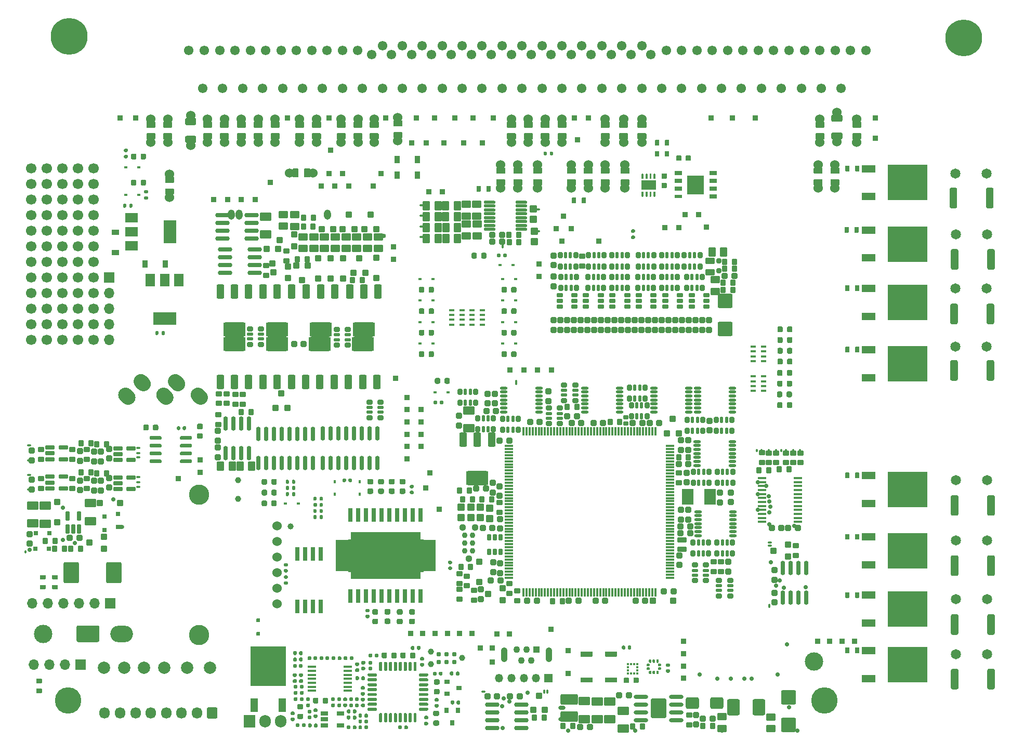
<source format=gts>
G75*
G70*
%OFA0B0*%
%FSLAX25Y25*%
%IPPOS*%
%LPD*%
%AMOC8*
5,1,8,0,0,1.08239X$1,22.5*
%
%AMM13*
21,1,0.076380,0.036220,0.000000,0.000000,0.000000*
21,1,0.061810,0.050790,0.000000,0.000000,0.000000*
1,1,0.014570,0.030910,-0.018110*
1,1,0.014570,-0.030910,-0.018110*
1,1,0.014570,-0.030910,0.018110*
1,1,0.014570,0.030910,0.018110*
%
%AMM14*
21,1,0.038980,0.026770,0.000000,0.000000,180.000000*
21,1,0.026770,0.038980,0.000000,0.000000,180.000000*
1,1,0.012210,-0.013390,0.013390*
1,1,0.012210,0.013390,0.013390*
1,1,0.012210,0.013390,-0.013390*
1,1,0.012210,-0.013390,-0.013390*
%
%AMM140*
21,1,0.040950,0.030320,-0.000000,-0.000000,0.000000*
21,1,0.028350,0.042910,-0.000000,-0.000000,0.000000*
1,1,0.012600,0.014170,-0.015160*
1,1,0.012600,-0.014170,-0.015160*
1,1,0.012600,-0.014170,0.015160*
1,1,0.012600,0.014170,0.015160*
%
%AMM141*
21,1,0.038980,0.026770,-0.000000,-0.000000,180.000000*
21,1,0.026770,0.038980,-0.000000,-0.000000,180.000000*
1,1,0.012210,-0.013390,0.013390*
1,1,0.012210,0.013390,0.013390*
1,1,0.012210,0.013390,-0.013390*
1,1,0.012210,-0.013390,-0.013390*
%
%AMM142*
21,1,0.033070,0.030710,-0.000000,-0.000000,0.000000*
21,1,0.022050,0.041730,-0.000000,-0.000000,0.000000*
1,1,0.011020,0.011020,-0.015350*
1,1,0.011020,-0.011020,-0.015350*
1,1,0.011020,-0.011020,0.015350*
1,1,0.011020,0.011020,0.015350*
%
%AMM146*
21,1,0.040950,0.030320,0.000000,-0.000000,90.000000*
21,1,0.028350,0.042910,0.000000,-0.000000,90.000000*
1,1,0.012600,0.015160,0.014170*
1,1,0.012600,0.015160,-0.014170*
1,1,0.012600,-0.015160,-0.014170*
1,1,0.012600,-0.015160,0.014170*
%
%AMM147*
21,1,0.038980,0.026770,0.000000,-0.000000,270.000000*
21,1,0.026770,0.038980,0.000000,-0.000000,270.000000*
1,1,0.012210,-0.013390,-0.013390*
1,1,0.012210,-0.013390,0.013390*
1,1,0.012210,0.013390,0.013390*
1,1,0.012210,0.013390,-0.013390*
%
%AMM148*
21,1,0.033070,0.030710,0.000000,-0.000000,90.000000*
21,1,0.022050,0.041730,0.000000,-0.000000,90.000000*
1,1,0.011020,0.015350,0.011020*
1,1,0.011020,0.015350,-0.011020*
1,1,0.011020,-0.015350,-0.011020*
1,1,0.011020,-0.015350,0.011020*
%
%AMM15*
21,1,0.040950,0.030320,0.000000,0.000000,90.000000*
21,1,0.028350,0.042910,0.000000,0.000000,90.000000*
1,1,0.012600,0.015160,0.014170*
1,1,0.012600,0.015160,-0.014170*
1,1,0.012600,-0.015160,-0.014170*
1,1,0.012600,-0.015160,0.014170*
%
%AMM16*
21,1,0.027170,0.052760,0.000000,0.000000,0.000000*
21,1,0.017320,0.062600,0.000000,0.000000,0.000000*
1,1,0.009840,0.008660,-0.026380*
1,1,0.009840,-0.008660,-0.026380*
1,1,0.009840,-0.008660,0.026380*
1,1,0.009840,0.008660,0.026380*
%
%AMM17*
21,1,0.100000,0.111020,0.000000,0.000000,180.000000*
21,1,0.075590,0.135430,0.000000,0.000000,180.000000*
1,1,0.024410,-0.037800,0.055510*
1,1,0.024410,0.037800,0.055510*
1,1,0.024410,0.037800,-0.055510*
1,1,0.024410,-0.037800,-0.055510*
%
%AMM179*
21,1,0.044880,0.049210,-0.000000,-0.000000,270.000000*
21,1,0.031500,0.062600,-0.000000,-0.000000,270.000000*
1,1,0.013390,-0.024610,-0.015750*
1,1,0.013390,-0.024610,0.015750*
1,1,0.013390,0.024610,0.015750*
1,1,0.013390,0.024610,-0.015750*
%
%AMM18*
21,1,0.029130,0.018900,0.000000,0.000000,270.000000*
21,1,0.018900,0.029130,0.000000,0.000000,270.000000*
1,1,0.010240,-0.009450,-0.009450*
1,1,0.010240,-0.009450,0.009450*
1,1,0.010240,0.009450,0.009450*
1,1,0.010240,0.009450,-0.009450*
%
%AMM180*
21,1,0.111810,0.050390,-0.000000,-0.000000,180.000000*
21,1,0.093700,0.068500,-0.000000,-0.000000,180.000000*
1,1,0.018110,-0.046850,0.025200*
1,1,0.018110,0.046850,0.025200*
1,1,0.018110,0.046850,-0.025200*
1,1,0.018110,-0.046850,-0.025200*
%
%AMM181*
21,1,0.080320,0.083460,-0.000000,-0.000000,0.000000*
21,1,0.059840,0.103940,-0.000000,-0.000000,0.000000*
1,1,0.020470,0.029920,-0.041730*
1,1,0.020470,-0.029920,-0.041730*
1,1,0.020470,-0.029920,0.041730*
1,1,0.020470,0.029920,0.041730*
%
%AMM182*
21,1,0.038980,0.026770,-0.000000,-0.000000,0.000000*
21,1,0.026770,0.038980,-0.000000,-0.000000,0.000000*
1,1,0.012210,0.013390,-0.013390*
1,1,0.012210,-0.013390,-0.013390*
1,1,0.012210,-0.013390,0.013390*
1,1,0.012210,0.013390,0.013390*
%
%AMM183*
21,1,0.038980,0.026770,-0.000000,-0.000000,90.000000*
21,1,0.026770,0.038980,-0.000000,-0.000000,90.000000*
1,1,0.012210,0.013390,0.013390*
1,1,0.012210,0.013390,-0.013390*
1,1,0.012210,-0.013390,-0.013390*
1,1,0.012210,-0.013390,0.013390*
%
%AMM184*
21,1,0.127560,0.075590,-0.000000,-0.000000,90.000000*
21,1,0.103150,0.100000,-0.000000,-0.000000,90.000000*
1,1,0.024410,0.037800,0.051580*
1,1,0.024410,0.037800,-0.051580*
1,1,0.024410,-0.037800,-0.051580*
1,1,0.024410,-0.037800,0.051580*
%
%AMM185*
21,1,0.084250,0.053540,-0.000000,-0.000000,0.000000*
21,1,0.065350,0.072440,-0.000000,-0.000000,0.000000*
1,1,0.018900,0.032680,-0.026770*
1,1,0.018900,-0.032680,-0.026770*
1,1,0.018900,-0.032680,0.026770*
1,1,0.018900,0.032680,0.026770*
%
%AMM186*
21,1,0.076380,0.036220,-0.000000,-0.000000,0.000000*
21,1,0.061810,0.050790,-0.000000,-0.000000,0.000000*
1,1,0.014570,0.030910,-0.018110*
1,1,0.014570,-0.030910,-0.018110*
1,1,0.014570,-0.030910,0.018110*
1,1,0.014570,0.030910,0.018110*
%
%AMM187*
21,1,0.092130,0.073230,-0.000000,-0.000000,270.000000*
21,1,0.069290,0.096060,-0.000000,-0.000000,270.000000*
1,1,0.022840,-0.036610,-0.034650*
1,1,0.022840,-0.036610,0.034650*
1,1,0.022840,0.036610,0.034650*
1,1,0.022840,0.036610,-0.034650*
%
%AMM188*
21,1,0.033070,0.030710,-0.000000,-0.000000,270.000000*
21,1,0.022050,0.041730,-0.000000,-0.000000,270.000000*
1,1,0.011020,-0.015350,-0.011020*
1,1,0.011020,-0.015350,0.011020*
1,1,0.011020,0.015350,0.011020*
1,1,0.011020,0.015350,-0.011020*
%
%AMM19*
21,1,0.041340,0.026770,0.000000,0.000000,0.000000*
21,1,0.029130,0.038980,0.000000,0.000000,0.000000*
1,1,0.012210,0.014570,-0.013390*
1,1,0.012210,-0.014570,-0.013390*
1,1,0.012210,-0.014570,0.013390*
1,1,0.012210,0.014570,0.013390*
%
%AMM195*
21,1,0.044880,0.049210,-0.000000,-0.000000,180.000000*
21,1,0.031500,0.062600,-0.000000,-0.000000,180.000000*
1,1,0.013390,-0.015750,0.024610*
1,1,0.013390,0.015750,0.024610*
1,1,0.013390,0.015750,-0.024610*
1,1,0.013390,-0.015750,-0.024610*
%
%AMM196*
21,1,0.044880,0.035430,-0.000000,-0.000000,90.000000*
21,1,0.031500,0.048820,-0.000000,-0.000000,90.000000*
1,1,0.013390,0.017720,0.015750*
1,1,0.013390,0.017720,-0.015750*
1,1,0.013390,-0.017720,-0.015750*
1,1,0.013390,-0.017720,0.015750*
%
%AMM20*
21,1,0.029130,0.018900,0.000000,0.000000,180.000000*
21,1,0.018900,0.029130,0.000000,0.000000,180.000000*
1,1,0.010240,-0.009450,0.009450*
1,1,0.010240,0.009450,0.009450*
1,1,0.010240,0.009450,-0.009450*
1,1,0.010240,-0.009450,-0.009450*
%
%AMM21*
21,1,0.033070,0.030710,0.000000,0.000000,0.000000*
21,1,0.022050,0.041730,0.000000,0.000000,0.000000*
1,1,0.011020,0.011020,-0.015350*
1,1,0.011020,-0.011020,-0.015350*
1,1,0.011020,-0.011020,0.015350*
1,1,0.011020,0.011020,0.015350*
%
%AMM22*
21,1,0.038980,0.026770,0.000000,0.000000,90.000000*
21,1,0.026770,0.038980,0.000000,0.000000,90.000000*
1,1,0.012210,0.013390,0.013390*
1,1,0.012210,0.013390,-0.013390*
1,1,0.012210,-0.013390,-0.013390*
1,1,0.012210,-0.013390,0.013390*
%
%AMM228*
21,1,0.040950,0.050000,-0.000000,-0.000000,90.000000*
21,1,0.028350,0.062600,-0.000000,-0.000000,90.000000*
1,1,0.012600,0.025000,0.014170*
1,1,0.012600,0.025000,-0.014170*
1,1,0.012600,-0.025000,-0.014170*
1,1,0.012600,-0.025000,0.014170*
%
%AMM229*
21,1,0.092130,0.073230,-0.000000,-0.000000,90.000000*
21,1,0.069290,0.096060,-0.000000,-0.000000,90.000000*
1,1,0.022840,0.036610,0.034650*
1,1,0.022840,0.036610,-0.034650*
1,1,0.022840,-0.036610,-0.034650*
1,1,0.022840,-0.036610,0.034650*
%
%AMM23*
21,1,0.041340,0.026770,0.000000,0.000000,90.000000*
21,1,0.029130,0.038980,0.000000,0.000000,90.000000*
1,1,0.012210,0.013390,0.014570*
1,1,0.012210,0.013390,-0.014570*
1,1,0.012210,-0.013390,-0.014570*
1,1,0.012210,-0.013390,0.014570*
%
%AMM230*
21,1,0.044880,0.049210,-0.000000,-0.000000,0.000000*
21,1,0.031500,0.062600,-0.000000,-0.000000,0.000000*
1,1,0.013390,0.015750,-0.024610*
1,1,0.013390,-0.015750,-0.024610*
1,1,0.013390,-0.015750,0.024610*
1,1,0.013390,0.015750,0.024610*
%
%AMM231*
21,1,0.029130,0.030710,-0.000000,-0.000000,270.000000*
21,1,0.018900,0.040950,-0.000000,-0.000000,270.000000*
1,1,0.010240,-0.015350,-0.009450*
1,1,0.010240,-0.015350,0.009450*
1,1,0.010240,0.015350,0.009450*
1,1,0.010240,0.015350,-0.009450*
%
%AMM232*
21,1,0.031100,0.026380,-0.000000,-0.000000,180.000000*
21,1,0.020470,0.037010,-0.000000,-0.000000,180.000000*
1,1,0.010630,-0.010240,0.013190*
1,1,0.010630,0.010240,0.013190*
1,1,0.010630,0.010240,-0.013190*
1,1,0.010630,-0.010240,-0.013190*
%
%AMM233*
21,1,0.023230,0.027950,-0.000000,-0.000000,180.000000*
21,1,0.014170,0.037010,-0.000000,-0.000000,180.000000*
1,1,0.009060,-0.007090,0.013980*
1,1,0.009060,0.007090,0.013980*
1,1,0.009060,0.007090,-0.013980*
1,1,0.009060,-0.007090,-0.013980*
%
%AMM234*
21,1,0.033070,0.030710,-0.000000,-0.000000,180.000000*
21,1,0.022050,0.041730,-0.000000,-0.000000,180.000000*
1,1,0.011020,-0.011020,0.015350*
1,1,0.011020,0.011020,0.015350*
1,1,0.011020,0.011020,-0.015350*
1,1,0.011020,-0.011020,-0.015350*
%
%AMM273*
21,1,0.040950,0.030320,-0.000000,-0.000000,90.000000*
21,1,0.028350,0.042910,-0.000000,-0.000000,90.000000*
1,1,0.012600,0.015160,0.014170*
1,1,0.012600,0.015160,-0.014170*
1,1,0.012600,-0.015160,-0.014170*
1,1,0.012600,-0.015160,0.014170*
%
%AMM274*
21,1,0.040950,0.030320,-0.000000,-0.000000,180.000000*
21,1,0.028350,0.042910,-0.000000,-0.000000,180.000000*
1,1,0.012600,-0.014170,0.015160*
1,1,0.012600,0.014170,0.015160*
1,1,0.012600,0.014170,-0.015160*
1,1,0.012600,-0.014170,-0.015160*
%
%AMM275*
21,1,0.076380,0.036220,-0.000000,-0.000000,180.000000*
21,1,0.061810,0.050790,-0.000000,-0.000000,180.000000*
1,1,0.014570,-0.030910,0.018110*
1,1,0.014570,0.030910,0.018110*
1,1,0.014570,0.030910,-0.018110*
1,1,0.014570,-0.030910,-0.018110*
%
%AMM276*
21,1,0.048820,0.075980,-0.000000,-0.000000,0.000000*
21,1,0.034650,0.090160,-0.000000,-0.000000,0.000000*
1,1,0.014170,0.017320,-0.037990*
1,1,0.014170,-0.017320,-0.037990*
1,1,0.014170,-0.017320,0.037990*
1,1,0.014170,0.017320,0.037990*
%
%AMM277*
21,1,0.048820,0.075990,-0.000000,-0.000000,0.000000*
21,1,0.034650,0.090160,-0.000000,-0.000000,0.000000*
1,1,0.014170,0.017320,-0.037990*
1,1,0.014170,-0.017320,-0.037990*
1,1,0.014170,-0.017320,0.037990*
1,1,0.014170,0.017320,0.037990*
%
%AMM278*
21,1,0.143310,0.067720,-0.000000,-0.000000,0.000000*
21,1,0.120870,0.090160,-0.000000,-0.000000,0.000000*
1,1,0.022440,0.060430,-0.033860*
1,1,0.022440,-0.060430,-0.033860*
1,1,0.022440,-0.060430,0.033860*
1,1,0.022440,0.060430,0.033860*
%
%AMM279*
21,1,0.031100,0.026380,-0.000000,-0.000000,270.000000*
21,1,0.020470,0.037010,-0.000000,-0.000000,270.000000*
1,1,0.010630,-0.013190,-0.010240*
1,1,0.010630,-0.013190,0.010240*
1,1,0.010630,0.013190,0.010240*
1,1,0.010630,0.013190,-0.010240*
%
%AMM280*
21,1,0.023230,0.027950,-0.000000,-0.000000,270.000000*
21,1,0.014170,0.037010,-0.000000,-0.000000,270.000000*
1,1,0.009060,-0.013980,-0.007090*
1,1,0.009060,-0.013980,0.007090*
1,1,0.009060,0.013980,0.007090*
1,1,0.009060,0.013980,-0.007090*
%
%AMM281*
21,1,0.041340,0.026770,-0.000000,-0.000000,270.000000*
21,1,0.029130,0.038980,-0.000000,-0.000000,270.000000*
1,1,0.012210,-0.013390,-0.014570*
1,1,0.012210,-0.013390,0.014570*
1,1,0.012210,0.013390,0.014570*
1,1,0.012210,0.013390,-0.014570*
%
%AMM288*
21,1,0.033070,0.030710,-0.000000,-0.000000,90.000000*
21,1,0.022050,0.041730,-0.000000,-0.000000,90.000000*
1,1,0.011020,0.015350,0.011020*
1,1,0.011020,0.015350,-0.011020*
1,1,0.011020,-0.015350,-0.011020*
1,1,0.011020,-0.015350,0.011020*
%
%AMM29*
21,1,0.033070,0.030710,0.000000,0.000000,180.000000*
21,1,0.022050,0.041730,0.000000,0.000000,180.000000*
1,1,0.011020,-0.011020,0.015350*
1,1,0.011020,0.011020,0.015350*
1,1,0.011020,0.011020,-0.015350*
1,1,0.011020,-0.011020,-0.015350*
%
%AMM346*
21,1,0.038980,0.026770,-0.000000,-0.000000,270.000000*
21,1,0.026770,0.038980,-0.000000,-0.000000,270.000000*
1,1,0.012210,-0.013390,-0.013390*
1,1,0.012210,-0.013390,0.013390*
1,1,0.012210,0.013390,0.013390*
1,1,0.012210,0.013390,-0.013390*
%
%AMM347*
21,1,0.015350,0.017720,-0.000000,-0.000000,0.000000*
21,1,0.000000,0.033070,-0.000000,-0.000000,0.000000*
1,1,0.015350,-0.000000,-0.008860*
1,1,0.015350,-0.000000,-0.008860*
1,1,0.015350,-0.000000,0.008860*
1,1,0.015350,-0.000000,0.008860*
%
%AMM348*
21,1,0.143310,0.067720,-0.000000,-0.000000,180.000000*
21,1,0.120870,0.090160,-0.000000,-0.000000,180.000000*
1,1,0.022440,-0.060430,0.033860*
1,1,0.022440,0.060430,0.033860*
1,1,0.022440,0.060430,-0.033860*
1,1,0.022440,-0.060430,-0.033860*
%
%AMM349*
21,1,0.048820,0.075980,-0.000000,-0.000000,180.000000*
21,1,0.034650,0.090160,-0.000000,-0.000000,180.000000*
1,1,0.014170,-0.017320,0.037990*
1,1,0.014170,0.017320,0.037990*
1,1,0.014170,0.017320,-0.037990*
1,1,0.014170,-0.017320,-0.037990*
%
%AMM350*
21,1,0.048820,0.075990,-0.000000,-0.000000,180.000000*
21,1,0.034650,0.090160,-0.000000,-0.000000,180.000000*
1,1,0.014170,-0.017320,0.037990*
1,1,0.014170,0.017320,0.037990*
1,1,0.014170,0.017320,-0.037990*
1,1,0.014170,-0.017320,-0.037990*
%
%AMM351*
21,1,0.029130,0.030710,-0.000000,-0.000000,0.000000*
21,1,0.018900,0.040950,-0.000000,-0.000000,0.000000*
1,1,0.010240,0.009450,-0.015350*
1,1,0.010240,-0.009450,-0.015350*
1,1,0.010240,-0.009450,0.015350*
1,1,0.010240,0.009450,0.015350*
%
%AMM352*
21,1,0.041340,0.026770,-0.000000,-0.000000,90.000000*
21,1,0.029130,0.038980,-0.000000,-0.000000,90.000000*
1,1,0.012210,0.013390,0.014570*
1,1,0.012210,0.013390,-0.014570*
1,1,0.012210,-0.013390,-0.014570*
1,1,0.012210,-0.013390,0.014570*
%
%AMM353*
21,1,0.031100,0.026380,-0.000000,-0.000000,90.000000*
21,1,0.020470,0.037010,-0.000000,-0.000000,90.000000*
1,1,0.010630,0.013190,0.010240*
1,1,0.010630,0.013190,-0.010240*
1,1,0.010630,-0.013190,-0.010240*
1,1,0.010630,-0.013190,0.010240*
%
%AMM354*
21,1,0.023230,0.027950,-0.000000,-0.000000,90.000000*
21,1,0.014170,0.037010,-0.000000,-0.000000,90.000000*
1,1,0.009060,0.013980,0.007090*
1,1,0.009060,0.013980,-0.007090*
1,1,0.009060,-0.013980,-0.007090*
1,1,0.009060,-0.013980,0.007090*
%
%AMM355*
21,1,0.033070,0.049610,-0.000000,-0.000000,90.000000*
21,1,0.022050,0.060630,-0.000000,-0.000000,90.000000*
1,1,0.011020,0.024800,0.011020*
1,1,0.011020,0.024800,-0.011020*
1,1,0.011020,-0.024800,-0.011020*
1,1,0.011020,-0.024800,0.011020*
%
%AMM356*
21,1,0.033070,0.018900,-0.000000,-0.000000,0.000000*
21,1,0.022840,0.029130,-0.000000,-0.000000,0.000000*
1,1,0.010240,0.011420,-0.009450*
1,1,0.010240,-0.011420,-0.009450*
1,1,0.010240,-0.011420,0.009450*
1,1,0.010240,0.011420,0.009450*
%
%AMM357*
21,1,0.041340,0.026770,-0.000000,-0.000000,0.000000*
21,1,0.029130,0.038980,-0.000000,-0.000000,0.000000*
1,1,0.012210,0.014570,-0.013390*
1,1,0.012210,-0.014570,-0.013390*
1,1,0.012210,-0.014570,0.013390*
1,1,0.012210,0.014570,0.013390*
%
%AMM42*
21,1,0.038980,0.026770,0.000000,0.000000,270.000000*
21,1,0.026770,0.038980,0.000000,0.000000,270.000000*
1,1,0.012210,-0.013390,-0.013390*
1,1,0.012210,-0.013390,0.013390*
1,1,0.012210,0.013390,0.013390*
1,1,0.012210,0.013390,-0.013390*
%
%AMM73*
21,1,0.027170,0.052760,0.000000,0.000000,270.000000*
21,1,0.017320,0.062600,0.000000,0.000000,270.000000*
1,1,0.009840,-0.026380,-0.008660*
1,1,0.009840,-0.026380,0.008660*
1,1,0.009840,0.026380,0.008660*
1,1,0.009840,0.026380,-0.008660*
%
%AMM74*
21,1,0.033070,0.030710,0.000000,0.000000,270.000000*
21,1,0.022050,0.041730,0.000000,0.000000,270.000000*
1,1,0.011020,-0.015350,-0.011020*
1,1,0.011020,-0.015350,0.011020*
1,1,0.011020,0.015350,0.011020*
1,1,0.011020,0.015350,-0.011020*
%
%ADD100R,0.07874X0.05906*%
%ADD101R,0.01772X0.02362*%
%ADD102R,0.04724X0.03543*%
%ADD108C,0.00039*%
%ADD109C,0.16929*%
%ADD11R,0.09449X0.06299*%
%ADD12R,0.05217X0.05906*%
%ADD13R,0.05157X0.02559*%
%ADD14R,0.05157X0.02362*%
%ADD157M13*%
%ADD158M14*%
%ADD159M15*%
%ADD160M16*%
%ADD161O,0.04488X0.02520*%
%ADD162O,0.01339X0.02520*%
%ADD163M17*%
%ADD164M18*%
%ADD165M19*%
%ADD166M20*%
%ADD167M21*%
%ADD168M22*%
%ADD169M23*%
%ADD17O,0.00787X0.01575*%
%ADD170C,0.02913*%
%ADD177O,0.02520X0.01535*%
%ADD178O,0.01535X0.02520*%
%ADD18C,0.02362*%
%ADD180O,0.09213X0.02913*%
%ADD182M29*%
%ADD183R,0.04724X0.08661*%
%ADD184R,0.22835X0.25197*%
%ADD185R,0.03543X0.03150*%
%ADD186R,0.05709X0.01772*%
%ADD187R,0.04803X0.02559*%
%ADD188R,0.03150X0.03543*%
%ADD189C,0.03100*%
%ADD190R,0.07500X0.07874*%
%ADD191O,0.07500X0.07874*%
%ADD193C,0.03900*%
%ADD212M42*%
%ADD213O,0.09213X0.02520*%
%ADD219O,0.02520X0.04488*%
%ADD223O,0.07638X0.01929*%
%ADD238C,0.03701*%
%ADD249M73*%
%ADD250M74*%
%ADD264O,0.04488X0.06457*%
%ADD265O,0.03701X0.02913*%
%ADD271O,0.02913X0.09213*%
%ADD28O,0.03937X0.05906*%
%ADD281O,0.01339X0.02126*%
%ADD282O,0.05512X0.01535*%
%ADD29O,0.03150X0.02362*%
%ADD30C,0.06000*%
%ADD31C,0.06102*%
%ADD313O,0.04882X0.01732*%
%ADD314O,0.05669X0.01417*%
%ADD315O,0.01417X0.05669*%
%ADD316R,0.07244X0.10000*%
%ADD32C,0.23622*%
%ADD321C,0.03651*%
%ADD325C,0.04451*%
%ADD33R,0.08661X0.04724*%
%ADD34R,0.25197X0.22835*%
%ADD345M140*%
%ADD346M141*%
%ADD347M142*%
%ADD35R,0.06693X0.06693*%
%ADD351M146*%
%ADD352M147*%
%ADD353M148*%
%ADD36O,0.06693X0.06693*%
%ADD37R,0.02520X0.08504*%
%ADD38C,0.06496*%
%ADD39R,0.02362X0.01772*%
%ADD40R,0.03346X0.03346*%
%ADD405M179*%
%ADD406M180*%
%ADD407M181*%
%ADD408M182*%
%ADD409M183*%
%ADD41R,0.03543X0.04724*%
%ADD410M184*%
%ADD411M185*%
%ADD412M186*%
%ADD413M187*%
%ADD414M188*%
%ADD42O,0.05315X0.05315*%
%ADD427M195*%
%ADD428M196*%
%ADD43R,0.05315X0.05315*%
%ADD44C,0.11811*%
%ADD45C,0.06693*%
%ADD46R,0.03543X0.01575*%
%ADD460M228*%
%ADD461M229*%
%ADD462M230*%
%ADD463M231*%
%ADD464M232*%
%ADD465M233*%
%ADD466M234*%
%ADD47C,0.07874*%
%ADD48C,0.03937*%
%ADD49R,0.03150X0.08661*%
%ADD50R,0.08000X0.20000*%
%ADD51C,0.05118*%
%ADD52R,0.45000X0.30000*%
%ADD520M273*%
%ADD521M274*%
%ADD522M275*%
%ADD523M276*%
%ADD524M277*%
%ADD525M278*%
%ADD526M279*%
%ADD527M280*%
%ADD528M281*%
%ADD539M288*%
%ADD55O,0.01969X0.00984*%
%ADD58O,0.00984X0.01969*%
%ADD59R,0.01476X0.01378*%
%ADD60R,0.01378X0.01476*%
%ADD601M346*%
%ADD602M347*%
%ADD603M348*%
%ADD604M349*%
%ADD605M350*%
%ADD606M351*%
%ADD607M352*%
%ADD608M353*%
%ADD609M354*%
%ADD610M355*%
%ADD611M356*%
%ADD612M357*%
%ADD65O,0.14567X0.10630*%
%ADD74O,0.03937X0.01969*%
%ADD81O,0.06693X0.07283*%
%ADD82O,0.04331X0.09449*%
%ADD83C,0.04331*%
%ADD84R,0.04331X0.04331*%
%ADD85C,0.13000*%
%ADD90O,0.00787X0.01969*%
%ADD93R,0.14961X0.07874*%
%ADD94R,0.05906X0.07874*%
%ADD99R,0.07874X0.14961*%
X0000000Y0000000D02*
%LPD*%
G01*
G36*
X0257025Y0104847D02*
G01*
X0255377Y0104847D01*
X0255377Y0125668D01*
X0257025Y0125668D01*
X0257025Y0104847D01*
G37*
D108*
X0257025Y0104847D02*
X0255377Y0104847D01*
X0255377Y0125668D01*
X0257025Y0125668D01*
X0257025Y0104847D01*
G36*
X0210554Y0104847D02*
G01*
X0208977Y0104847D01*
X0208977Y0125658D01*
X0210554Y0125658D01*
X0210554Y0104847D01*
G37*
X0210554Y0104847D02*
X0208977Y0104847D01*
X0208977Y0125658D01*
X0210554Y0125658D01*
X0210554Y0104847D01*
D11*
X0401575Y0352756D03*
G36*
G01*
X0405118Y0348720D02*
X0405709Y0348720D01*
G75*
G02*
X0406004Y0348425I0000000J-000295D01*
G01*
X0406004Y0345669D01*
G75*
G02*
X0405709Y0345374I-000295J0000000D01*
G01*
X0405118Y0345374D01*
G75*
G02*
X0404823Y0345669I0000000J0000295D01*
G01*
X0404823Y0348425D01*
G75*
G02*
X0405118Y0348720I0000295J0000000D01*
G01*
G37*
G36*
G01*
X0402559Y0348720D02*
X0403150Y0348720D01*
G75*
G02*
X0403445Y0348425I0000000J-000295D01*
G01*
X0403445Y0345669D01*
G75*
G02*
X0403150Y0345374I-000295J0000000D01*
G01*
X0402559Y0345374D01*
G75*
G02*
X0402264Y0345669I0000000J0000295D01*
G01*
X0402264Y0348425D01*
G75*
G02*
X0402559Y0348720I0000295J0000000D01*
G01*
G37*
G36*
G01*
X0400000Y0348720D02*
X0400591Y0348720D01*
G75*
G02*
X0400886Y0348425I0000000J-000295D01*
G01*
X0400886Y0345669D01*
G75*
G02*
X0400591Y0345374I-000295J0000000D01*
G01*
X0400000Y0345374D01*
G75*
G02*
X0399705Y0345669I0000000J0000295D01*
G01*
X0399705Y0348425D01*
G75*
G02*
X0400000Y0348720I0000295J0000000D01*
G01*
G37*
G36*
G01*
X0397441Y0348720D02*
X0398032Y0348720D01*
G75*
G02*
X0398327Y0348425I0000000J-000295D01*
G01*
X0398327Y0345669D01*
G75*
G02*
X0398032Y0345374I-000295J0000000D01*
G01*
X0397441Y0345374D01*
G75*
G02*
X0397146Y0345669I0000000J0000295D01*
G01*
X0397146Y0348425D01*
G75*
G02*
X0397441Y0348720I0000295J0000000D01*
G01*
G37*
G36*
G01*
X0397441Y0360138D02*
X0398032Y0360138D01*
G75*
G02*
X0398327Y0359842I0000000J-000295D01*
G01*
X0398327Y0357086D01*
G75*
G02*
X0398032Y0356791I-000295J0000000D01*
G01*
X0397441Y0356791D01*
G75*
G02*
X0397146Y0357086I0000000J0000295D01*
G01*
X0397146Y0359842D01*
G75*
G02*
X0397441Y0360138I0000295J0000000D01*
G01*
G37*
G36*
G01*
X0400000Y0360138D02*
X0400591Y0360138D01*
G75*
G02*
X0400886Y0359842I0000000J-000295D01*
G01*
X0400886Y0357086D01*
G75*
G02*
X0400591Y0356791I-000295J0000000D01*
G01*
X0400000Y0356791D01*
G75*
G02*
X0399705Y0357086I0000000J0000295D01*
G01*
X0399705Y0359842D01*
G75*
G02*
X0400000Y0360138I0000295J0000000D01*
G01*
G37*
G36*
G01*
X0402559Y0360138D02*
X0403150Y0360138D01*
G75*
G02*
X0403445Y0359842I0000000J-000295D01*
G01*
X0403445Y0357086D01*
G75*
G02*
X0403150Y0356791I-000295J0000000D01*
G01*
X0402559Y0356791D01*
G75*
G02*
X0402264Y0357086I0000000J0000295D01*
G01*
X0402264Y0359842D01*
G75*
G02*
X0402559Y0360138I0000295J0000000D01*
G01*
G37*
G36*
G01*
X0405118Y0360138D02*
X0405709Y0360138D01*
G75*
G02*
X0406004Y0359842I0000000J-000295D01*
G01*
X0406004Y0357086D01*
G75*
G02*
X0405709Y0356791I-000295J0000000D01*
G01*
X0405118Y0356791D01*
G75*
G02*
X0404823Y0357086I0000000J0000295D01*
G01*
X0404823Y0359842D01*
G75*
G02*
X0405118Y0360138I0000295J0000000D01*
G01*
G37*
D12*
X0434351Y0355905D03*
X0434351Y0350000D03*
X0429134Y0350000D03*
X0429134Y0355905D03*
D13*
X0442943Y0360453D03*
X0442943Y0355453D03*
X0442943Y0350453D03*
X0442943Y0345453D03*
D14*
X0420542Y0345453D03*
D13*
X0420542Y0350453D03*
X0420542Y0355453D03*
X0420542Y0360453D03*
G36*
G01*
X0316324Y0225385D02*
X0316324Y0227156D01*
G75*
G02*
X0316816Y0227649I0000492J0000000D01*
G01*
X0316816Y0227649D01*
G75*
G02*
X0317308Y0227156I0000000J-000492D01*
G01*
X0317308Y0225385D01*
G75*
G02*
X0316816Y0224893I-000492J0000000D01*
G01*
X0316816Y0224893D01*
G75*
G02*
X0316324Y0225385I0000000J0000492D01*
G01*
G37*
D17*
X0471068Y0182517D03*
X0474060Y0182517D03*
X0478686Y0182517D03*
X0483312Y0182517D03*
X0486619Y0182517D03*
X0489572Y0182517D03*
X0494198Y0182517D03*
X0498824Y0182517D03*
D18*
X0478981Y0142754D03*
X0471757Y0144428D03*
X0479828Y0146593D03*
X0478981Y0150038D03*
X0478686Y0153384D03*
X0471757Y0154664D03*
X0476914Y0159782D03*
X0471757Y0162341D03*
X0495084Y0134093D03*
X0479040Y0135274D03*
D28*
X0134129Y0333948D03*
X0139074Y0333948D03*
X0195668Y0333948D03*
D29*
X0231318Y0320183D03*
G36*
G01*
X0173228Y0358169D02*
X0173228Y0363090D01*
G75*
G02*
X0173622Y0363484I0000394J0000000D01*
G01*
X0176772Y0363484D01*
G75*
G02*
X0177165Y0363090I0000000J-000394D01*
G01*
X0177165Y0358169D01*
G75*
G02*
X0176772Y0357775I-000394J0000000D01*
G01*
X0173622Y0357775D01*
G75*
G02*
X0173228Y0358169I0000000J0000394D01*
G01*
G37*
D30*
X0171437Y0360630D03*
G36*
G01*
X0180709Y0358169D02*
X0180709Y0363090D01*
G75*
G02*
X0181103Y0363484I0000394J0000000D01*
G01*
X0184252Y0363484D01*
G75*
G02*
X0184646Y0363090I0000000J-000394D01*
G01*
X0184646Y0358169D01*
G75*
G02*
X0184252Y0357775I-000394J0000000D01*
G01*
X0181103Y0357775D01*
G75*
G02*
X0180709Y0358169I0000000J0000394D01*
G01*
G37*
X0186437Y0360630D03*
G36*
G01*
X0412884Y0350827D02*
X0410207Y0350827D01*
G75*
G02*
X0409872Y0351161I0000000J0000335D01*
G01*
X0409872Y0353838D01*
G75*
G02*
X0410207Y0354173I0000335J0000000D01*
G01*
X0412884Y0354173D01*
G75*
G02*
X0413219Y0353838I0000000J-000335D01*
G01*
X0413219Y0351161D01*
G75*
G02*
X0412884Y0350827I-000335J0000000D01*
G01*
G37*
G36*
G01*
X0412884Y0357047D02*
X0410207Y0357047D01*
G75*
G02*
X0409872Y0357382I0000000J0000335D01*
G01*
X0409872Y0360059D01*
G75*
G02*
X0410207Y0360394I0000335J0000000D01*
G01*
X0412884Y0360394D01*
G75*
G02*
X0413219Y0360059I0000000J-000335D01*
G01*
X0413219Y0357382D01*
G75*
G02*
X0412884Y0357047I-000335J0000000D01*
G01*
G37*
G36*
G01*
X0419272Y0368740D02*
X0419272Y0371417D01*
G75*
G02*
X0419607Y0371752I0000335J0000000D01*
G01*
X0422284Y0371752D01*
G75*
G02*
X0422618Y0371417I0000000J-000335D01*
G01*
X0422618Y0368740D01*
G75*
G02*
X0422284Y0368405I-000335J0000000D01*
G01*
X0419607Y0368405D01*
G75*
G02*
X0419272Y0368740I0000000J0000335D01*
G01*
G37*
G36*
G01*
X0425492Y0368740D02*
X0425492Y0371417D01*
G75*
G02*
X0425827Y0371752I0000335J0000000D01*
G01*
X0428504Y0371752D01*
G75*
G02*
X0428839Y0371417I0000000J-000335D01*
G01*
X0428839Y0368740D01*
G75*
G02*
X0428504Y0368405I-000335J0000000D01*
G01*
X0425827Y0368405D01*
G75*
G02*
X0425492Y0368740I0000000J0000335D01*
G01*
G37*
D31*
X0525168Y0414788D03*
X0512373Y0414788D03*
X0499577Y0414788D03*
X0486782Y0414788D03*
X0473987Y0414788D03*
X0461192Y0414788D03*
X0448396Y0414788D03*
X0435601Y0414788D03*
X0422806Y0414788D03*
X0410010Y0414788D03*
X0397215Y0414788D03*
X0384420Y0414788D03*
X0371625Y0414788D03*
X0358829Y0414788D03*
X0346034Y0414788D03*
X0333239Y0414788D03*
X0320444Y0414788D03*
X0307648Y0414788D03*
X0294853Y0414788D03*
X0282058Y0414788D03*
X0269262Y0414788D03*
X0256467Y0414788D03*
X0243672Y0414788D03*
X0230877Y0414788D03*
X0218081Y0414788D03*
X0205286Y0414788D03*
X0192491Y0414788D03*
X0179695Y0414788D03*
X0166900Y0414788D03*
X0154105Y0414788D03*
X0141310Y0414788D03*
X0128514Y0414788D03*
X0115719Y0414788D03*
X0531073Y0439394D03*
X0511388Y0439394D03*
X0491703Y0439394D03*
X0472018Y0439394D03*
X0452333Y0439394D03*
X0432648Y0439394D03*
X0412963Y0439394D03*
X0397215Y0442347D03*
X0384420Y0442347D03*
X0371625Y0442347D03*
X0358829Y0442347D03*
X0346034Y0442347D03*
X0333239Y0442347D03*
X0320444Y0442347D03*
X0307648Y0442347D03*
X0294853Y0442347D03*
X0282058Y0442347D03*
X0269262Y0442347D03*
X0256467Y0442347D03*
X0243672Y0442347D03*
X0230877Y0442347D03*
X0215129Y0439394D03*
X0195444Y0439394D03*
X0175758Y0439394D03*
X0156073Y0439394D03*
X0136388Y0439394D03*
X0116703Y0439394D03*
X0540916Y0439394D03*
X0521231Y0439394D03*
X0501546Y0439394D03*
X0481861Y0439394D03*
X0462176Y0439394D03*
X0442491Y0439394D03*
X0422806Y0439394D03*
X0403121Y0436442D03*
X0390325Y0436442D03*
X0377530Y0436442D03*
X0364735Y0436442D03*
X0351940Y0436442D03*
X0339144Y0436442D03*
X0326349Y0436442D03*
X0313554Y0436442D03*
X0300758Y0436442D03*
X0287963Y0436442D03*
X0275168Y0436442D03*
X0262373Y0436442D03*
X0249577Y0436442D03*
X0236782Y0436442D03*
X0223987Y0436442D03*
X0205286Y0439394D03*
X0185601Y0439394D03*
X0165916Y0439394D03*
X0146231Y0439394D03*
X0126546Y0439394D03*
X0106861Y0439394D03*
D32*
X0030050Y0448253D03*
X0603711Y0447268D03*
D30*
X0082387Y0380385D03*
G36*
G01*
X0079926Y0386113D02*
X0084847Y0386113D01*
G75*
G02*
X0085241Y0385719I0000000J-000394D01*
G01*
X0085241Y0382570D01*
G75*
G02*
X0084847Y0382176I-000394J0000000D01*
G01*
X0079926Y0382176D01*
G75*
G02*
X0079532Y0382570I0000000J0000394D01*
G01*
X0079532Y0385719D01*
G75*
G02*
X0079926Y0386113I0000394J0000000D01*
G01*
G37*
G36*
G01*
X0079926Y0393593D02*
X0084847Y0393593D01*
G75*
G02*
X0085241Y0393200I0000000J-000394D01*
G01*
X0085241Y0390050D01*
G75*
G02*
X0084847Y0389656I-000394J0000000D01*
G01*
X0079926Y0389656D01*
G75*
G02*
X0079532Y0390050I0000000J0000394D01*
G01*
X0079532Y0393200D01*
G75*
G02*
X0079926Y0393593I0000394J0000000D01*
G01*
G37*
X0082387Y0395385D03*
X0118804Y0395385D03*
G36*
G01*
X0116344Y0393593D02*
X0121265Y0393593D01*
G75*
G02*
X0121658Y0393200I0000000J-000394D01*
G01*
X0121658Y0390050D01*
G75*
G02*
X0121265Y0389656I-000394J0000000D01*
G01*
X0116344Y0389656D01*
G75*
G02*
X0115950Y0390050I0000000J0000394D01*
G01*
X0115950Y0393200D01*
G75*
G02*
X0116344Y0393593I0000394J0000000D01*
G01*
G37*
G36*
G01*
X0116344Y0386113D02*
X0121265Y0386113D01*
G75*
G02*
X0121658Y0385719I0000000J-000394D01*
G01*
X0121658Y0382570D01*
G75*
G02*
X0121265Y0382176I-000394J0000000D01*
G01*
X0116344Y0382176D01*
G75*
G02*
X0115950Y0382570I0000000J0000394D01*
G01*
X0115950Y0385719D01*
G75*
G02*
X0116344Y0386113I0000394J0000000D01*
G01*
G37*
X0118804Y0380385D03*
G36*
G01*
X0137997Y0393593D02*
X0142918Y0393593D01*
G75*
G02*
X0143312Y0393200I0000000J-000394D01*
G01*
X0143312Y0390050D01*
G75*
G02*
X0142918Y0389656I-000394J0000000D01*
G01*
X0137997Y0389656D01*
G75*
G02*
X0137603Y0390050I0000000J0000394D01*
G01*
X0137603Y0393200D01*
G75*
G02*
X0137997Y0393593I0000394J0000000D01*
G01*
G37*
X0140458Y0395385D03*
X0140458Y0380385D03*
G36*
G01*
X0137997Y0386113D02*
X0142918Y0386113D01*
G75*
G02*
X0143312Y0385719I0000000J-000394D01*
G01*
X0143312Y0382570D01*
G75*
G02*
X0142918Y0382176I-000394J0000000D01*
G01*
X0137997Y0382176D01*
G75*
G02*
X0137603Y0382570I0000000J0000394D01*
G01*
X0137603Y0385719D01*
G75*
G02*
X0137997Y0386113I0000394J0000000D01*
G01*
G37*
X0177859Y0395385D03*
G36*
G01*
X0175399Y0393593D02*
X0180320Y0393593D01*
G75*
G02*
X0180714Y0393200I0000000J-000394D01*
G01*
X0180714Y0390050D01*
G75*
G02*
X0180320Y0389656I-000394J0000000D01*
G01*
X0175399Y0389656D01*
G75*
G02*
X0175005Y0390050I0000000J0000394D01*
G01*
X0175005Y0393200D01*
G75*
G02*
X0175399Y0393593I0000394J0000000D01*
G01*
G37*
X0177859Y0380385D03*
G36*
G01*
X0175399Y0386113D02*
X0180320Y0386113D01*
G75*
G02*
X0180714Y0385719I0000000J-000394D01*
G01*
X0180714Y0382570D01*
G75*
G02*
X0180320Y0382176I-000394J0000000D01*
G01*
X0175399Y0382176D01*
G75*
G02*
X0175005Y0382570I0000000J0000394D01*
G01*
X0175005Y0385719D01*
G75*
G02*
X0175399Y0386113I0000394J0000000D01*
G01*
G37*
G36*
G01*
X0201973Y0393593D02*
X0206895Y0393593D01*
G75*
G02*
X0207288Y0393200I0000000J-000394D01*
G01*
X0207288Y0390050D01*
G75*
G02*
X0206895Y0389656I-000394J0000000D01*
G01*
X0201973Y0389656D01*
G75*
G02*
X0201580Y0390050I0000000J0000394D01*
G01*
X0201580Y0393200D01*
G75*
G02*
X0201973Y0393593I0000394J0000000D01*
G01*
G37*
X0204434Y0395385D03*
G36*
G01*
X0201973Y0386113D02*
X0206895Y0386113D01*
G75*
G02*
X0207288Y0385719I0000000J-000394D01*
G01*
X0207288Y0382570D01*
G75*
G02*
X0206895Y0382176I-000394J0000000D01*
G01*
X0201973Y0382176D01*
G75*
G02*
X0201580Y0382570I0000000J0000394D01*
G01*
X0201580Y0385719D01*
G75*
G02*
X0201973Y0386113I0000394J0000000D01*
G01*
G37*
X0204434Y0380385D03*
X0335340Y0380385D03*
G36*
G01*
X0332879Y0386113D02*
X0337800Y0386113D01*
G75*
G02*
X0338194Y0385719I0000000J-000394D01*
G01*
X0338194Y0382570D01*
G75*
G02*
X0337800Y0382176I-000394J0000000D01*
G01*
X0332879Y0382176D01*
G75*
G02*
X0332485Y0382570I0000000J0000394D01*
G01*
X0332485Y0385719D01*
G75*
G02*
X0332879Y0386113I0000394J0000000D01*
G01*
G37*
G36*
G01*
X0332879Y0393593D02*
X0337800Y0393593D01*
G75*
G02*
X0338194Y0393200I0000000J-000394D01*
G01*
X0338194Y0390050D01*
G75*
G02*
X0337800Y0389656I-000394J0000000D01*
G01*
X0332879Y0389656D01*
G75*
G02*
X0332485Y0390050I0000000J0000394D01*
G01*
X0332485Y0393200D01*
G75*
G02*
X0332879Y0393593I0000394J0000000D01*
G01*
G37*
X0335340Y0395385D03*
G36*
G01*
X0343706Y0393593D02*
X0348627Y0393593D01*
G75*
G02*
X0349021Y0393200I0000000J-000394D01*
G01*
X0349021Y0390050D01*
G75*
G02*
X0348627Y0389656I-000394J0000000D01*
G01*
X0343706Y0389656D01*
G75*
G02*
X0343312Y0390050I0000000J0000394D01*
G01*
X0343312Y0393200D01*
G75*
G02*
X0343706Y0393593I0000394J0000000D01*
G01*
G37*
X0346166Y0395385D03*
G36*
G01*
X0343706Y0386113D02*
X0348627Y0386113D01*
G75*
G02*
X0349021Y0385719I0000000J-000394D01*
G01*
X0349021Y0382570D01*
G75*
G02*
X0348627Y0382176I-000394J0000000D01*
G01*
X0343706Y0382176D01*
G75*
G02*
X0343312Y0382570I0000000J0000394D01*
G01*
X0343312Y0385719D01*
G75*
G02*
X0343706Y0386113I0000394J0000000D01*
G01*
G37*
X0346166Y0380385D03*
G36*
G01*
X0371265Y0364066D02*
X0376186Y0364066D01*
G75*
G02*
X0376580Y0363672I0000000J-000394D01*
G01*
X0376580Y0360523D01*
G75*
G02*
X0376186Y0360129I-000394J0000000D01*
G01*
X0371265Y0360129D01*
G75*
G02*
X0370871Y0360523I0000000J0000394D01*
G01*
X0370871Y0363672D01*
G75*
G02*
X0371265Y0364066I0000394J0000000D01*
G01*
G37*
X0373725Y0365857D03*
X0373725Y0350857D03*
G36*
G01*
X0371265Y0356586D02*
X0376186Y0356586D01*
G75*
G02*
X0376580Y0356192I0000000J-000394D01*
G01*
X0376580Y0353042D01*
G75*
G02*
X0376186Y0352649I-000394J0000000D01*
G01*
X0371265Y0352649D01*
G75*
G02*
X0370871Y0353042I0000000J0000394D01*
G01*
X0370871Y0356192D01*
G75*
G02*
X0371265Y0356586I0000394J0000000D01*
G01*
G37*
X0386521Y0365857D03*
G36*
G01*
X0384060Y0364066D02*
X0388981Y0364066D01*
G75*
G02*
X0389375Y0363672I0000000J-000394D01*
G01*
X0389375Y0360523D01*
G75*
G02*
X0388981Y0360129I-000394J0000000D01*
G01*
X0384060Y0360129D01*
G75*
G02*
X0383666Y0360523I0000000J0000394D01*
G01*
X0383666Y0363672D01*
G75*
G02*
X0384060Y0364066I0000394J0000000D01*
G01*
G37*
G36*
G01*
X0384060Y0356586D02*
X0388981Y0356586D01*
G75*
G02*
X0389375Y0356192I0000000J-000394D01*
G01*
X0389375Y0353042D01*
G75*
G02*
X0388981Y0352649I-000394J0000000D01*
G01*
X0384060Y0352649D01*
G75*
G02*
X0383666Y0353042I0000000J0000394D01*
G01*
X0383666Y0356192D01*
G75*
G02*
X0384060Y0356586I0000394J0000000D01*
G01*
G37*
X0386521Y0350857D03*
G36*
G01*
X0509060Y0393593D02*
X0513981Y0393593D01*
G75*
G02*
X0514375Y0393200I0000000J-000394D01*
G01*
X0514375Y0390050D01*
G75*
G02*
X0513981Y0389656I-000394J0000000D01*
G01*
X0509060Y0389656D01*
G75*
G02*
X0508666Y0390050I0000000J0000394D01*
G01*
X0508666Y0393200D01*
G75*
G02*
X0509060Y0393593I0000394J0000000D01*
G01*
G37*
X0511521Y0395385D03*
G36*
G01*
X0509060Y0386113D02*
X0513981Y0386113D01*
G75*
G02*
X0514375Y0385719I0000000J-000394D01*
G01*
X0514375Y0382570D01*
G75*
G02*
X0513981Y0382176I-000394J0000000D01*
G01*
X0509060Y0382176D01*
G75*
G02*
X0508666Y0382570I0000000J0000394D01*
G01*
X0508666Y0385719D01*
G75*
G02*
X0509060Y0386113I0000394J0000000D01*
G01*
G37*
X0511521Y0380385D03*
X0535143Y0380385D03*
G36*
G01*
X0532682Y0386113D02*
X0537603Y0386113D01*
G75*
G02*
X0537997Y0385719I0000000J-000394D01*
G01*
X0537997Y0382570D01*
G75*
G02*
X0537603Y0382176I-000394J0000000D01*
G01*
X0532682Y0382176D01*
G75*
G02*
X0532288Y0382570I0000000J0000394D01*
G01*
X0532288Y0385719D01*
G75*
G02*
X0532682Y0386113I0000394J0000000D01*
G01*
G37*
G36*
G01*
X0532682Y0393593D02*
X0537603Y0393593D01*
G75*
G02*
X0537997Y0393200I0000000J-000394D01*
G01*
X0537997Y0390050D01*
G75*
G02*
X0537603Y0389656I-000394J0000000D01*
G01*
X0532682Y0389656D01*
G75*
G02*
X0532288Y0390050I0000000J0000394D01*
G01*
X0532288Y0393200D01*
G75*
G02*
X0532682Y0393593I0000394J0000000D01*
G01*
G37*
X0535143Y0395385D03*
X0093214Y0395385D03*
G36*
G01*
X0090753Y0393593D02*
X0095674Y0393593D01*
G75*
G02*
X0096068Y0393200I0000000J-000394D01*
G01*
X0096068Y0390050D01*
G75*
G02*
X0095674Y0389656I-000394J0000000D01*
G01*
X0090753Y0389656D01*
G75*
G02*
X0090359Y0390050I0000000J0000394D01*
G01*
X0090359Y0393200D01*
G75*
G02*
X0090753Y0393593I0000394J0000000D01*
G01*
G37*
G36*
G01*
X0090753Y0386113D02*
X0095674Y0386113D01*
G75*
G02*
X0096068Y0385719I0000000J-000394D01*
G01*
X0096068Y0382570D01*
G75*
G02*
X0095674Y0382176I-000394J0000000D01*
G01*
X0090753Y0382176D01*
G75*
G02*
X0090359Y0382570I0000000J0000394D01*
G01*
X0090359Y0385719D01*
G75*
G02*
X0090753Y0386113I0000394J0000000D01*
G01*
G37*
X0093214Y0380385D03*
G36*
G01*
X0127170Y0393593D02*
X0132092Y0393593D01*
G75*
G02*
X0132485Y0393200I0000000J-000394D01*
G01*
X0132485Y0390050D01*
G75*
G02*
X0132092Y0389656I-000394J0000000D01*
G01*
X0127170Y0389656D01*
G75*
G02*
X0126777Y0390050I0000000J0000394D01*
G01*
X0126777Y0393200D01*
G75*
G02*
X0127170Y0393593I0000394J0000000D01*
G01*
G37*
X0129631Y0395385D03*
X0129631Y0380385D03*
G36*
G01*
X0127170Y0386113D02*
X0132092Y0386113D01*
G75*
G02*
X0132485Y0385719I0000000J-000394D01*
G01*
X0132485Y0382570D01*
G75*
G02*
X0132092Y0382176I-000394J0000000D01*
G01*
X0127170Y0382176D01*
G75*
G02*
X0126777Y0382570I0000000J0000394D01*
G01*
X0126777Y0385719D01*
G75*
G02*
X0127170Y0386113I0000394J0000000D01*
G01*
G37*
X0162111Y0395385D03*
G36*
G01*
X0159651Y0393593D02*
X0164572Y0393593D01*
G75*
G02*
X0164966Y0393200I0000000J-000394D01*
G01*
X0164966Y0390050D01*
G75*
G02*
X0164572Y0389656I-000394J0000000D01*
G01*
X0159651Y0389656D01*
G75*
G02*
X0159257Y0390050I0000000J0000394D01*
G01*
X0159257Y0393200D01*
G75*
G02*
X0159651Y0393593I0000394J0000000D01*
G01*
G37*
X0162111Y0380385D03*
G36*
G01*
X0159651Y0386113D02*
X0164572Y0386113D01*
G75*
G02*
X0164966Y0385719I0000000J-000394D01*
G01*
X0164966Y0382570D01*
G75*
G02*
X0164572Y0382176I-000394J0000000D01*
G01*
X0159651Y0382176D01*
G75*
G02*
X0159257Y0382570I0000000J0000394D01*
G01*
X0159257Y0385719D01*
G75*
G02*
X0159651Y0386113I0000394J0000000D01*
G01*
G37*
G36*
G01*
X0186225Y0393593D02*
X0191147Y0393593D01*
G75*
G02*
X0191540Y0393200I0000000J-000394D01*
G01*
X0191540Y0390050D01*
G75*
G02*
X0191147Y0389656I-000394J0000000D01*
G01*
X0186225Y0389656D01*
G75*
G02*
X0185832Y0390050I0000000J0000394D01*
G01*
X0185832Y0393200D01*
G75*
G02*
X0186225Y0393593I0000394J0000000D01*
G01*
G37*
X0188686Y0395385D03*
G36*
G01*
X0186225Y0386113D02*
X0191147Y0386113D01*
G75*
G02*
X0191540Y0385719I0000000J-000394D01*
G01*
X0191540Y0382570D01*
G75*
G02*
X0191147Y0382176I-000394J0000000D01*
G01*
X0186225Y0382176D01*
G75*
G02*
X0185832Y0382570I0000000J0000394D01*
G01*
X0185832Y0385719D01*
G75*
G02*
X0186225Y0386113I0000394J0000000D01*
G01*
G37*
X0188686Y0380385D03*
X0225694Y0395385D03*
G36*
G01*
X0223233Y0393593D02*
X0228155Y0393593D01*
G75*
G02*
X0228548Y0393200I0000000J-000394D01*
G01*
X0228548Y0390050D01*
G75*
G02*
X0228155Y0389656I-000394J0000000D01*
G01*
X0223233Y0389656D01*
G75*
G02*
X0222840Y0390050I0000000J0000394D01*
G01*
X0222840Y0393200D01*
G75*
G02*
X0223233Y0393593I0000394J0000000D01*
G01*
G37*
X0225694Y0380385D03*
G36*
G01*
X0223233Y0386113D02*
X0228155Y0386113D01*
G75*
G02*
X0228548Y0385719I0000000J-000394D01*
G01*
X0228548Y0382570D01*
G75*
G02*
X0228155Y0382176I-000394J0000000D01*
G01*
X0223233Y0382176D01*
G75*
G02*
X0222840Y0382570I0000000J0000394D01*
G01*
X0222840Y0385719D01*
G75*
G02*
X0223233Y0386113I0000394J0000000D01*
G01*
G37*
G36*
G01*
X0304336Y0364066D02*
X0309257Y0364066D01*
G75*
G02*
X0309651Y0363672I0000000J-000394D01*
G01*
X0309651Y0360523D01*
G75*
G02*
X0309257Y0360129I-000394J0000000D01*
G01*
X0304336Y0360129D01*
G75*
G02*
X0303942Y0360523I0000000J0000394D01*
G01*
X0303942Y0363672D01*
G75*
G02*
X0304336Y0364066I0000394J0000000D01*
G01*
G37*
X0306796Y0365857D03*
G36*
G01*
X0304336Y0356586D02*
X0309257Y0356586D01*
G75*
G02*
X0309651Y0356192I0000000J-000394D01*
G01*
X0309651Y0353042D01*
G75*
G02*
X0309257Y0352649I-000394J0000000D01*
G01*
X0304336Y0352649D01*
G75*
G02*
X0303942Y0353042I0000000J0000394D01*
G01*
X0303942Y0356192D01*
G75*
G02*
X0304336Y0356586I0000394J0000000D01*
G01*
G37*
X0306796Y0350857D03*
X0317820Y0365857D03*
G36*
G01*
X0315359Y0364066D02*
X0320281Y0364066D01*
G75*
G02*
X0320674Y0363672I0000000J-000394D01*
G01*
X0320674Y0360523D01*
G75*
G02*
X0320281Y0360129I-000394J0000000D01*
G01*
X0315359Y0360129D01*
G75*
G02*
X0314966Y0360523I0000000J0000394D01*
G01*
X0314966Y0363672D01*
G75*
G02*
X0315359Y0364066I0000394J0000000D01*
G01*
G37*
G36*
G01*
X0315359Y0356586D02*
X0320281Y0356586D01*
G75*
G02*
X0320674Y0356192I0000000J-000394D01*
G01*
X0320674Y0353042D01*
G75*
G02*
X0320281Y0352649I-000394J0000000D01*
G01*
X0315359Y0352649D01*
G75*
G02*
X0314966Y0353042I0000000J0000394D01*
G01*
X0314966Y0356192D01*
G75*
G02*
X0315359Y0356586I0000394J0000000D01*
G01*
G37*
X0317820Y0350857D03*
G36*
G01*
X0322052Y0386113D02*
X0326973Y0386113D01*
G75*
G02*
X0327367Y0385719I0000000J-000394D01*
G01*
X0327367Y0382570D01*
G75*
G02*
X0326973Y0382176I-000394J0000000D01*
G01*
X0322052Y0382176D01*
G75*
G02*
X0321658Y0382570I0000000J0000394D01*
G01*
X0321658Y0385719D01*
G75*
G02*
X0322052Y0386113I0000394J0000000D01*
G01*
G37*
X0324513Y0380385D03*
X0324513Y0395385D03*
G36*
G01*
X0322052Y0393593D02*
X0326973Y0393593D01*
G75*
G02*
X0327367Y0393200I0000000J-000394D01*
G01*
X0327367Y0390050D01*
G75*
G02*
X0326973Y0389656I-000394J0000000D01*
G01*
X0322052Y0389656D01*
G75*
G02*
X0321658Y0390050I0000000J0000394D01*
G01*
X0321658Y0393200D01*
G75*
G02*
X0322052Y0393593I0000394J0000000D01*
G01*
G37*
X0352072Y0365857D03*
G36*
G01*
X0349611Y0364066D02*
X0354532Y0364066D01*
G75*
G02*
X0354926Y0363672I0000000J-000394D01*
G01*
X0354926Y0360523D01*
G75*
G02*
X0354532Y0360129I-000394J0000000D01*
G01*
X0349611Y0360129D01*
G75*
G02*
X0349218Y0360523I0000000J0000394D01*
G01*
X0349218Y0363672D01*
G75*
G02*
X0349611Y0364066I0000394J0000000D01*
G01*
G37*
G36*
G01*
X0349611Y0356586D02*
X0354532Y0356586D01*
G75*
G02*
X0354926Y0356192I0000000J-000394D01*
G01*
X0354926Y0353042D01*
G75*
G02*
X0354532Y0352649I-000394J0000000D01*
G01*
X0349611Y0352649D01*
G75*
G02*
X0349218Y0353042I0000000J0000394D01*
G01*
X0349218Y0356192D01*
G75*
G02*
X0349611Y0356586I0000394J0000000D01*
G01*
G37*
X0352072Y0350857D03*
G36*
G01*
X0360438Y0364066D02*
X0365359Y0364066D01*
G75*
G02*
X0365753Y0363672I0000000J-000394D01*
G01*
X0365753Y0360523D01*
G75*
G02*
X0365359Y0360129I-000394J0000000D01*
G01*
X0360438Y0360129D01*
G75*
G02*
X0360044Y0360523I0000000J0000394D01*
G01*
X0360044Y0363672D01*
G75*
G02*
X0360438Y0364066I0000394J0000000D01*
G01*
G37*
X0362899Y0365857D03*
X0362899Y0350857D03*
G36*
G01*
X0360438Y0356586D02*
X0365359Y0356586D01*
G75*
G02*
X0365753Y0356192I0000000J-000394D01*
G01*
X0365753Y0353042D01*
G75*
G02*
X0365359Y0352649I-000394J0000000D01*
G01*
X0360438Y0352649D01*
G75*
G02*
X0360044Y0353042I0000000J0000394D01*
G01*
X0360044Y0356192D01*
G75*
G02*
X0360438Y0356586I0000394J0000000D01*
G01*
G37*
G36*
G01*
X0518804Y0394401D02*
X0518804Y0397117D01*
G75*
G02*
X0519710Y0398023I0000906J0000000D01*
G01*
X0524985Y0398023D01*
G75*
G02*
X0525891Y0397117I0000000J-000906D01*
G01*
X0525891Y0394401D01*
G75*
G02*
X0524985Y0393495I-000906J0000000D01*
G01*
X0519710Y0393495D01*
G75*
G02*
X0518804Y0394401I0000000J0000906D01*
G01*
G37*
X0522347Y0399696D03*
X0522347Y0380405D03*
G36*
G01*
X0518804Y0382983D02*
X0518804Y0385700D01*
G75*
G02*
X0519710Y0386605I0000906J0000000D01*
G01*
X0524985Y0386605D01*
G75*
G02*
X0525891Y0385700I0000000J-000906D01*
G01*
X0525891Y0382983D01*
G75*
G02*
X0524985Y0382078I-000906J0000000D01*
G01*
X0519710Y0382078D01*
G75*
G02*
X0518804Y0382983I0000000J0000906D01*
G01*
G37*
G36*
G01*
X0104434Y0392235D02*
X0104434Y0394952D01*
G75*
G02*
X0105340Y0395857I0000906J0000000D01*
G01*
X0110615Y0395857D01*
G75*
G02*
X0111521Y0394952I0000000J-000906D01*
G01*
X0111521Y0392235D01*
G75*
G02*
X0110615Y0391330I-000906J0000000D01*
G01*
X0105340Y0391330D01*
G75*
G02*
X0104434Y0392235I0000000J0000906D01*
G01*
G37*
X0107977Y0397530D03*
X0107977Y0378239D03*
G36*
G01*
X0104434Y0380818D02*
X0104434Y0383534D01*
G75*
G02*
X0105340Y0384440I0000906J0000000D01*
G01*
X0110615Y0384440D01*
G75*
G02*
X0111521Y0383534I0000000J-000906D01*
G01*
X0111521Y0380818D01*
G75*
G02*
X0110615Y0379912I-000906J0000000D01*
G01*
X0105340Y0379912D01*
G75*
G02*
X0104434Y0380818I0000000J0000906D01*
G01*
G37*
X0330418Y0365857D03*
G36*
G01*
X0327958Y0364066D02*
X0332879Y0364066D01*
G75*
G02*
X0333273Y0363672I0000000J-000394D01*
G01*
X0333273Y0360523D01*
G75*
G02*
X0332879Y0360129I-000394J0000000D01*
G01*
X0327958Y0360129D01*
G75*
G02*
X0327564Y0360523I0000000J0000394D01*
G01*
X0327564Y0363672D01*
G75*
G02*
X0327958Y0364066I0000394J0000000D01*
G01*
G37*
X0330418Y0350857D03*
G36*
G01*
X0327958Y0356586D02*
X0332879Y0356586D01*
G75*
G02*
X0333273Y0356192I0000000J-000394D01*
G01*
X0333273Y0353042D01*
G75*
G02*
X0332879Y0352649I-000394J0000000D01*
G01*
X0327958Y0352649D01*
G75*
G02*
X0327564Y0353042I0000000J0000394D01*
G01*
X0327564Y0356192D01*
G75*
G02*
X0327958Y0356586I0000394J0000000D01*
G01*
G37*
G36*
G01*
X0371265Y0393593D02*
X0376186Y0393593D01*
G75*
G02*
X0376580Y0393200I0000000J-000394D01*
G01*
X0376580Y0390050D01*
G75*
G02*
X0376186Y0389656I-000394J0000000D01*
G01*
X0371265Y0389656D01*
G75*
G02*
X0370871Y0390050I0000000J0000394D01*
G01*
X0370871Y0393200D01*
G75*
G02*
X0371265Y0393593I0000394J0000000D01*
G01*
G37*
X0373725Y0395385D03*
G36*
G01*
X0371265Y0386113D02*
X0376186Y0386113D01*
G75*
G02*
X0376580Y0385719I0000000J-000394D01*
G01*
X0376580Y0382570D01*
G75*
G02*
X0376186Y0382176I-000394J0000000D01*
G01*
X0371265Y0382176D01*
G75*
G02*
X0370871Y0382570I0000000J0000394D01*
G01*
X0370871Y0385719D01*
G75*
G02*
X0371265Y0386113I0000394J0000000D01*
G01*
G37*
X0373725Y0380385D03*
X0397347Y0395385D03*
G36*
G01*
X0394887Y0393593D02*
X0399808Y0393593D01*
G75*
G02*
X0400202Y0393200I0000000J-000394D01*
G01*
X0400202Y0390050D01*
G75*
G02*
X0399808Y0389656I-000394J0000000D01*
G01*
X0394887Y0389656D01*
G75*
G02*
X0394493Y0390050I0000000J0000394D01*
G01*
X0394493Y0393200D01*
G75*
G02*
X0394887Y0393593I0000394J0000000D01*
G01*
G37*
G36*
G01*
X0394887Y0386113D02*
X0399808Y0386113D01*
G75*
G02*
X0400202Y0385719I0000000J-000394D01*
G01*
X0400202Y0382570D01*
G75*
G02*
X0399808Y0382176I-000394J0000000D01*
G01*
X0394887Y0382176D01*
G75*
G02*
X0394493Y0382570I0000000J0000394D01*
G01*
X0394493Y0385719D01*
G75*
G02*
X0394887Y0386113I0000394J0000000D01*
G01*
G37*
X0397347Y0380385D03*
G36*
G01*
X0518706Y0364066D02*
X0523627Y0364066D01*
G75*
G02*
X0524021Y0363672I0000000J-000394D01*
G01*
X0524021Y0360523D01*
G75*
G02*
X0523627Y0360129I-000394J0000000D01*
G01*
X0518706Y0360129D01*
G75*
G02*
X0518312Y0360523I0000000J0000394D01*
G01*
X0518312Y0363672D01*
G75*
G02*
X0518706Y0364066I0000394J0000000D01*
G01*
G37*
X0521166Y0365857D03*
X0521166Y0350857D03*
G36*
G01*
X0518706Y0356586D02*
X0523627Y0356586D01*
G75*
G02*
X0524021Y0356192I0000000J-000394D01*
G01*
X0524021Y0353042D01*
G75*
G02*
X0523627Y0352649I-000394J0000000D01*
G01*
X0518706Y0352649D01*
G75*
G02*
X0518312Y0353042I0000000J0000394D01*
G01*
X0518312Y0356192D01*
G75*
G02*
X0518706Y0356586I0000394J0000000D01*
G01*
G37*
X0510340Y0365857D03*
G36*
G01*
X0507879Y0364066D02*
X0512800Y0364066D01*
G75*
G02*
X0513194Y0363672I0000000J-000394D01*
G01*
X0513194Y0360523D01*
G75*
G02*
X0512800Y0360129I-000394J0000000D01*
G01*
X0507879Y0360129D01*
G75*
G02*
X0507485Y0360523I0000000J0000394D01*
G01*
X0507485Y0363672D01*
G75*
G02*
X0507879Y0364066I0000394J0000000D01*
G01*
G37*
G36*
G01*
X0507879Y0356586D02*
X0512800Y0356586D01*
G75*
G02*
X0513194Y0356192I0000000J-000394D01*
G01*
X0513194Y0353042D01*
G75*
G02*
X0512800Y0352649I-000394J0000000D01*
G01*
X0507879Y0352649D01*
G75*
G02*
X0507485Y0353042I0000000J0000394D01*
G01*
X0507485Y0356192D01*
G75*
G02*
X0507879Y0356586I0000394J0000000D01*
G01*
G37*
X0510340Y0350857D03*
G36*
G01*
X0148824Y0386113D02*
X0153745Y0386113D01*
G75*
G02*
X0154139Y0385719I0000000J-000394D01*
G01*
X0154139Y0382570D01*
G75*
G02*
X0153745Y0382176I-000394J0000000D01*
G01*
X0148824Y0382176D01*
G75*
G02*
X0148430Y0382570I0000000J0000394D01*
G01*
X0148430Y0385719D01*
G75*
G02*
X0148824Y0386113I0000394J0000000D01*
G01*
G37*
X0151284Y0380385D03*
G36*
G01*
X0148824Y0393593D02*
X0153745Y0393593D01*
G75*
G02*
X0154139Y0393200I0000000J-000394D01*
G01*
X0154139Y0390050D01*
G75*
G02*
X0153745Y0389656I-000394J0000000D01*
G01*
X0148824Y0389656D01*
G75*
G02*
X0148430Y0390050I0000000J0000394D01*
G01*
X0148430Y0393200D01*
G75*
G02*
X0148824Y0393593I0000394J0000000D01*
G01*
G37*
X0151284Y0395385D03*
D33*
X0542815Y0109223D03*
D34*
X0567618Y0118200D03*
D33*
X0542815Y0127176D03*
X0542815Y0345444D03*
D34*
X0567618Y0354420D03*
D33*
X0542815Y0363397D03*
X0542815Y0148593D03*
D34*
X0567618Y0157570D03*
D33*
X0542815Y0166546D03*
X0542815Y0306074D03*
D34*
X0567618Y0315050D03*
D33*
X0542815Y0324027D03*
X0542815Y0229302D03*
D34*
X0567618Y0238279D03*
D33*
X0542815Y0247255D03*
X0542815Y0268672D03*
D34*
X0567618Y0277649D03*
D33*
X0542815Y0286625D03*
G36*
G01*
X0168332Y0102491D02*
X0169670Y0102491D01*
G75*
G02*
X0170221Y0101940I0000000J-000551D01*
G01*
X0170221Y0100838D01*
G75*
G02*
X0169670Y0100286I-000551J0000000D01*
G01*
X0168332Y0100286D01*
G75*
G02*
X0167781Y0100838I0000000J0000551D01*
G01*
X0167781Y0101940D01*
G75*
G02*
X0168332Y0102491I0000551J0000000D01*
G01*
G37*
G36*
G01*
X0168332Y0098712D02*
X0169670Y0098712D01*
G75*
G02*
X0170221Y0098160I0000000J-000551D01*
G01*
X0170221Y0097058D01*
G75*
G02*
X0169670Y0096507I-000551J0000000D01*
G01*
X0168332Y0096507D01*
G75*
G02*
X0167781Y0097058I0000000J0000551D01*
G01*
X0167781Y0098160D01*
G75*
G02*
X0168332Y0098712I0000551J0000000D01*
G01*
G37*
G36*
G01*
X0169670Y0104381D02*
X0168332Y0104381D01*
G75*
G02*
X0167781Y0104932I0000000J0000551D01*
G01*
X0167781Y0106034D01*
G75*
G02*
X0168332Y0106586I0000551J0000000D01*
G01*
X0169670Y0106586D01*
G75*
G02*
X0170221Y0106034I0000000J-000551D01*
G01*
X0170221Y0104932D01*
G75*
G02*
X0169670Y0104381I-000551J0000000D01*
G01*
G37*
G36*
G01*
X0169670Y0108160D02*
X0168332Y0108160D01*
G75*
G02*
X0167781Y0108712I0000000J0000551D01*
G01*
X0167781Y0109814D01*
G75*
G02*
X0168332Y0110365I0000551J0000000D01*
G01*
X0169670Y0110365D01*
G75*
G02*
X0170221Y0109814I0000000J-000551D01*
G01*
X0170221Y0108712D01*
G75*
G02*
X0169670Y0108160I-000551J0000000D01*
G01*
G37*
D35*
X0055741Y0293420D03*
D36*
X0055741Y0283420D03*
X0055741Y0273420D03*
X0055741Y0263420D03*
X0055741Y0253420D03*
D37*
X0176265Y0116310D03*
X0181265Y0116310D03*
X0186265Y0116310D03*
X0191265Y0116310D03*
X0191265Y0082688D03*
X0186265Y0082688D03*
X0181265Y0082688D03*
X0176265Y0082688D03*
D109*
X0514261Y0022294D03*
X0029261Y0022294D03*
G36*
G01*
X0064552Y0338928D02*
X0064552Y0340385D01*
G75*
G02*
X0065084Y0340916I0000531J0000000D01*
G01*
X0066147Y0340916D01*
G75*
G02*
X0066678Y0340385I0000000J-000531D01*
G01*
X0066678Y0338928D01*
G75*
G02*
X0066147Y0338397I-000531J0000000D01*
G01*
X0065084Y0338397D01*
G75*
G02*
X0064552Y0338928I0000000J0000531D01*
G01*
G37*
G36*
G01*
X0068568Y0338928D02*
X0068568Y0340385D01*
G75*
G02*
X0069099Y0340916I0000531J0000000D01*
G01*
X0070162Y0340916D01*
G75*
G02*
X0070694Y0340385I0000000J-000531D01*
G01*
X0070694Y0338928D01*
G75*
G02*
X0070162Y0338397I-000531J0000000D01*
G01*
X0069099Y0338397D01*
G75*
G02*
X0068568Y0338928I0000000J0000531D01*
G01*
G37*
D38*
X0618371Y0286704D03*
X0598371Y0286704D03*
D39*
X0263292Y0278830D03*
X0255025Y0278830D03*
G36*
G01*
X0595477Y0065345D02*
X0595477Y0076566D01*
G75*
G02*
X0596462Y0077550I0000984J0000000D01*
G01*
X0599316Y0077550D01*
G75*
G02*
X0600300Y0076566I0000000J-000984D01*
G01*
X0600300Y0065345D01*
G75*
G02*
X0599316Y0064361I-000984J0000000D01*
G01*
X0596462Y0064361D01*
G75*
G02*
X0595477Y0065345I0000000J0000984D01*
G01*
G37*
G36*
G01*
X0618804Y0065345D02*
X0618804Y0076566D01*
G75*
G02*
X0619788Y0077550I0000984J0000000D01*
G01*
X0622643Y0077550D01*
G75*
G02*
X0623627Y0076566I0000000J-000984D01*
G01*
X0623627Y0065345D01*
G75*
G02*
X0622643Y0064361I-000984J0000000D01*
G01*
X0619788Y0064361D01*
G75*
G02*
X0618804Y0065345I0000000J0000984D01*
G01*
G37*
G36*
G01*
X0484208Y0259317D02*
X0484208Y0261335D01*
G75*
G02*
X0485069Y0262196I0000861J0000000D01*
G01*
X0486791Y0262196D01*
G75*
G02*
X0487653Y0261335I0000000J-000861D01*
G01*
X0487653Y0259317D01*
G75*
G02*
X0486791Y0258456I-000861J0000000D01*
G01*
X0485069Y0258456D01*
G75*
G02*
X0484208Y0259317I0000000J0000861D01*
G01*
G37*
G36*
G01*
X0490408Y0259317D02*
X0490408Y0261335D01*
G75*
G02*
X0491270Y0262196I0000861J0000000D01*
G01*
X0492992Y0262196D01*
G75*
G02*
X0493853Y0261335I0000000J-000861D01*
G01*
X0493853Y0259317D01*
G75*
G02*
X0492992Y0258456I-000861J0000000D01*
G01*
X0491270Y0258456D01*
G75*
G02*
X0490408Y0259317I0000000J0000861D01*
G01*
G37*
D40*
X0331403Y0302255D03*
G36*
G01*
X0254336Y0257152D02*
X0254336Y0259169D01*
G75*
G02*
X0255197Y0260030I0000861J0000000D01*
G01*
X0256919Y0260030D01*
G75*
G02*
X0257781Y0259169I0000000J-000861D01*
G01*
X0257781Y0257152D01*
G75*
G02*
X0256919Y0256290I-000861J0000000D01*
G01*
X0255197Y0256290D01*
G75*
G02*
X0254336Y0257152I0000000J0000861D01*
G01*
G37*
G36*
G01*
X0260536Y0257152D02*
X0260536Y0259169D01*
G75*
G02*
X0261398Y0260030I0000861J0000000D01*
G01*
X0263120Y0260030D01*
G75*
G02*
X0263981Y0259169I0000000J-000861D01*
G01*
X0263981Y0257152D01*
G75*
G02*
X0263120Y0256290I-000861J0000000D01*
G01*
X0261398Y0256290D01*
G75*
G02*
X0260536Y0257152I0000000J0000861D01*
G01*
G37*
D41*
X0078844Y0302255D03*
X0091836Y0302255D03*
D42*
X0305812Y0036507D03*
X0313686Y0036507D03*
X0321560Y0036507D03*
X0329434Y0036507D03*
D43*
X0337308Y0036507D03*
D44*
X0507584Y0047334D03*
G36*
G01*
X0316934Y0272949D02*
X0316934Y0270931D01*
G75*
G02*
X0316073Y0270070I-000861J0000000D01*
G01*
X0314350Y0270070D01*
G75*
G02*
X0313489Y0270931I0000000J0000861D01*
G01*
X0313489Y0272949D01*
G75*
G02*
X0314350Y0273810I0000861J0000000D01*
G01*
X0316073Y0273810D01*
G75*
G02*
X0316934Y0272949I0000000J-000861D01*
G01*
G37*
G36*
G01*
X0310733Y0272949D02*
X0310733Y0270931D01*
G75*
G02*
X0309872Y0270070I-000861J0000000D01*
G01*
X0308150Y0270070D01*
G75*
G02*
X0307288Y0270931I0000000J0000861D01*
G01*
X0307288Y0272949D01*
G75*
G02*
X0308150Y0273810I0000861J0000000D01*
G01*
X0309872Y0273810D01*
G75*
G02*
X0310733Y0272949I0000000J-000861D01*
G01*
G37*
D40*
X0369788Y0317019D03*
X0114080Y0176468D03*
X0267426Y0144775D03*
G36*
G01*
X0390910Y0324420D02*
X0392367Y0324420D01*
G75*
G02*
X0392899Y0323889I0000000J-000531D01*
G01*
X0392899Y0322826D01*
G75*
G02*
X0392367Y0322294I-000531J0000000D01*
G01*
X0390910Y0322294D01*
G75*
G02*
X0390379Y0322826I0000000J0000531D01*
G01*
X0390379Y0323889D01*
G75*
G02*
X0390910Y0324420I0000531J0000000D01*
G01*
G37*
G36*
G01*
X0390910Y0320405D02*
X0392367Y0320405D01*
G75*
G02*
X0392899Y0319873I0000000J-000531D01*
G01*
X0392899Y0318810D01*
G75*
G02*
X0392367Y0318279I-000531J0000000D01*
G01*
X0390910Y0318279D01*
G75*
G02*
X0390379Y0318810I0000000J0000531D01*
G01*
X0390379Y0319873D01*
G75*
G02*
X0390910Y0320405I0000531J0000000D01*
G01*
G37*
X0517820Y0060326D03*
X0248922Y0065247D03*
G36*
G01*
X0241068Y0080818D02*
X0243036Y0080818D01*
G75*
G02*
X0243922Y0079932I0000000J-000886D01*
G01*
X0243922Y0078160D01*
G75*
G02*
X0243036Y0077275I-000886J0000000D01*
G01*
X0241068Y0077275D01*
G75*
G02*
X0240182Y0078160I0000000J0000886D01*
G01*
X0240182Y0079932D01*
G75*
G02*
X0241068Y0080818I0000886J0000000D01*
G01*
G37*
G36*
G01*
X0241068Y0074716D02*
X0243036Y0074716D01*
G75*
G02*
X0243922Y0073830I0000000J-000886D01*
G01*
X0243922Y0072058D01*
G75*
G02*
X0243036Y0071172I-000886J0000000D01*
G01*
X0241068Y0071172D01*
G75*
G02*
X0240182Y0072058I0000000J0000886D01*
G01*
X0240182Y0073830D01*
G75*
G02*
X0241068Y0074716I0000886J0000000D01*
G01*
G37*
X0062702Y0395759D03*
G36*
G01*
X0254336Y0243372D02*
X0254336Y0245390D01*
G75*
G02*
X0255197Y0246251I0000861J0000000D01*
G01*
X0256919Y0246251D01*
G75*
G02*
X0257781Y0245390I0000000J-000861D01*
G01*
X0257781Y0243372D01*
G75*
G02*
X0256919Y0242511I-000861J0000000D01*
G01*
X0255197Y0242511D01*
G75*
G02*
X0254336Y0243372I0000000J0000861D01*
G01*
G37*
G36*
G01*
X0260536Y0243372D02*
X0260536Y0245390D01*
G75*
G02*
X0261398Y0246251I0000861J0000000D01*
G01*
X0263120Y0246251D01*
G75*
G02*
X0263981Y0245390I0000000J-000861D01*
G01*
X0263981Y0243372D01*
G75*
G02*
X0263120Y0242511I-000861J0000000D01*
G01*
X0261398Y0242511D01*
G75*
G02*
X0260536Y0243372I0000000J0000861D01*
G01*
G37*
D39*
X0066442Y0346546D03*
X0074710Y0346546D03*
D40*
X0239277Y0228830D03*
X0280418Y0065247D03*
X0196560Y0360134D03*
D45*
X0005741Y0303420D03*
X0015741Y0303420D03*
X0025741Y0303420D03*
X0035741Y0303420D03*
X0045741Y0303420D03*
X0005741Y0293420D03*
X0015741Y0293420D03*
X0025741Y0293420D03*
X0035741Y0293420D03*
X0045741Y0293420D03*
X0005741Y0283420D03*
X0015741Y0283420D03*
X0025741Y0283420D03*
X0035741Y0283420D03*
X0045741Y0283420D03*
D40*
X0277269Y0395759D03*
G36*
G01*
X0168883Y0153889D02*
X0168883Y0155345D01*
G75*
G02*
X0169414Y0155877I0000531J0000000D01*
G01*
X0170477Y0155877D01*
G75*
G02*
X0171009Y0155345I0000000J-000531D01*
G01*
X0171009Y0153889D01*
G75*
G02*
X0170477Y0153357I-000531J0000000D01*
G01*
X0169414Y0153357D01*
G75*
G02*
X0168883Y0153889I0000000J0000531D01*
G01*
G37*
G36*
G01*
X0172899Y0153889D02*
X0172899Y0155345D01*
G75*
G02*
X0173430Y0155877I0000531J0000000D01*
G01*
X0174493Y0155877D01*
G75*
G02*
X0175025Y0155345I0000000J-000531D01*
G01*
X0175025Y0153889D01*
G75*
G02*
X0174493Y0153357I-000531J0000000D01*
G01*
X0173430Y0153357D01*
G75*
G02*
X0172899Y0153889I0000000J0000531D01*
G01*
G37*
X0264670Y0065247D03*
D46*
X0282190Y0263279D03*
X0282190Y0266428D03*
X0282190Y0269578D03*
X0282190Y0272727D03*
X0275497Y0272727D03*
X0275497Y0269578D03*
X0275497Y0266428D03*
X0275497Y0263279D03*
D33*
X0542815Y0071822D03*
D34*
X0567618Y0080798D03*
D33*
X0542815Y0089775D03*
D40*
X0272544Y0065247D03*
X0264473Y0395759D03*
D47*
X0090907Y0043397D03*
D40*
X0304434Y0064853D03*
G36*
G01*
X0254336Y0270931D02*
X0254336Y0272949D01*
G75*
G02*
X0255197Y0273810I0000861J0000000D01*
G01*
X0256919Y0273810D01*
G75*
G02*
X0257781Y0272949I0000000J-000861D01*
G01*
X0257781Y0270931D01*
G75*
G02*
X0256919Y0270070I-000861J0000000D01*
G01*
X0255197Y0270070D01*
G75*
G02*
X0254336Y0270931I0000000J0000861D01*
G01*
G37*
G36*
G01*
X0260536Y0270931D02*
X0260536Y0272949D01*
G75*
G02*
X0261398Y0273810I0000861J0000000D01*
G01*
X0263120Y0273810D01*
G75*
G02*
X0263981Y0272949I0000000J-000861D01*
G01*
X0263981Y0270931D01*
G75*
G02*
X0263120Y0270070I-000861J0000000D01*
G01*
X0261398Y0270070D01*
G75*
G02*
X0260536Y0270931I0000000J0000861D01*
G01*
G37*
G36*
G01*
X0595084Y0228338D02*
X0595084Y0239558D01*
G75*
G02*
X0596068Y0240542I0000984J0000000D01*
G01*
X0598922Y0240542D01*
G75*
G02*
X0599907Y0239558I0000000J-000984D01*
G01*
X0599907Y0228338D01*
G75*
G02*
X0598922Y0227353I-000984J0000000D01*
G01*
X0596068Y0227353D01*
G75*
G02*
X0595084Y0228338I0000000J0000984D01*
G01*
G37*
G36*
G01*
X0618410Y0228338D02*
X0618410Y0239558D01*
G75*
G02*
X0619395Y0240542I0000984J0000000D01*
G01*
X0622249Y0240542D01*
G75*
G02*
X0623233Y0239558I0000000J-000984D01*
G01*
X0623233Y0228338D01*
G75*
G02*
X0622249Y0227353I-000984J0000000D01*
G01*
X0619395Y0227353D01*
G75*
G02*
X0618410Y0228338I0000000J0000984D01*
G01*
G37*
G36*
G01*
X0264523Y0226246D02*
X0264523Y0228264D01*
G75*
G02*
X0265384Y0229125I0000861J0000000D01*
G01*
X0267106Y0229125D01*
G75*
G02*
X0267968Y0228264I0000000J-000861D01*
G01*
X0267968Y0226246D01*
G75*
G02*
X0267106Y0225385I-000861J0000000D01*
G01*
X0265384Y0225385D01*
G75*
G02*
X0264523Y0226246I0000000J0000861D01*
G01*
G37*
G36*
G01*
X0270723Y0226246D02*
X0270723Y0228264D01*
G75*
G02*
X0271585Y0229125I0000861J0000000D01*
G01*
X0273307Y0229125D01*
G75*
G02*
X0274168Y0228264I0000000J-000861D01*
G01*
X0274168Y0226246D01*
G75*
G02*
X0273307Y0225385I-000861J0000000D01*
G01*
X0271585Y0225385D01*
G75*
G02*
X0270723Y0226246I0000000J0000861D01*
G01*
G37*
X0191639Y0352260D03*
G36*
G01*
X0224119Y0154716D02*
X0222151Y0154716D01*
G75*
G02*
X0221265Y0155601I0000000J0000886D01*
G01*
X0221265Y0157373D01*
G75*
G02*
X0222151Y0158259I0000886J0000000D01*
G01*
X0224119Y0158259D01*
G75*
G02*
X0225005Y0157373I0000000J-000886D01*
G01*
X0225005Y0155601D01*
G75*
G02*
X0224119Y0154716I-000886J0000000D01*
G01*
G37*
G36*
G01*
X0224119Y0160818D02*
X0222151Y0160818D01*
G75*
G02*
X0221265Y0161704I0000000J0000886D01*
G01*
X0221265Y0163475D01*
G75*
G02*
X0222151Y0164361I0000886J0000000D01*
G01*
X0224119Y0164361D01*
G75*
G02*
X0225005Y0163475I0000000J-000886D01*
G01*
X0225005Y0161704D01*
G75*
G02*
X0224119Y0160818I-000886J0000000D01*
G01*
G37*
G36*
G01*
X0168883Y0161763D02*
X0168883Y0163219D01*
G75*
G02*
X0169414Y0163751I0000531J0000000D01*
G01*
X0170477Y0163751D01*
G75*
G02*
X0171009Y0163219I0000000J-000531D01*
G01*
X0171009Y0161763D01*
G75*
G02*
X0170477Y0161231I-000531J0000000D01*
G01*
X0169414Y0161231D01*
G75*
G02*
X0168883Y0161763I0000000J0000531D01*
G01*
G37*
G36*
G01*
X0172899Y0161763D02*
X0172899Y0163219D01*
G75*
G02*
X0173430Y0163751I0000531J0000000D01*
G01*
X0174493Y0163751D01*
G75*
G02*
X0175025Y0163219I0000000J-000531D01*
G01*
X0175025Y0161763D01*
G75*
G02*
X0174493Y0161231I-000531J0000000D01*
G01*
X0173430Y0161231D01*
G75*
G02*
X0172899Y0161763I0000000J0000531D01*
G01*
G37*
G36*
G01*
X0484208Y0245537D02*
X0484208Y0247555D01*
G75*
G02*
X0485069Y0248416I0000861J0000000D01*
G01*
X0486791Y0248416D01*
G75*
G02*
X0487653Y0247555I0000000J-000861D01*
G01*
X0487653Y0245537D01*
G75*
G02*
X0486791Y0244676I-000861J0000000D01*
G01*
X0485069Y0244676D01*
G75*
G02*
X0484208Y0245537I0000000J0000861D01*
G01*
G37*
G36*
G01*
X0490408Y0245537D02*
X0490408Y0247555D01*
G75*
G02*
X0491270Y0248416I0000861J0000000D01*
G01*
X0492992Y0248416D01*
G75*
G02*
X0493853Y0247555I0000000J-000861D01*
G01*
X0493853Y0245537D01*
G75*
G02*
X0492992Y0244676I-000861J0000000D01*
G01*
X0491270Y0244676D01*
G75*
G02*
X0490408Y0245537I0000000J0000861D01*
G01*
G37*
X0246757Y0208751D03*
X0294985Y0380011D03*
G36*
G01*
X0237899Y0154716D02*
X0235930Y0154716D01*
G75*
G02*
X0235044Y0155601I0000000J0000886D01*
G01*
X0235044Y0157373D01*
G75*
G02*
X0235930Y0158259I0000886J0000000D01*
G01*
X0237899Y0158259D01*
G75*
G02*
X0238784Y0157373I0000000J-000886D01*
G01*
X0238784Y0155601D01*
G75*
G02*
X0237899Y0154716I-000886J0000000D01*
G01*
G37*
G36*
G01*
X0237899Y0160818D02*
X0235930Y0160818D01*
G75*
G02*
X0235044Y0161704I0000000J0000886D01*
G01*
X0235044Y0163475D01*
G75*
G02*
X0235930Y0164361I0000886J0000000D01*
G01*
X0237899Y0164361D01*
G75*
G02*
X0238784Y0163475I0000000J-000886D01*
G01*
X0238784Y0161704D01*
G75*
G02*
X0237899Y0160818I-000886J0000000D01*
G01*
G37*
X0533568Y0060326D03*
X0350103Y0039460D03*
G36*
G01*
X0233194Y0080916D02*
X0235162Y0080916D01*
G75*
G02*
X0236048Y0080030I0000000J-000886D01*
G01*
X0236048Y0078259D01*
G75*
G02*
X0235162Y0077373I-000886J0000000D01*
G01*
X0233194Y0077373D01*
G75*
G02*
X0232308Y0078259I0000000J0000886D01*
G01*
X0232308Y0080030D01*
G75*
G02*
X0233194Y0080916I0000886J0000000D01*
G01*
G37*
G36*
G01*
X0233194Y0074814D02*
X0235162Y0074814D01*
G75*
G02*
X0236048Y0073928I0000000J-000886D01*
G01*
X0236048Y0072156D01*
G75*
G02*
X0235162Y0071271I-000886J0000000D01*
G01*
X0233194Y0071271D01*
G75*
G02*
X0232308Y0072156I0000000J0000886D01*
G01*
X0232308Y0073928D01*
G75*
G02*
X0233194Y0074814I0000886J0000000D01*
G01*
G37*
D30*
X0313686Y0395385D03*
G36*
G01*
X0311225Y0393593D02*
X0316147Y0393593D01*
G75*
G02*
X0316540Y0393200I0000000J-000394D01*
G01*
X0316540Y0390050D01*
G75*
G02*
X0316147Y0389656I-000394J0000000D01*
G01*
X0311225Y0389656D01*
G75*
G02*
X0310832Y0390050I0000000J0000394D01*
G01*
X0310832Y0393200D01*
G75*
G02*
X0311225Y0393593I0000394J0000000D01*
G01*
G37*
X0313686Y0380385D03*
G36*
G01*
X0311225Y0386113D02*
X0316147Y0386113D01*
G75*
G02*
X0316540Y0385719I0000000J-000394D01*
G01*
X0316540Y0382570D01*
G75*
G02*
X0316147Y0382176I-000394J0000000D01*
G01*
X0311225Y0382176D01*
G75*
G02*
X0310832Y0382570I0000000J0000394D01*
G01*
X0310832Y0385719D01*
G75*
G02*
X0311225Y0386113I0000394J0000000D01*
G01*
G37*
G36*
G01*
X0211363Y0164145D02*
X0211363Y0162806D01*
G75*
G02*
X0210812Y0162255I-000551J0000000D01*
G01*
X0209710Y0162255D01*
G75*
G02*
X0209158Y0162806I0000000J0000551D01*
G01*
X0209158Y0164145D01*
G75*
G02*
X0209710Y0164696I0000551J0000000D01*
G01*
X0210812Y0164696D01*
G75*
G02*
X0211363Y0164145I0000000J-000551D01*
G01*
G37*
G36*
G01*
X0207584Y0164145D02*
X0207584Y0162806D01*
G75*
G02*
X0207032Y0162255I-000551J0000000D01*
G01*
X0205930Y0162255D01*
G75*
G02*
X0205379Y0162806I0000000J0000551D01*
G01*
X0205379Y0164145D01*
G75*
G02*
X0205930Y0164696I0000551J0000000D01*
G01*
X0207032Y0164696D01*
G75*
G02*
X0207584Y0164145I0000000J-000551D01*
G01*
G37*
G36*
G01*
X0361424Y0344538D02*
X0361424Y0341468D01*
G75*
G02*
X0361149Y0341192I-000276J0000000D01*
G01*
X0358944Y0341192D01*
G75*
G02*
X0358668Y0341468I0000000J0000276D01*
G01*
X0358668Y0344538D01*
G75*
G02*
X0358944Y0344814I0000276J0000000D01*
G01*
X0361149Y0344814D01*
G75*
G02*
X0361424Y0344538I0000000J-000276D01*
G01*
G37*
G36*
G01*
X0355125Y0344538D02*
X0355125Y0341468D01*
G75*
G02*
X0354849Y0341192I-000276J0000000D01*
G01*
X0352645Y0341192D01*
G75*
G02*
X0352369Y0341468I0000000J0000276D01*
G01*
X0352369Y0344538D01*
G75*
G02*
X0352645Y0344814I0000276J0000000D01*
G01*
X0354849Y0344814D01*
G75*
G02*
X0355125Y0344538I0000000J-000276D01*
G01*
G37*
G36*
G01*
X0623627Y0041527D02*
X0623627Y0030306D01*
G75*
G02*
X0622643Y0029322I-000984J0000000D01*
G01*
X0619788Y0029322D01*
G75*
G02*
X0618804Y0030306I0000000J0000984D01*
G01*
X0618804Y0041527D01*
G75*
G02*
X0619788Y0042511I0000984J0000000D01*
G01*
X0622643Y0042511D01*
G75*
G02*
X0623627Y0041527I0000000J-000984D01*
G01*
G37*
G36*
G01*
X0600300Y0041527D02*
X0600300Y0030306D01*
G75*
G02*
X0599316Y0029322I-000984J0000000D01*
G01*
X0596462Y0029322D01*
G75*
G02*
X0595477Y0030306I0000000J0000984D01*
G01*
X0595477Y0041527D01*
G75*
G02*
X0596462Y0042511I0000984J0000000D01*
G01*
X0599316Y0042511D01*
G75*
G02*
X0600300Y0041527I0000000J-000984D01*
G01*
G37*
D48*
X0138489Y0151664D03*
D30*
X0240851Y0396182D03*
G36*
G01*
X0238391Y0394391D02*
X0243312Y0394391D01*
G75*
G02*
X0243706Y0393997I0000000J-000394D01*
G01*
X0243706Y0390847D01*
G75*
G02*
X0243312Y0390454I-000394J0000000D01*
G01*
X0238391Y0390454D01*
G75*
G02*
X0237997Y0390847I0000000J0000394D01*
G01*
X0237997Y0393997D01*
G75*
G02*
X0238391Y0394391I0000394J0000000D01*
G01*
G37*
X0240851Y0381182D03*
G36*
G01*
X0238391Y0386910D02*
X0243312Y0386910D01*
G75*
G02*
X0243706Y0386517I0000000J-000394D01*
G01*
X0243706Y0383367D01*
G75*
G02*
X0243312Y0382973I-000394J0000000D01*
G01*
X0238391Y0382973D01*
G75*
G02*
X0237997Y0383367I0000000J0000394D01*
G01*
X0237997Y0386517D01*
G75*
G02*
X0238391Y0386910I0000394J0000000D01*
G01*
G37*
G36*
G01*
X0484060Y0210695D02*
X0484060Y0212713D01*
G75*
G02*
X0484921Y0213574I0000861J0000000D01*
G01*
X0486644Y0213574D01*
G75*
G02*
X0487505Y0212713I0000000J-000861D01*
G01*
X0487505Y0210695D01*
G75*
G02*
X0486644Y0209834I-000861J0000000D01*
G01*
X0484921Y0209834D01*
G75*
G02*
X0484060Y0210695I0000000J0000861D01*
G01*
G37*
G36*
G01*
X0490261Y0210695D02*
X0490261Y0212713D01*
G75*
G02*
X0491122Y0213574I0000861J0000000D01*
G01*
X0492845Y0213574D01*
G75*
G02*
X0493706Y0212713I0000000J-000861D01*
G01*
X0493706Y0210695D01*
G75*
G02*
X0492845Y0209834I-000861J0000000D01*
G01*
X0491122Y0209834D01*
G75*
G02*
X0490261Y0210695I0000000J0000861D01*
G01*
G37*
D40*
X0301481Y0055798D03*
D38*
X0618765Y0321349D03*
X0598765Y0321349D03*
D40*
X0255812Y0193003D03*
G36*
G01*
X0011560Y0102649D02*
X0014631Y0102649D01*
G75*
G02*
X0014907Y0102373I0000000J-000276D01*
G01*
X0014907Y0100168D01*
G75*
G02*
X0014631Y0099893I-000276J0000000D01*
G01*
X0011560Y0099893D01*
G75*
G02*
X0011284Y0100168I0000000J0000276D01*
G01*
X0011284Y0102373D01*
G75*
G02*
X0011560Y0102649I0000276J0000000D01*
G01*
G37*
G36*
G01*
X0011560Y0096349D02*
X0014631Y0096349D01*
G75*
G02*
X0014907Y0096074I0000000J-000276D01*
G01*
X0014907Y0093869D01*
G75*
G02*
X0014631Y0093593I-000276J0000000D01*
G01*
X0011560Y0093593D01*
G75*
G02*
X0011284Y0093869I0000000J0000276D01*
G01*
X0011284Y0096074D01*
G75*
G02*
X0011560Y0096349I0000276J0000000D01*
G01*
G37*
D38*
X0618765Y0163475D03*
X0598765Y0163475D03*
G36*
G01*
X0595477Y0103141D02*
X0595477Y0114361D01*
G75*
G02*
X0596462Y0115345I0000984J0000000D01*
G01*
X0599316Y0115345D01*
G75*
G02*
X0600300Y0114361I0000000J-000984D01*
G01*
X0600300Y0103141D01*
G75*
G02*
X0599316Y0102156I-000984J0000000D01*
G01*
X0596462Y0102156D01*
G75*
G02*
X0595477Y0103141I0000000J0000984D01*
G01*
G37*
G36*
G01*
X0618804Y0103141D02*
X0618804Y0114361D01*
G75*
G02*
X0619788Y0115345I0000984J0000000D01*
G01*
X0622643Y0115345D01*
G75*
G02*
X0623627Y0114361I0000000J-000984D01*
G01*
X0623627Y0103141D01*
G75*
G02*
X0622643Y0102156I-000984J0000000D01*
G01*
X0619788Y0102156D01*
G75*
G02*
X0618804Y0103141I0000000J0000984D01*
G01*
G37*
D46*
X0468804Y0230208D03*
X0468804Y0227058D03*
X0468804Y0223908D03*
X0468804Y0220759D03*
X0475497Y0220759D03*
X0475497Y0223908D03*
X0475497Y0227058D03*
X0475497Y0230208D03*
D40*
X0256796Y0065247D03*
G36*
G01*
X0231009Y0154716D02*
X0229040Y0154716D01*
G75*
G02*
X0228155Y0155601I0000000J0000886D01*
G01*
X0228155Y0157373D01*
G75*
G02*
X0229040Y0158259I0000886J0000000D01*
G01*
X0231009Y0158259D01*
G75*
G02*
X0231895Y0157373I0000000J-000886D01*
G01*
X0231895Y0155601D01*
G75*
G02*
X0231009Y0154716I-000886J0000000D01*
G01*
G37*
G36*
G01*
X0231009Y0160818D02*
X0229040Y0160818D01*
G75*
G02*
X0228155Y0161704I0000000J0000886D01*
G01*
X0228155Y0163475D01*
G75*
G02*
X0229040Y0164361I0000886J0000000D01*
G01*
X0231009Y0164361D01*
G75*
G02*
X0231895Y0163475I0000000J-000886D01*
G01*
X0231895Y0161704D01*
G75*
G02*
X0231009Y0160818I-000886J0000000D01*
G01*
G37*
G36*
G01*
X0536752Y0365011D02*
X0536752Y0361940D01*
G75*
G02*
X0536477Y0361664I-000276J0000000D01*
G01*
X0534272Y0361664D01*
G75*
G02*
X0533996Y0361940I0000000J0000276D01*
G01*
X0533996Y0365011D01*
G75*
G02*
X0534272Y0365286I0000276J0000000D01*
G01*
X0536477Y0365286D01*
G75*
G02*
X0536752Y0365011I0000000J-000276D01*
G01*
G37*
G36*
G01*
X0530453Y0365011D02*
X0530453Y0361940D01*
G75*
G02*
X0530177Y0361664I-000276J0000000D01*
G01*
X0527973Y0361664D01*
G75*
G02*
X0527697Y0361940I0000000J0000276D01*
G01*
X0527697Y0365011D01*
G75*
G02*
X0527973Y0365286I0000276J0000000D01*
G01*
X0530177Y0365286D01*
G75*
G02*
X0530453Y0365011I0000000J-000276D01*
G01*
G37*
G36*
G01*
X0334277Y0372393D02*
X0334277Y0373849D01*
G75*
G02*
X0334808Y0374381I0000531J0000000D01*
G01*
X0335871Y0374381D01*
G75*
G02*
X0336403Y0373849I0000000J-000531D01*
G01*
X0336403Y0372393D01*
G75*
G02*
X0335871Y0371861I-000531J0000000D01*
G01*
X0334808Y0371861D01*
G75*
G02*
X0334277Y0372393I0000000J0000531D01*
G01*
G37*
G36*
G01*
X0338292Y0372393D02*
X0338292Y0373849D01*
G75*
G02*
X0338824Y0374381I0000531J0000000D01*
G01*
X0339887Y0374381D01*
G75*
G02*
X0340418Y0373849I0000000J-000531D01*
G01*
X0340418Y0372393D01*
G75*
G02*
X0339887Y0371861I-000531J0000000D01*
G01*
X0338824Y0371861D01*
G75*
G02*
X0338292Y0372393I0000000J0000531D01*
G01*
G37*
X0232977Y0395759D03*
X0312308Y0064853D03*
G36*
G01*
X0405773Y0371389D02*
X0405773Y0374460D01*
G75*
G02*
X0406048Y0374735I0000276J0000000D01*
G01*
X0408253Y0374735D01*
G75*
G02*
X0408529Y0374460I0000000J-000276D01*
G01*
X0408529Y0371389D01*
G75*
G02*
X0408253Y0371113I-000276J0000000D01*
G01*
X0406048Y0371113D01*
G75*
G02*
X0405773Y0371389I0000000J0000276D01*
G01*
G37*
G36*
G01*
X0412072Y0371389D02*
X0412072Y0374460D01*
G75*
G02*
X0412347Y0374735I0000276J0000000D01*
G01*
X0414552Y0374735D01*
G75*
G02*
X0414828Y0374460I0000000J-000276D01*
G01*
X0414828Y0371389D01*
G75*
G02*
X0414552Y0371113I-000276J0000000D01*
G01*
X0412347Y0371113D01*
G75*
G02*
X0412072Y0371389I0000000J0000276D01*
G01*
G37*
X0455418Y0395759D03*
G36*
G01*
X0623627Y0310818D02*
X0623627Y0299597D01*
G75*
G02*
X0622643Y0298613I-000984J0000000D01*
G01*
X0619788Y0298613D01*
G75*
G02*
X0618804Y0299597I0000000J0000984D01*
G01*
X0618804Y0310818D01*
G75*
G02*
X0619788Y0311802I0000984J0000000D01*
G01*
X0622643Y0311802D01*
G75*
G02*
X0623627Y0310818I0000000J-000984D01*
G01*
G37*
G36*
G01*
X0600300Y0310818D02*
X0600300Y0299597D01*
G75*
G02*
X0599316Y0298613I-000984J0000000D01*
G01*
X0596462Y0298613D01*
G75*
G02*
X0595477Y0299597I0000000J0000984D01*
G01*
X0595477Y0310818D01*
G75*
G02*
X0596462Y0311802I0000984J0000000D01*
G01*
X0599316Y0311802D01*
G75*
G02*
X0600300Y0310818I0000000J-000984D01*
G01*
G37*
D46*
X0468804Y0249302D03*
X0468804Y0246153D03*
X0468804Y0243003D03*
X0468804Y0239853D03*
X0475497Y0239853D03*
X0475497Y0243003D03*
X0475497Y0246153D03*
X0475497Y0249302D03*
D40*
X0339473Y0234342D03*
X0352072Y0324893D03*
X0339080Y0068003D03*
G36*
G01*
X0186757Y0147058D02*
X0186757Y0148397D01*
G75*
G02*
X0187308Y0148948I0000551J0000000D01*
G01*
X0188410Y0148948D01*
G75*
G02*
X0188962Y0148397I0000000J-000551D01*
G01*
X0188962Y0147058D01*
G75*
G02*
X0188410Y0146507I-000551J0000000D01*
G01*
X0187308Y0146507D01*
G75*
G02*
X0186757Y0147058I0000000J0000551D01*
G01*
G37*
G36*
G01*
X0190536Y0147058D02*
X0190536Y0148397D01*
G75*
G02*
X0191088Y0148948I0000551J0000000D01*
G01*
X0192190Y0148948D01*
G75*
G02*
X0192741Y0148397I0000000J-000551D01*
G01*
X0192741Y0147058D01*
G75*
G02*
X0192190Y0146507I-000551J0000000D01*
G01*
X0191088Y0146507D01*
G75*
G02*
X0190536Y0147058I0000000J0000551D01*
G01*
G37*
X0331403Y0294381D03*
G36*
G01*
X0114867Y0190149D02*
X0112899Y0190149D01*
G75*
G02*
X0112013Y0191034I0000000J0000886D01*
G01*
X0112013Y0192806D01*
G75*
G02*
X0112899Y0193692I0000886J0000000D01*
G01*
X0114867Y0193692D01*
G75*
G02*
X0115753Y0192806I0000000J-000886D01*
G01*
X0115753Y0191034D01*
G75*
G02*
X0114867Y0190149I-000886J0000000D01*
G01*
G37*
G36*
G01*
X0114867Y0196251D02*
X0112899Y0196251D01*
G75*
G02*
X0112013Y0197137I0000000J0000886D01*
G01*
X0112013Y0198908D01*
G75*
G02*
X0112899Y0199794I0000886J0000000D01*
G01*
X0114867Y0199794D01*
G75*
G02*
X0115753Y0198908I0000000J-000886D01*
G01*
X0115753Y0197137D01*
G75*
G02*
X0114867Y0196251I-000886J0000000D01*
G01*
G37*
G36*
G01*
X0484208Y0238648D02*
X0484208Y0240665D01*
G75*
G02*
X0485069Y0241527I0000861J0000000D01*
G01*
X0486791Y0241527D01*
G75*
G02*
X0487653Y0240665I0000000J-000861D01*
G01*
X0487653Y0238648D01*
G75*
G02*
X0486791Y0237786I-000861J0000000D01*
G01*
X0485069Y0237786D01*
G75*
G02*
X0484208Y0238648I0000000J0000861D01*
G01*
G37*
G36*
G01*
X0490408Y0238648D02*
X0490408Y0240665D01*
G75*
G02*
X0491270Y0241527I0000861J0000000D01*
G01*
X0492992Y0241527D01*
G75*
G02*
X0493853Y0240665I0000000J-000861D01*
G01*
X0493853Y0238648D01*
G75*
G02*
X0492992Y0237786I-000861J0000000D01*
G01*
X0491270Y0237786D01*
G75*
G02*
X0490408Y0238648I0000000J0000861D01*
G01*
G37*
G36*
G01*
X0085221Y0257235D02*
X0085221Y0258692D01*
G75*
G02*
X0085753Y0259223I0000531J0000000D01*
G01*
X0086816Y0259223D01*
G75*
G02*
X0087347Y0258692I0000000J-000531D01*
G01*
X0087347Y0257235D01*
G75*
G02*
X0086816Y0256704I-000531J0000000D01*
G01*
X0085753Y0256704D01*
G75*
G02*
X0085221Y0257235I0000000J0000531D01*
G01*
G37*
G36*
G01*
X0089237Y0257235D02*
X0089237Y0258692D01*
G75*
G02*
X0089769Y0259223I0000531J0000000D01*
G01*
X0090832Y0259223D01*
G75*
G02*
X0091363Y0258692I0000000J-000531D01*
G01*
X0091363Y0257235D01*
G75*
G02*
X0090832Y0256704I-000531J0000000D01*
G01*
X0089769Y0256704D01*
G75*
G02*
X0089237Y0257235I0000000J0000531D01*
G01*
G37*
D41*
X0240261Y0359342D03*
X0253253Y0359342D03*
D33*
X0542815Y0036389D03*
D34*
X0567618Y0045365D03*
D33*
X0542815Y0054342D03*
D40*
X0149316Y0343593D03*
G36*
G01*
X0269907Y0214204D02*
X0269907Y0212747D01*
G75*
G02*
X0269375Y0212216I-000531J0000000D01*
G01*
X0268312Y0212216D01*
G75*
G02*
X0267781Y0212747I0000000J0000531D01*
G01*
X0267781Y0214204D01*
G75*
G02*
X0268312Y0214735I0000531J0000000D01*
G01*
X0269375Y0214735D01*
G75*
G02*
X0269907Y0214204I0000000J-000531D01*
G01*
G37*
G36*
G01*
X0265891Y0214204D02*
X0265891Y0212747D01*
G75*
G02*
X0265359Y0212216I-000531J0000000D01*
G01*
X0264296Y0212216D01*
G75*
G02*
X0263765Y0212747I0000000J0000531D01*
G01*
X0263765Y0214204D01*
G75*
G02*
X0264296Y0214735I0000531J0000000D01*
G01*
X0265359Y0214735D01*
G75*
G02*
X0265891Y0214204I0000000J-000531D01*
G01*
G37*
G36*
G01*
X0079336Y0372161D02*
X0079336Y0370144D01*
G75*
G02*
X0078474Y0369282I-000861J0000000D01*
G01*
X0076752Y0369282D01*
G75*
G02*
X0075891Y0370144I0000000J0000861D01*
G01*
X0075891Y0372161D01*
G75*
G02*
X0076752Y0373023I0000861J0000000D01*
G01*
X0078474Y0373023D01*
G75*
G02*
X0079336Y0372161I0000000J-000861D01*
G01*
G37*
G36*
G01*
X0073135Y0372161D02*
X0073135Y0370144D01*
G75*
G02*
X0072274Y0369282I-000861J0000000D01*
G01*
X0070551Y0369282D01*
G75*
G02*
X0069690Y0370144I0000000J0000861D01*
G01*
X0069690Y0372161D01*
G75*
G02*
X0070551Y0373023I0000861J0000000D01*
G01*
X0072274Y0373023D01*
G75*
G02*
X0073135Y0372161I0000000J-000861D01*
G01*
G37*
G36*
G01*
X0483912Y0217585D02*
X0483912Y0219602D01*
G75*
G02*
X0484774Y0220464I0000861J0000000D01*
G01*
X0486496Y0220464D01*
G75*
G02*
X0487357Y0219602I0000000J-000861D01*
G01*
X0487357Y0217585D01*
G75*
G02*
X0486496Y0216723I-000861J0000000D01*
G01*
X0484774Y0216723D01*
G75*
G02*
X0483912Y0217585I0000000J0000861D01*
G01*
G37*
G36*
G01*
X0490113Y0217585D02*
X0490113Y0219602D01*
G75*
G02*
X0490974Y0220464I0000861J0000000D01*
G01*
X0492697Y0220464D01*
G75*
G02*
X0493558Y0219602I0000000J-000861D01*
G01*
X0493558Y0217585D01*
G75*
G02*
X0492697Y0216723I-000861J0000000D01*
G01*
X0490974Y0216723D01*
G75*
G02*
X0490113Y0217585I0000000J0000861D01*
G01*
G37*
X0421166Y0325680D03*
D46*
X0288292Y0272727D03*
X0288292Y0269578D03*
X0288292Y0266428D03*
X0288292Y0263279D03*
X0294985Y0263279D03*
X0294985Y0266428D03*
X0294985Y0269578D03*
X0294985Y0272727D03*
D30*
X0215261Y0380385D03*
G36*
G01*
X0212800Y0386113D02*
X0217721Y0386113D01*
G75*
G02*
X0218115Y0385719I0000000J-000394D01*
G01*
X0218115Y0382570D01*
G75*
G02*
X0217721Y0382176I-000394J0000000D01*
G01*
X0212800Y0382176D01*
G75*
G02*
X0212407Y0382570I0000000J0000394D01*
G01*
X0212407Y0385719D01*
G75*
G02*
X0212800Y0386113I0000394J0000000D01*
G01*
G37*
X0215261Y0395385D03*
G36*
G01*
X0212800Y0393593D02*
X0217721Y0393593D01*
G75*
G02*
X0218115Y0393200I0000000J-000394D01*
G01*
X0218115Y0390050D01*
G75*
G02*
X0217721Y0389656I-000394J0000000D01*
G01*
X0212800Y0389656D01*
G75*
G02*
X0212407Y0390050I0000000J0000394D01*
G01*
X0212407Y0393200D01*
G75*
G02*
X0212800Y0393593I0000394J0000000D01*
G01*
G37*
D39*
X0307977Y0265050D03*
X0316245Y0265050D03*
G36*
G01*
X0536713Y0055916D02*
X0536713Y0052845D01*
G75*
G02*
X0536437Y0052570I-000276J0000000D01*
G01*
X0534233Y0052570D01*
G75*
G02*
X0533957Y0052845I0000000J0000276D01*
G01*
X0533957Y0055916D01*
G75*
G02*
X0534233Y0056192I0000276J0000000D01*
G01*
X0536437Y0056192D01*
G75*
G02*
X0536713Y0055916I0000000J-000276D01*
G01*
G37*
G36*
G01*
X0530414Y0055916D02*
X0530414Y0052845D01*
G75*
G02*
X0530138Y0052570I-000276J0000000D01*
G01*
X0527933Y0052570D01*
G75*
G02*
X0527658Y0052845I0000000J0000276D01*
G01*
X0527658Y0055916D01*
G75*
G02*
X0527933Y0056192I0000276J0000000D01*
G01*
X0530138Y0056192D01*
G75*
G02*
X0530414Y0055916I0000000J-000276D01*
G01*
G37*
D40*
X0196560Y0395759D03*
X0255812Y0200877D03*
X0289080Y0395759D03*
G36*
G01*
X0150153Y0064111D02*
X0150153Y0066001D01*
G75*
G02*
X0150389Y0066237I0000236J0000000D01*
G01*
X0152279Y0066237D01*
G75*
G02*
X0152515Y0066001I0000000J-000236D01*
G01*
X0152515Y0064111D01*
G75*
G02*
X0152279Y0063875I-000236J0000000D01*
G01*
X0150389Y0063875D01*
G75*
G02*
X0150153Y0064111I0000000J0000236D01*
G01*
G37*
G36*
G01*
X0150153Y0072773D02*
X0150153Y0074662D01*
G75*
G02*
X0150389Y0074899I0000236J0000000D01*
G01*
X0152279Y0074899D01*
G75*
G02*
X0152515Y0074662I0000000J-000236D01*
G01*
X0152515Y0072773D01*
G75*
G02*
X0152279Y0072536I-000236J0000000D01*
G01*
X0150389Y0072536D01*
G75*
G02*
X0150153Y0072773I0000000J0000236D01*
G01*
G37*
G36*
G01*
X0536713Y0091389D02*
X0536713Y0088318D01*
G75*
G02*
X0536437Y0088042I-000276J0000000D01*
G01*
X0534232Y0088042D01*
G75*
G02*
X0533957Y0088318I0000000J0000276D01*
G01*
X0533957Y0091389D01*
G75*
G02*
X0534232Y0091664I0000276J0000000D01*
G01*
X0536437Y0091664D01*
G75*
G02*
X0536713Y0091389I0000000J-000276D01*
G01*
G37*
G36*
G01*
X0530414Y0091389D02*
X0530414Y0088318D01*
G75*
G02*
X0530138Y0088042I-000276J0000000D01*
G01*
X0527933Y0088042D01*
G75*
G02*
X0527658Y0088318I0000000J0000276D01*
G01*
X0527658Y0091389D01*
G75*
G02*
X0527933Y0091664I0000276J0000000D01*
G01*
X0530138Y0091664D01*
G75*
G02*
X0530414Y0091389I0000000J-000276D01*
G01*
G37*
X0301875Y0395759D03*
G36*
G01*
X0101088Y0190070D02*
X0101088Y0191251D01*
G75*
G02*
X0101678Y0191842I0000591J0000000D01*
G01*
X0108174Y0191842D01*
G75*
G02*
X0108765Y0191251I0000000J-000591D01*
G01*
X0108765Y0190070D01*
G75*
G02*
X0108174Y0189479I-000591J0000000D01*
G01*
X0101678Y0189479D01*
G75*
G02*
X0101088Y0190070I0000000J0000591D01*
G01*
G37*
G36*
G01*
X0101088Y0185070D02*
X0101088Y0186251D01*
G75*
G02*
X0101678Y0186842I0000591J0000000D01*
G01*
X0108174Y0186842D01*
G75*
G02*
X0108765Y0186251I0000000J-000591D01*
G01*
X0108765Y0185070D01*
G75*
G02*
X0108174Y0184479I-000591J0000000D01*
G01*
X0101678Y0184479D01*
G75*
G02*
X0101088Y0185070I0000000J0000591D01*
G01*
G37*
G36*
G01*
X0101088Y0180070D02*
X0101088Y0181251D01*
G75*
G02*
X0101678Y0181842I0000591J0000000D01*
G01*
X0108174Y0181842D01*
G75*
G02*
X0108765Y0181251I0000000J-000591D01*
G01*
X0108765Y0180070D01*
G75*
G02*
X0108174Y0179479I-000591J0000000D01*
G01*
X0101678Y0179479D01*
G75*
G02*
X0101088Y0180070I0000000J0000591D01*
G01*
G37*
G36*
G01*
X0101088Y0175070D02*
X0101088Y0176251D01*
G75*
G02*
X0101678Y0176842I0000591J0000000D01*
G01*
X0108174Y0176842D01*
G75*
G02*
X0108765Y0176251I0000000J-000591D01*
G01*
X0108765Y0175070D01*
G75*
G02*
X0108174Y0174479I-000591J0000000D01*
G01*
X0101678Y0174479D01*
G75*
G02*
X0101088Y0175070I0000000J0000591D01*
G01*
G37*
G36*
G01*
X0081599Y0175070D02*
X0081599Y0176251D01*
G75*
G02*
X0082190Y0176842I0000591J0000000D01*
G01*
X0088686Y0176842D01*
G75*
G02*
X0089277Y0176251I0000000J-000591D01*
G01*
X0089277Y0175070D01*
G75*
G02*
X0088686Y0174479I-000591J0000000D01*
G01*
X0082190Y0174479D01*
G75*
G02*
X0081599Y0175070I0000000J0000591D01*
G01*
G37*
G36*
G01*
X0081599Y0180070D02*
X0081599Y0181251D01*
G75*
G02*
X0082190Y0181842I0000591J0000000D01*
G01*
X0088686Y0181842D01*
G75*
G02*
X0089277Y0181251I0000000J-000591D01*
G01*
X0089277Y0180070D01*
G75*
G02*
X0088686Y0179479I-000591J0000000D01*
G01*
X0082190Y0179479D01*
G75*
G02*
X0081599Y0180070I0000000J0000591D01*
G01*
G37*
G36*
G01*
X0081599Y0185070D02*
X0081599Y0186251D01*
G75*
G02*
X0082190Y0186842I0000591J0000000D01*
G01*
X0088686Y0186842D01*
G75*
G02*
X0089277Y0186251I0000000J-000591D01*
G01*
X0089277Y0185070D01*
G75*
G02*
X0088686Y0184479I-000591J0000000D01*
G01*
X0082190Y0184479D01*
G75*
G02*
X0081599Y0185070I0000000J0000591D01*
G01*
G37*
G36*
G01*
X0081599Y0190070D02*
X0081599Y0191251D01*
G75*
G02*
X0082190Y0191842I0000591J0000000D01*
G01*
X0088686Y0191842D01*
G75*
G02*
X0089277Y0191251I0000000J-000591D01*
G01*
X0089277Y0190070D01*
G75*
G02*
X0088686Y0189479I-000591J0000000D01*
G01*
X0082190Y0189479D01*
G75*
G02*
X0081599Y0190070I0000000J0000591D01*
G01*
G37*
D49*
X0255477Y0141231D03*
X0250477Y0141231D03*
X0245477Y0141231D03*
X0240477Y0141231D03*
X0235477Y0141231D03*
X0230477Y0141231D03*
X0225477Y0141231D03*
X0220477Y0141231D03*
X0215477Y0141231D03*
X0210477Y0141231D03*
X0210477Y0089263D03*
X0215477Y0089263D03*
X0220477Y0089263D03*
X0225477Y0089263D03*
X0230477Y0089263D03*
X0235477Y0089263D03*
X0240477Y0089263D03*
X0245477Y0089263D03*
X0250477Y0089263D03*
X0255477Y0089263D03*
D50*
X0260977Y0115247D03*
D51*
X0252662Y0127058D03*
X0252662Y0103436D03*
X0232977Y0127058D03*
X0252662Y0115247D03*
X0213292Y0127058D03*
X0232977Y0103436D03*
X0232977Y0115247D03*
X0213292Y0103436D03*
D52*
X0232977Y0115247D03*
D51*
X0213292Y0115247D03*
D50*
X0204977Y0115247D03*
G36*
G01*
X0012269Y0027058D02*
X0009198Y0027058D01*
G75*
G02*
X0008922Y0027334I0000000J0000276D01*
G01*
X0008922Y0029538D01*
G75*
G02*
X0009198Y0029814I0000276J0000000D01*
G01*
X0012269Y0029814D01*
G75*
G02*
X0012544Y0029538I0000000J-000276D01*
G01*
X0012544Y0027334D01*
G75*
G02*
X0012269Y0027058I-000276J0000000D01*
G01*
G37*
G36*
G01*
X0012269Y0033357D02*
X0009198Y0033357D01*
G75*
G02*
X0008922Y0033633I0000000J0000276D01*
G01*
X0008922Y0035838D01*
G75*
G02*
X0009198Y0036113I0000276J0000000D01*
G01*
X0012269Y0036113D01*
G75*
G02*
X0012544Y0035838I0000000J-000276D01*
G01*
X0012544Y0033633D01*
G75*
G02*
X0012269Y0033357I-000276J0000000D01*
G01*
G37*
D55*
X0295822Y0028016D03*
D58*
X0336570Y0027819D03*
X0334601Y0027819D03*
D18*
X0308814Y0023685D03*
X0312259Y0021618D03*
X0307633Y0018666D03*
X0307928Y0004689D03*
G36*
G01*
X0595477Y0141723D02*
X0595477Y0152944D01*
G75*
G02*
X0596462Y0153928I0000984J0000000D01*
G01*
X0599316Y0153928D01*
G75*
G02*
X0600300Y0152944I0000000J-000984D01*
G01*
X0600300Y0141723D01*
G75*
G02*
X0599316Y0140739I-000984J0000000D01*
G01*
X0596462Y0140739D01*
G75*
G02*
X0595477Y0141723I0000000J0000984D01*
G01*
G37*
G36*
G01*
X0618804Y0141723D02*
X0618804Y0152944D01*
G75*
G02*
X0619788Y0153928I0000984J0000000D01*
G01*
X0622643Y0153928D01*
G75*
G02*
X0623627Y0152944I0000000J-000984D01*
G01*
X0623627Y0141723D01*
G75*
G02*
X0622643Y0140739I-000984J0000000D01*
G01*
X0619788Y0140739D01*
G75*
G02*
X0618804Y0141723I0000000J0000984D01*
G01*
G37*
G36*
G01*
X0484060Y0231364D02*
X0484060Y0233382D01*
G75*
G02*
X0484921Y0234243I0000861J0000000D01*
G01*
X0486644Y0234243D01*
G75*
G02*
X0487505Y0233382I0000000J-000861D01*
G01*
X0487505Y0231364D01*
G75*
G02*
X0486644Y0230503I-000861J0000000D01*
G01*
X0484921Y0230503D01*
G75*
G02*
X0484060Y0231364I0000000J0000861D01*
G01*
G37*
G36*
G01*
X0490261Y0231364D02*
X0490261Y0233382D01*
G75*
G02*
X0491122Y0234243I0000861J0000000D01*
G01*
X0492845Y0234243D01*
G75*
G02*
X0493706Y0233382I0000000J-000861D01*
G01*
X0493706Y0231364D01*
G75*
G02*
X0492845Y0230503I-000861J0000000D01*
G01*
X0491122Y0230503D01*
G75*
G02*
X0490261Y0231364I0000000J0000861D01*
G01*
G37*
G36*
G01*
X0623233Y0275779D02*
X0623233Y0264558D01*
G75*
G02*
X0622249Y0263574I-000984J0000000D01*
G01*
X0619395Y0263574D01*
G75*
G02*
X0618410Y0264558I0000000J0000984D01*
G01*
X0618410Y0275779D01*
G75*
G02*
X0619395Y0276763I0000984J0000000D01*
G01*
X0622249Y0276763D01*
G75*
G02*
X0623233Y0275779I0000000J-000984D01*
G01*
G37*
G36*
G01*
X0599907Y0275779D02*
X0599907Y0264558D01*
G75*
G02*
X0598922Y0263574I-000984J0000000D01*
G01*
X0596068Y0263574D01*
G75*
G02*
X0595084Y0264558I0000000J0000984D01*
G01*
X0595084Y0275779D01*
G75*
G02*
X0596068Y0276763I0000984J0000000D01*
G01*
X0598922Y0276763D01*
G75*
G02*
X0599907Y0275779I0000000J-000984D01*
G01*
G37*
D38*
X0618371Y0249302D03*
X0598371Y0249302D03*
D41*
X0253253Y0369184D03*
X0240261Y0369184D03*
D59*
X0394444Y0043633D03*
X0394444Y0041664D03*
D60*
X0394395Y0039647D03*
X0392426Y0039647D03*
X0390458Y0039647D03*
X0388489Y0039647D03*
D59*
X0388440Y0041664D03*
X0388440Y0043633D03*
D60*
X0388489Y0045651D03*
X0390458Y0045651D03*
X0392426Y0045651D03*
X0394395Y0045651D03*
G36*
G01*
X0383076Y0393593D02*
X0387997Y0393593D01*
G75*
G02*
X0388391Y0393200I0000000J-000394D01*
G01*
X0388391Y0390050D01*
G75*
G02*
X0387997Y0389656I-000394J0000000D01*
G01*
X0383076Y0389656D01*
G75*
G02*
X0382682Y0390050I0000000J0000394D01*
G01*
X0382682Y0393200D01*
G75*
G02*
X0383076Y0393593I0000394J0000000D01*
G01*
G37*
D30*
X0385536Y0395385D03*
X0385536Y0380385D03*
G36*
G01*
X0383076Y0386113D02*
X0387997Y0386113D01*
G75*
G02*
X0388391Y0385719I0000000J-000394D01*
G01*
X0388391Y0382570D01*
G75*
G02*
X0387997Y0382176I-000394J0000000D01*
G01*
X0383076Y0382176D01*
G75*
G02*
X0382682Y0382570I0000000J0000394D01*
G01*
X0382682Y0385719D01*
G75*
G02*
X0383076Y0386113I0000394J0000000D01*
G01*
G37*
D47*
X0065317Y0043397D03*
G36*
G01*
X0168883Y0157826D02*
X0168883Y0159282D01*
G75*
G02*
X0169414Y0159814I0000531J0000000D01*
G01*
X0170477Y0159814D01*
G75*
G02*
X0171009Y0159282I0000000J-000531D01*
G01*
X0171009Y0157826D01*
G75*
G02*
X0170477Y0157294I-000531J0000000D01*
G01*
X0169414Y0157294D01*
G75*
G02*
X0168883Y0157826I0000000J0000531D01*
G01*
G37*
G36*
G01*
X0172899Y0157826D02*
X0172899Y0159282D01*
G75*
G02*
X0173430Y0159814I0000531J0000000D01*
G01*
X0174493Y0159814D01*
G75*
G02*
X0175025Y0159282I0000000J-000531D01*
G01*
X0175025Y0157826D01*
G75*
G02*
X0174493Y0157294I-000531J0000000D01*
G01*
X0173430Y0157294D01*
G75*
G02*
X0172899Y0157826I0000000J0000531D01*
G01*
G37*
D40*
X0342229Y0324893D03*
D38*
X0618765Y0087097D03*
X0598765Y0087097D03*
X0618765Y0124893D03*
X0598765Y0124893D03*
G36*
G01*
X0536752Y0248869D02*
X0536752Y0245798D01*
G75*
G02*
X0536477Y0245523I-000276J0000000D01*
G01*
X0534272Y0245523D01*
G75*
G02*
X0533996Y0245798I0000000J0000276D01*
G01*
X0533996Y0248869D01*
G75*
G02*
X0534272Y0249145I0000276J0000000D01*
G01*
X0536477Y0249145D01*
G75*
G02*
X0536752Y0248869I0000000J-000276D01*
G01*
G37*
G36*
G01*
X0530453Y0248869D02*
X0530453Y0245798D01*
G75*
G02*
X0530177Y0245523I-000276J0000000D01*
G01*
X0527973Y0245523D01*
G75*
G02*
X0527697Y0245798I0000000J0000276D01*
G01*
X0527697Y0248869D01*
G75*
G02*
X0527973Y0249145I0000276J0000000D01*
G01*
X0530177Y0249145D01*
G75*
G02*
X0530453Y0248869I0000000J-000276D01*
G01*
G37*
G36*
G01*
X0105064Y0197609D02*
X0105064Y0196271D01*
G75*
G02*
X0104513Y0195719I-000551J0000000D01*
G01*
X0103410Y0195719D01*
G75*
G02*
X0102859Y0196271I0000000J0000551D01*
G01*
X0102859Y0197609D01*
G75*
G02*
X0103410Y0198160I0000551J0000000D01*
G01*
X0104513Y0198160D01*
G75*
G02*
X0105064Y0197609I0000000J-000551D01*
G01*
G37*
G36*
G01*
X0101284Y0197609D02*
X0101284Y0196271D01*
G75*
G02*
X0100733Y0195719I-000551J0000000D01*
G01*
X0099631Y0195719D01*
G75*
G02*
X0099080Y0196271I0000000J0000551D01*
G01*
X0099080Y0197609D01*
G75*
G02*
X0099631Y0198160I0000551J0000000D01*
G01*
X0100733Y0198160D01*
G75*
G02*
X0101284Y0197609I0000000J-000551D01*
G01*
G37*
D45*
X0005741Y0333420D03*
X0015741Y0333420D03*
X0025741Y0333420D03*
X0035741Y0333420D03*
X0045741Y0333420D03*
X0005741Y0323420D03*
X0015741Y0323420D03*
X0025741Y0323420D03*
X0035741Y0323420D03*
X0045741Y0323420D03*
X0005741Y0313420D03*
X0015741Y0313420D03*
X0025741Y0313420D03*
X0035741Y0313420D03*
X0045741Y0313420D03*
D47*
X0105671Y0043397D03*
G36*
G01*
X0358189Y0053543D02*
X0365433Y0053543D01*
G75*
G02*
X0365748Y0053228I0000000J-000315D01*
G01*
X0365748Y0050708D01*
G75*
G02*
X0365433Y0050393I-000315J0000000D01*
G01*
X0358189Y0050393D01*
G75*
G02*
X0357874Y0050708I0000000J0000315D01*
G01*
X0357874Y0053228D01*
G75*
G02*
X0358189Y0053543I0000315J0000000D01*
G01*
G37*
G36*
G01*
X0358189Y0037008D02*
X0365433Y0037008D01*
G75*
G02*
X0365748Y0036693I0000000J-000315D01*
G01*
X0365748Y0034173D01*
G75*
G02*
X0365433Y0033858I-000315J0000000D01*
G01*
X0358189Y0033858D01*
G75*
G02*
X0357874Y0034173I0000000J0000315D01*
G01*
X0357874Y0036693D01*
G75*
G02*
X0358189Y0037008I0000315J0000000D01*
G01*
G37*
D40*
X0424907Y0333751D03*
D39*
X0263292Y0292609D03*
X0255025Y0292609D03*
G36*
G01*
X0065714Y0376192D02*
X0067170Y0376192D01*
G75*
G02*
X0067702Y0375660I0000000J-000531D01*
G01*
X0067702Y0374597D01*
G75*
G02*
X0067170Y0374066I-000531J0000000D01*
G01*
X0065714Y0374066D01*
G75*
G02*
X0065182Y0374597I0000000J0000531D01*
G01*
X0065182Y0375660D01*
G75*
G02*
X0065714Y0376192I0000531J0000000D01*
G01*
G37*
G36*
G01*
X0065714Y0372176D02*
X0067170Y0372176D01*
G75*
G02*
X0067702Y0371645I0000000J-000531D01*
G01*
X0067702Y0370582D01*
G75*
G02*
X0067170Y0370050I-000531J0000000D01*
G01*
X0065714Y0370050D01*
G75*
G02*
X0065182Y0370582I0000000J0000531D01*
G01*
X0065182Y0371645D01*
G75*
G02*
X0065714Y0372176I0000531J0000000D01*
G01*
G37*
D36*
X0007308Y0045365D03*
X0017308Y0045365D03*
X0027308Y0045365D03*
D35*
X0037308Y0045365D03*
D39*
X0307977Y0292609D03*
X0316245Y0292609D03*
D40*
X0225103Y0352260D03*
X0283174Y0380011D03*
G36*
G01*
X0019434Y0102649D02*
X0022505Y0102649D01*
G75*
G02*
X0022781Y0102373I0000000J-000276D01*
G01*
X0022781Y0100168D01*
G75*
G02*
X0022505Y0099893I-000276J0000000D01*
G01*
X0019434Y0099893D01*
G75*
G02*
X0019158Y0100168I0000000J0000276D01*
G01*
X0019158Y0102373D01*
G75*
G02*
X0019434Y0102649I0000276J0000000D01*
G01*
G37*
G36*
G01*
X0019434Y0096349D02*
X0022505Y0096349D01*
G75*
G02*
X0022781Y0096074I0000000J-000276D01*
G01*
X0022781Y0093869D01*
G75*
G02*
X0022505Y0093593I-000276J0000000D01*
G01*
X0019434Y0093593D01*
G75*
G02*
X0019158Y0093869I0000000J0000276D01*
G01*
X0019158Y0096074D01*
G75*
G02*
X0019434Y0096349I0000276J0000000D01*
G01*
G37*
G36*
G01*
X0254336Y0284711D02*
X0254336Y0286728D01*
G75*
G02*
X0255197Y0287590I0000861J0000000D01*
G01*
X0256919Y0287590D01*
G75*
G02*
X0257781Y0286728I0000000J-000861D01*
G01*
X0257781Y0284711D01*
G75*
G02*
X0256919Y0283849I-000861J0000000D01*
G01*
X0255197Y0283849D01*
G75*
G02*
X0254336Y0284711I0000000J0000861D01*
G01*
G37*
G36*
G01*
X0260536Y0284711D02*
X0260536Y0286728D01*
G75*
G02*
X0261398Y0287590I0000861J0000000D01*
G01*
X0263120Y0287590D01*
G75*
G02*
X0263981Y0286728I0000000J-000861D01*
G01*
X0263981Y0284711D01*
G75*
G02*
X0263120Y0283849I-000861J0000000D01*
G01*
X0261398Y0283849D01*
G75*
G02*
X0260536Y0284711I0000000J0000861D01*
G01*
G37*
X0255615Y0185129D03*
D55*
X0256107Y0319493D03*
X0256107Y0326284D03*
X0256107Y0333075D03*
X0256107Y0339768D03*
D58*
X0308076Y0313686D03*
D55*
X0330737Y0337392D03*
X0330714Y0323134D03*
G36*
G01*
X0087210Y0198318D02*
X0087210Y0196349D01*
G75*
G02*
X0086324Y0195464I-000886J0000000D01*
G01*
X0084552Y0195464D01*
G75*
G02*
X0083666Y0196349I0000000J0000886D01*
G01*
X0083666Y0198318D01*
G75*
G02*
X0084552Y0199204I0000886J0000000D01*
G01*
X0086324Y0199204D01*
G75*
G02*
X0087210Y0198318I0000000J-000886D01*
G01*
G37*
G36*
G01*
X0081107Y0198318D02*
X0081107Y0196349D01*
G75*
G02*
X0080221Y0195464I-000886J0000000D01*
G01*
X0078450Y0195464D01*
G75*
G02*
X0077564Y0196349I0000000J0000886D01*
G01*
X0077564Y0198318D01*
G75*
G02*
X0078450Y0199204I0000886J0000000D01*
G01*
X0080221Y0199204D01*
G75*
G02*
X0081107Y0198318I0000000J-000886D01*
G01*
G37*
D65*
X0063784Y0065050D03*
G36*
G01*
X0048430Y0059735D02*
X0035832Y0059735D01*
G75*
G02*
X0034847Y0060719I0000000J0000984D01*
G01*
X0034847Y0069381D01*
G75*
G02*
X0035832Y0070365I0000984J0000000D01*
G01*
X0048430Y0070365D01*
G75*
G02*
X0049414Y0069381I0000000J-000984D01*
G01*
X0049414Y0060719D01*
G75*
G02*
X0048430Y0059735I-000984J0000000D01*
G01*
G37*
D44*
X0013391Y0065050D03*
D39*
X0177072Y0148712D03*
X0168804Y0148712D03*
D40*
X0246757Y0200877D03*
X0438686Y0325877D03*
G36*
G01*
X0384513Y0055523D02*
X0384513Y0056861D01*
G75*
G02*
X0385064Y0057412I0000551J0000000D01*
G01*
X0386166Y0057412D01*
G75*
G02*
X0386718Y0056861I0000000J-000551D01*
G01*
X0386718Y0055523D01*
G75*
G02*
X0386166Y0054971I-000551J0000000D01*
G01*
X0385064Y0054971D01*
G75*
G02*
X0384513Y0055523I0000000J0000551D01*
G01*
G37*
G36*
G01*
X0388292Y0055523D02*
X0388292Y0056861D01*
G75*
G02*
X0388844Y0057412I0000551J0000000D01*
G01*
X0389946Y0057412D01*
G75*
G02*
X0390497Y0056861I0000000J-000551D01*
G01*
X0390497Y0055523D01*
G75*
G02*
X0389946Y0054971I-000551J0000000D01*
G01*
X0388844Y0054971D01*
G75*
G02*
X0388292Y0055523I0000000J0000551D01*
G01*
G37*
G36*
G01*
X0414700Y0040060D02*
X0413361Y0040060D01*
G75*
G02*
X0412810Y0040611I0000000J0000551D01*
G01*
X0412810Y0041714D01*
G75*
G02*
X0413361Y0042265I0000551J0000000D01*
G01*
X0414700Y0042265D01*
G75*
G02*
X0415251Y0041714I0000000J-000551D01*
G01*
X0415251Y0040611D01*
G75*
G02*
X0414700Y0040060I-000551J0000000D01*
G01*
G37*
G36*
G01*
X0414700Y0043840D02*
X0413361Y0043840D01*
G75*
G02*
X0412810Y0044391I0000000J0000551D01*
G01*
X0412810Y0045493D01*
G75*
G02*
X0413361Y0046044I0000551J0000000D01*
G01*
X0414700Y0046044D01*
G75*
G02*
X0415251Y0045493I0000000J-000551D01*
G01*
X0415251Y0044391D01*
G75*
G02*
X0414700Y0043840I-000551J0000000D01*
G01*
G37*
X0114080Y0168593D03*
D45*
X0005741Y0363420D03*
X0015741Y0363420D03*
X0025741Y0363420D03*
X0035741Y0363420D03*
X0045741Y0363420D03*
X0005741Y0353420D03*
X0015741Y0353420D03*
X0025741Y0353420D03*
X0035741Y0353420D03*
X0045741Y0353420D03*
X0005741Y0343420D03*
X0015741Y0343420D03*
X0025741Y0343420D03*
X0035741Y0343420D03*
X0045741Y0343420D03*
D40*
X0441639Y0395759D03*
G36*
G01*
X0385674Y0033790D02*
X0385674Y0036468D01*
G75*
G02*
X0386009Y0036802I0000335J0000000D01*
G01*
X0388686Y0036802D01*
G75*
G02*
X0389021Y0036468I0000000J-000335D01*
G01*
X0389021Y0033790D01*
G75*
G02*
X0388686Y0033456I-000335J0000000D01*
G01*
X0386009Y0033456D01*
G75*
G02*
X0385674Y0033790I0000000J0000335D01*
G01*
G37*
G36*
G01*
X0391895Y0033790D02*
X0391895Y0036468D01*
G75*
G02*
X0392229Y0036802I0000335J0000000D01*
G01*
X0394907Y0036802D01*
G75*
G02*
X0395241Y0036468I0000000J-000335D01*
G01*
X0395241Y0033790D01*
G75*
G02*
X0394907Y0033456I-000335J0000000D01*
G01*
X0392229Y0033456D01*
G75*
G02*
X0391895Y0033790I0000000J0000335D01*
G01*
G37*
X0356009Y0381979D03*
X0246757Y0216625D03*
X0140458Y0343593D03*
G36*
G01*
X0484208Y0252427D02*
X0484208Y0254445D01*
G75*
G02*
X0485069Y0255306I0000861J0000000D01*
G01*
X0486791Y0255306D01*
G75*
G02*
X0487653Y0254445I0000000J-000861D01*
G01*
X0487653Y0252427D01*
G75*
G02*
X0486791Y0251566I-000861J0000000D01*
G01*
X0485069Y0251566D01*
G75*
G02*
X0484208Y0252427I0000000J0000861D01*
G01*
G37*
G36*
G01*
X0490408Y0252427D02*
X0490408Y0254445D01*
G75*
G02*
X0491270Y0255306I0000861J0000000D01*
G01*
X0492992Y0255306D01*
G75*
G02*
X0493853Y0254445I0000000J-000861D01*
G01*
X0493853Y0252427D01*
G75*
G02*
X0492992Y0251566I-000861J0000000D01*
G01*
X0491270Y0251566D01*
G75*
G02*
X0490408Y0252427I0000000J0000861D01*
G01*
G37*
X0509946Y0060326D03*
G36*
G01*
X0316934Y0286728D02*
X0316934Y0284711D01*
G75*
G02*
X0316073Y0283849I-000861J0000000D01*
G01*
X0314350Y0283849D01*
G75*
G02*
X0313489Y0284711I0000000J0000861D01*
G01*
X0313489Y0286728D01*
G75*
G02*
X0314350Y0287590I0000861J0000000D01*
G01*
X0316073Y0287590D01*
G75*
G02*
X0316934Y0286728I0000000J-000861D01*
G01*
G37*
G36*
G01*
X0310733Y0286728D02*
X0310733Y0284711D01*
G75*
G02*
X0309872Y0283849I-000861J0000000D01*
G01*
X0308150Y0283849D01*
G75*
G02*
X0307288Y0284711I0000000J0000861D01*
G01*
X0307288Y0286728D01*
G75*
G02*
X0308150Y0287590I0000861J0000000D01*
G01*
X0309872Y0287590D01*
G75*
G02*
X0310733Y0286728I0000000J-000861D01*
G01*
G37*
X0258568Y0158554D03*
X0246757Y0185129D03*
X0423922Y0044381D03*
G36*
G01*
X0536319Y0325641D02*
X0536319Y0322570D01*
G75*
G02*
X0536044Y0322294I-000276J0000000D01*
G01*
X0533839Y0322294D01*
G75*
G02*
X0533563Y0322570I0000000J0000276D01*
G01*
X0533563Y0325641D01*
G75*
G02*
X0533839Y0325916I0000276J0000000D01*
G01*
X0536044Y0325916D01*
G75*
G02*
X0536319Y0325641I0000000J-000276D01*
G01*
G37*
G36*
G01*
X0530020Y0325641D02*
X0530020Y0322570D01*
G75*
G02*
X0529744Y0322294I-000276J0000000D01*
G01*
X0527540Y0322294D01*
G75*
G02*
X0527264Y0322570I0000000J0000276D01*
G01*
X0527264Y0325641D01*
G75*
G02*
X0527540Y0325916I0000276J0000000D01*
G01*
X0529744Y0325916D01*
G75*
G02*
X0530020Y0325641I0000000J-000276D01*
G01*
G37*
D55*
X0074513Y0184292D03*
X0074513Y0180847D03*
X0074513Y0178091D03*
X0004336Y0176320D03*
X0004336Y0185769D03*
D18*
X0497055Y0002895D03*
D74*
X0345940Y0017560D03*
D18*
X0448775Y0002895D03*
X0392869Y0002895D03*
X0349956Y0002895D03*
D74*
X0345940Y0010080D03*
D18*
X0491590Y0017855D03*
D40*
X0122741Y0343593D03*
X0423922Y0052255D03*
G36*
G01*
X0079336Y0355429D02*
X0079336Y0353411D01*
G75*
G02*
X0078474Y0352550I-000861J0000000D01*
G01*
X0076752Y0352550D01*
G75*
G02*
X0075891Y0353411I0000000J0000861D01*
G01*
X0075891Y0355429D01*
G75*
G02*
X0076752Y0356290I0000861J0000000D01*
G01*
X0078474Y0356290D01*
G75*
G02*
X0079336Y0355429I0000000J-000861D01*
G01*
G37*
G36*
G01*
X0073135Y0355429D02*
X0073135Y0353411D01*
G75*
G02*
X0072274Y0352550I-000861J0000000D01*
G01*
X0070551Y0352550D01*
G75*
G02*
X0069690Y0353411I0000000J0000861D01*
G01*
X0069690Y0355429D01*
G75*
G02*
X0070551Y0356290I0000861J0000000D01*
G01*
X0072274Y0356290D01*
G75*
G02*
X0073135Y0355429I0000000J-000861D01*
G01*
G37*
G36*
G01*
X0536713Y0288239D02*
X0536713Y0285168D01*
G75*
G02*
X0536437Y0284893I-000276J0000000D01*
G01*
X0534232Y0284893D01*
G75*
G02*
X0533957Y0285168I0000000J0000276D01*
G01*
X0533957Y0288239D01*
G75*
G02*
X0534232Y0288515I0000276J0000000D01*
G01*
X0536437Y0288515D01*
G75*
G02*
X0536713Y0288239I0000000J-000276D01*
G01*
G37*
G36*
G01*
X0530414Y0288239D02*
X0530414Y0285168D01*
G75*
G02*
X0530138Y0284893I-000276J0000000D01*
G01*
X0527933Y0284893D01*
G75*
G02*
X0527658Y0285168I0000000J0000276D01*
G01*
X0527658Y0288239D01*
G75*
G02*
X0527933Y0288515I0000276J0000000D01*
G01*
X0530138Y0288515D01*
G75*
G02*
X0530414Y0288239I0000000J-000276D01*
G01*
G37*
G36*
G01*
X0125103Y0016921D02*
X0125103Y0011605D01*
G75*
G02*
X0124120Y0010621I-000984J0000000D01*
G01*
X0119394Y0010621D01*
G75*
G02*
X0118410Y0011605I0000000J0000984D01*
G01*
X0118410Y0016921D01*
G75*
G02*
X0119394Y0017905I0000984J0000000D01*
G01*
X0124120Y0017905D01*
G75*
G02*
X0125103Y0016921I0000000J-000984D01*
G01*
G37*
D81*
X0111914Y0014263D03*
X0102072Y0014263D03*
X0092229Y0014263D03*
X0082387Y0014263D03*
X0072544Y0014263D03*
X0062702Y0014263D03*
X0052859Y0014263D03*
D40*
X0159158Y0354420D03*
G36*
G01*
X0163145Y0163500D02*
X0163145Y0161482D01*
G75*
G02*
X0162283Y0160621I-000861J0000000D01*
G01*
X0160561Y0160621D01*
G75*
G02*
X0159700Y0161482I0000000J0000861D01*
G01*
X0159700Y0163500D01*
G75*
G02*
X0160561Y0164361I0000861J0000000D01*
G01*
X0162283Y0164361D01*
G75*
G02*
X0163145Y0163500I0000000J-000861D01*
G01*
G37*
G36*
G01*
X0156944Y0163500D02*
X0156944Y0161482D01*
G75*
G02*
X0156083Y0160621I-000861J0000000D01*
G01*
X0154360Y0160621D01*
G75*
G02*
X0153499Y0161482I0000000J0000861D01*
G01*
X0153499Y0163500D01*
G75*
G02*
X0154360Y0164361I0000861J0000000D01*
G01*
X0156083Y0164361D01*
G75*
G02*
X0156944Y0163500I0000000J-000861D01*
G01*
G37*
D82*
X0337702Y0051468D03*
X0308962Y0051468D03*
D83*
X0317032Y0054912D03*
X0320182Y0048023D03*
X0323332Y0054912D03*
X0326481Y0048023D03*
D84*
X0329631Y0054912D03*
D40*
X0330418Y0234342D03*
X0269395Y0348515D03*
X0412111Y0325680D03*
D39*
X0263292Y0251271D03*
X0255025Y0251271D03*
G36*
G01*
X0163145Y0156610D02*
X0163145Y0154593D01*
G75*
G02*
X0162283Y0153731I-000861J0000000D01*
G01*
X0160561Y0153731D01*
G75*
G02*
X0159700Y0154593I0000000J0000861D01*
G01*
X0159700Y0156610D01*
G75*
G02*
X0160561Y0157471I0000861J0000000D01*
G01*
X0162283Y0157471D01*
G75*
G02*
X0163145Y0156610I0000000J-000861D01*
G01*
G37*
G36*
G01*
X0156944Y0156610D02*
X0156944Y0154593D01*
G75*
G02*
X0156083Y0153731I-000861J0000000D01*
G01*
X0154360Y0153731D01*
G75*
G02*
X0153499Y0154593I0000000J0000861D01*
G01*
X0153499Y0156610D01*
G75*
G02*
X0154360Y0157471I0000861J0000000D01*
G01*
X0156083Y0157471D01*
G75*
G02*
X0156944Y0156610I0000000J-000861D01*
G01*
G37*
D40*
X0230025Y0360134D03*
X0525694Y0060326D03*
D47*
X0052522Y0043397D03*
D40*
X0259158Y0380011D03*
D36*
X0006206Y0084735D03*
X0016206Y0084735D03*
X0026206Y0084735D03*
X0036206Y0084735D03*
X0046206Y0084735D03*
D35*
X0056206Y0084735D03*
G36*
G01*
X0192741Y0140582D02*
X0192741Y0139125D01*
G75*
G02*
X0192210Y0138593I-000531J0000000D01*
G01*
X0191147Y0138593D01*
G75*
G02*
X0190615Y0139125I0000000J0000531D01*
G01*
X0190615Y0140582D01*
G75*
G02*
X0191147Y0141113I0000531J0000000D01*
G01*
X0192210Y0141113D01*
G75*
G02*
X0192741Y0140582I0000000J-000531D01*
G01*
G37*
G36*
G01*
X0188725Y0140582D02*
X0188725Y0139125D01*
G75*
G02*
X0188194Y0138593I-000531J0000000D01*
G01*
X0187131Y0138593D01*
G75*
G02*
X0186599Y0139125I0000000J0000531D01*
G01*
X0186599Y0140582D01*
G75*
G02*
X0187131Y0141113I0000531J0000000D01*
G01*
X0188194Y0141113D01*
G75*
G02*
X0188725Y0140582I0000000J-000531D01*
G01*
G37*
D40*
X0246757Y0193003D03*
X0312702Y0234342D03*
D48*
X0171954Y0133948D03*
D40*
X0260536Y0348515D03*
X0362899Y0395759D03*
G36*
G01*
X0408125Y0040887D02*
X0408125Y0039509D01*
G75*
G02*
X0407731Y0039115I-000394J0000000D01*
G01*
X0406944Y0039115D01*
G75*
G02*
X0406550Y0039509I0000000J0000394D01*
G01*
X0406550Y0040887D01*
G75*
G02*
X0406944Y0041280I0000394J0000000D01*
G01*
X0407731Y0041280D01*
G75*
G02*
X0408125Y0040887I0000000J-000394D01*
G01*
G37*
G36*
G01*
X0405763Y0040887D02*
X0405763Y0039509D01*
G75*
G02*
X0405369Y0039115I-000394J0000000D01*
G01*
X0404582Y0039115D01*
G75*
G02*
X0404188Y0039509I0000000J0000394D01*
G01*
X0404188Y0040887D01*
G75*
G02*
X0404582Y0041280I0000394J0000000D01*
G01*
X0405369Y0041280D01*
G75*
G02*
X0405763Y0040887I0000000J-000394D01*
G01*
G37*
G36*
G01*
X0403401Y0040887D02*
X0403401Y0039509D01*
G75*
G02*
X0403007Y0039115I-000394J0000000D01*
G01*
X0402220Y0039115D01*
G75*
G02*
X0401826Y0039509I0000000J0000394D01*
G01*
X0401826Y0040887D01*
G75*
G02*
X0402220Y0041280I0000394J0000000D01*
G01*
X0403007Y0041280D01*
G75*
G02*
X0403401Y0040887I0000000J-000394D01*
G01*
G37*
G36*
G01*
X0402416Y0043052D02*
X0402416Y0042265D01*
G75*
G02*
X0402023Y0041871I-000394J0000000D01*
G01*
X0400645Y0041871D01*
G75*
G02*
X0400251Y0042265I0000000J0000394D01*
G01*
X0400251Y0043052D01*
G75*
G02*
X0400645Y0043446I0000394J0000000D01*
G01*
X0402023Y0043446D01*
G75*
G02*
X0402416Y0043052I0000000J-000394D01*
G01*
G37*
G36*
G01*
X0402416Y0045414D02*
X0402416Y0044627D01*
G75*
G02*
X0402023Y0044233I-000394J0000000D01*
G01*
X0400645Y0044233D01*
G75*
G02*
X0400251Y0044627I0000000J0000394D01*
G01*
X0400251Y0045414D01*
G75*
G02*
X0400645Y0045808I0000394J0000000D01*
G01*
X0402023Y0045808D01*
G75*
G02*
X0402416Y0045414I0000000J-000394D01*
G01*
G37*
G36*
G01*
X0403401Y0048170D02*
X0403401Y0046792D01*
G75*
G02*
X0403007Y0046399I-000394J0000000D01*
G01*
X0402220Y0046399D01*
G75*
G02*
X0401826Y0046792I0000000J0000394D01*
G01*
X0401826Y0048170D01*
G75*
G02*
X0402220Y0048564I0000394J0000000D01*
G01*
X0403007Y0048564D01*
G75*
G02*
X0403401Y0048170I0000000J-000394D01*
G01*
G37*
G36*
G01*
X0405763Y0048170D02*
X0405763Y0046792D01*
G75*
G02*
X0405369Y0046399I-000394J0000000D01*
G01*
X0404582Y0046399D01*
G75*
G02*
X0404188Y0046792I0000000J0000394D01*
G01*
X0404188Y0048170D01*
G75*
G02*
X0404582Y0048564I0000394J0000000D01*
G01*
X0405369Y0048564D01*
G75*
G02*
X0405763Y0048170I0000000J-000394D01*
G01*
G37*
G36*
G01*
X0408125Y0048170D02*
X0408125Y0046792D01*
G75*
G02*
X0407731Y0046399I-000394J0000000D01*
G01*
X0406944Y0046399D01*
G75*
G02*
X0406550Y0046792I0000000J0000394D01*
G01*
X0406550Y0048170D01*
G75*
G02*
X0406944Y0048564I0000394J0000000D01*
G01*
X0407731Y0048564D01*
G75*
G02*
X0408125Y0048170I0000000J-000394D01*
G01*
G37*
G36*
G01*
X0409700Y0045414D02*
X0409700Y0044627D01*
G75*
G02*
X0409306Y0044233I-000394J0000000D01*
G01*
X0407928Y0044233D01*
G75*
G02*
X0407534Y0044627I0000000J0000394D01*
G01*
X0407534Y0045414D01*
G75*
G02*
X0407928Y0045808I0000394J0000000D01*
G01*
X0409306Y0045808D01*
G75*
G02*
X0409700Y0045414I0000000J-000394D01*
G01*
G37*
G36*
G01*
X0409700Y0043052D02*
X0409700Y0042265D01*
G75*
G02*
X0409306Y0041871I-000394J0000000D01*
G01*
X0407928Y0041871D01*
G75*
G02*
X0407534Y0042265I0000000J0000394D01*
G01*
X0407534Y0043052D01*
G75*
G02*
X0407928Y0043446I0000394J0000000D01*
G01*
X0409306Y0043446D01*
G75*
G02*
X0409700Y0043052I0000000J-000394D01*
G01*
G37*
X0261521Y0168397D03*
X0237899Y0313082D03*
X0346166Y0317019D03*
X0246757Y0177255D03*
X0321560Y0234342D03*
G36*
G01*
X0186599Y0150936D02*
X0186599Y0152393D01*
G75*
G02*
X0187131Y0152924I0000531J0000000D01*
G01*
X0188194Y0152924D01*
G75*
G02*
X0188725Y0152393I0000000J-000531D01*
G01*
X0188725Y0150936D01*
G75*
G02*
X0188194Y0150405I-000531J0000000D01*
G01*
X0187131Y0150405D01*
G75*
G02*
X0186599Y0150936I0000000J0000531D01*
G01*
G37*
G36*
G01*
X0190615Y0150936D02*
X0190615Y0152393D01*
G75*
G02*
X0191147Y0152924I0000531J0000000D01*
G01*
X0192210Y0152924D01*
G75*
G02*
X0192741Y0152393I0000000J-000531D01*
G01*
X0192741Y0150936D01*
G75*
G02*
X0192210Y0150405I-000531J0000000D01*
G01*
X0191147Y0150405D01*
G75*
G02*
X0190615Y0150936I0000000J0000531D01*
G01*
G37*
X0237899Y0305208D03*
X0209355Y0352260D03*
G36*
G01*
X0316934Y0245390D02*
X0316934Y0243372D01*
G75*
G02*
X0316073Y0242511I-000861J0000000D01*
G01*
X0314350Y0242511D01*
G75*
G02*
X0313489Y0243372I0000000J0000861D01*
G01*
X0313489Y0245390D01*
G75*
G02*
X0314350Y0246251I0000861J0000000D01*
G01*
X0316073Y0246251D01*
G75*
G02*
X0316934Y0245390I0000000J-000861D01*
G01*
G37*
G36*
G01*
X0310733Y0245390D02*
X0310733Y0243372D01*
G75*
G02*
X0309872Y0242511I-000861J0000000D01*
G01*
X0308150Y0242511D01*
G75*
G02*
X0307288Y0243372I0000000J0000861D01*
G01*
X0307288Y0245390D01*
G75*
G02*
X0308150Y0246251I0000861J0000000D01*
G01*
X0309872Y0246251D01*
G75*
G02*
X0310733Y0245390I0000000J-000861D01*
G01*
G37*
X0293607Y0055798D03*
X0131599Y0343593D03*
X0100103Y0164460D03*
X0249710Y0380011D03*
X0347151Y0332767D03*
D55*
X0074513Y0165591D03*
X0074513Y0162147D03*
X0074513Y0159391D03*
X0004336Y0157619D03*
X0004336Y0167068D03*
D45*
X0005741Y0273420D03*
X0015741Y0273420D03*
X0025741Y0273420D03*
X0035741Y0273420D03*
X0045741Y0273420D03*
X0005741Y0263420D03*
X0015741Y0263420D03*
X0025741Y0263420D03*
X0035741Y0263420D03*
X0045741Y0263420D03*
X0005741Y0253420D03*
X0015741Y0253420D03*
X0025741Y0253420D03*
X0035741Y0253420D03*
X0045741Y0253420D03*
G36*
G01*
X0192741Y0144519D02*
X0192741Y0143062D01*
G75*
G02*
X0192210Y0142530I-000531J0000000D01*
G01*
X0191147Y0142530D01*
G75*
G02*
X0190615Y0143062I0000000J0000531D01*
G01*
X0190615Y0144519D01*
G75*
G02*
X0191147Y0145050I0000531J0000000D01*
G01*
X0192210Y0145050D01*
G75*
G02*
X0192741Y0144519I0000000J-000531D01*
G01*
G37*
G36*
G01*
X0188725Y0144519D02*
X0188725Y0143062D01*
G75*
G02*
X0188194Y0142530I-000531J0000000D01*
G01*
X0187131Y0142530D01*
G75*
G02*
X0186599Y0143062I0000000J0000531D01*
G01*
X0186599Y0144519D01*
G75*
G02*
X0187131Y0145050I0000531J0000000D01*
G01*
X0188194Y0145050D01*
G75*
G02*
X0188725Y0144519I0000000J-000531D01*
G01*
G37*
D40*
X0470182Y0395759D03*
X0288292Y0065247D03*
G36*
G01*
X0622840Y0350188D02*
X0622840Y0338968D01*
G75*
G02*
X0621855Y0337983I-000984J0000000D01*
G01*
X0619001Y0337983D01*
G75*
G02*
X0618017Y0338968I0000000J0000984D01*
G01*
X0618017Y0350188D01*
G75*
G02*
X0619001Y0351172I0000984J0000000D01*
G01*
X0621855Y0351172D01*
G75*
G02*
X0622840Y0350188I0000000J-000984D01*
G01*
G37*
G36*
G01*
X0599513Y0350188D02*
X0599513Y0338968D01*
G75*
G02*
X0598529Y0337983I-000984J0000000D01*
G01*
X0595674Y0337983D01*
G75*
G02*
X0594690Y0338968I0000000J0000984D01*
G01*
X0594690Y0350188D01*
G75*
G02*
X0595674Y0351172I0000984J0000000D01*
G01*
X0598529Y0351172D01*
G75*
G02*
X0599513Y0350188I0000000J-000984D01*
G01*
G37*
D38*
X0618371Y0360326D03*
X0598371Y0360326D03*
D40*
X0200497Y0352260D03*
X0169985Y0395759D03*
D30*
X0163476Y0134342D03*
X0163476Y0124342D03*
X0163476Y0114342D03*
X0163476Y0104342D03*
X0163476Y0094342D03*
X0163476Y0084342D03*
D85*
X0113476Y0154342D03*
X0113476Y0064342D03*
G36*
G01*
X0248942Y0080818D02*
X0250910Y0080818D01*
G75*
G02*
X0251796Y0079932I0000000J-000886D01*
G01*
X0251796Y0078160D01*
G75*
G02*
X0250910Y0077275I-000886J0000000D01*
G01*
X0248942Y0077275D01*
G75*
G02*
X0248056Y0078160I0000000J0000886D01*
G01*
X0248056Y0079932D01*
G75*
G02*
X0248942Y0080818I0000886J0000000D01*
G01*
G37*
G36*
G01*
X0248942Y0074716D02*
X0250910Y0074716D01*
G75*
G02*
X0251796Y0073830I0000000J-000886D01*
G01*
X0251796Y0072058D01*
G75*
G02*
X0250910Y0071172I-000886J0000000D01*
G01*
X0248942Y0071172D01*
G75*
G02*
X0248056Y0072058I0000000J0000886D01*
G01*
X0248056Y0073830D01*
G75*
G02*
X0248942Y0074716I0000886J0000000D01*
G01*
G37*
G36*
G01*
X0484060Y0224474D02*
X0484060Y0226492D01*
G75*
G02*
X0484921Y0227353I0000861J0000000D01*
G01*
X0486644Y0227353D01*
G75*
G02*
X0487505Y0226492I0000000J-000861D01*
G01*
X0487505Y0224474D01*
G75*
G02*
X0486644Y0223613I-000861J0000000D01*
G01*
X0484921Y0223613D01*
G75*
G02*
X0484060Y0224474I0000000J0000861D01*
G01*
G37*
G36*
G01*
X0490261Y0224474D02*
X0490261Y0226492D01*
G75*
G02*
X0491122Y0227353I0000861J0000000D01*
G01*
X0492845Y0227353D01*
G75*
G02*
X0493706Y0226492I0000000J-000861D01*
G01*
X0493706Y0224474D01*
G75*
G02*
X0492845Y0223613I-000861J0000000D01*
G01*
X0491122Y0223613D01*
G75*
G02*
X0490261Y0224474I0000000J0000861D01*
G01*
G37*
D40*
X0252662Y0395759D03*
X0072544Y0395759D03*
X0354040Y0395759D03*
X0255812Y0208751D03*
D30*
X0094395Y0359971D03*
G36*
G01*
X0091934Y0358180D02*
X0096855Y0358180D01*
G75*
G02*
X0097249Y0357786I0000000J-000394D01*
G01*
X0097249Y0354637D01*
G75*
G02*
X0096855Y0354243I-000394J0000000D01*
G01*
X0091934Y0354243D01*
G75*
G02*
X0091540Y0354637I0000000J0000394D01*
G01*
X0091540Y0357786D01*
G75*
G02*
X0091934Y0358180I0000394J0000000D01*
G01*
G37*
G36*
G01*
X0091934Y0350700D02*
X0096855Y0350700D01*
G75*
G02*
X0097249Y0350306I0000000J-000394D01*
G01*
X0097249Y0347156D01*
G75*
G02*
X0096855Y0346763I-000394J0000000D01*
G01*
X0091934Y0346763D01*
G75*
G02*
X0091540Y0347156I0000000J0000394D01*
G01*
X0091540Y0350306D01*
G75*
G02*
X0091934Y0350700I0000394J0000000D01*
G01*
G37*
X0094395Y0344971D03*
D40*
X0546954Y0395759D03*
D74*
X0063131Y0133405D03*
D90*
X0002009Y0117460D03*
D18*
X0058505Y0151121D03*
X0026123Y0145905D03*
X0026192Y0125305D03*
X0033603Y0123366D03*
X0004666Y0118936D03*
D40*
X0205418Y0360134D03*
G36*
G01*
X0405773Y0378475D02*
X0405773Y0381546D01*
G75*
G02*
X0406048Y0381822I0000276J0000000D01*
G01*
X0408253Y0381822D01*
G75*
G02*
X0408529Y0381546I0000000J-000276D01*
G01*
X0408529Y0378475D01*
G75*
G02*
X0408253Y0378200I-000276J0000000D01*
G01*
X0406048Y0378200D01*
G75*
G02*
X0405773Y0378475I0000000J0000276D01*
G01*
G37*
G36*
G01*
X0412072Y0378475D02*
X0412072Y0381546D01*
G75*
G02*
X0412347Y0381822I0000276J0000000D01*
G01*
X0414552Y0381822D01*
G75*
G02*
X0414828Y0381546I0000000J-000276D01*
G01*
X0414828Y0378475D01*
G75*
G02*
X0414552Y0378200I-000276J0000000D01*
G01*
X0412347Y0378200D01*
G75*
G02*
X0412072Y0378475I0000000J0000276D01*
G01*
G37*
X0197544Y0375090D03*
G36*
G01*
X0163145Y0149720D02*
X0163145Y0147703D01*
G75*
G02*
X0162283Y0146842I-000861J0000000D01*
G01*
X0160561Y0146842D01*
G75*
G02*
X0159700Y0147703I0000000J0000861D01*
G01*
X0159700Y0149720D01*
G75*
G02*
X0160561Y0150582I0000861J0000000D01*
G01*
X0162283Y0150582D01*
G75*
G02*
X0163145Y0149720I0000000J-000861D01*
G01*
G37*
G36*
G01*
X0156944Y0149720D02*
X0156944Y0147703D01*
G75*
G02*
X0156083Y0146842I-000861J0000000D01*
G01*
X0154360Y0146842D01*
G75*
G02*
X0153499Y0147703I0000000J0000861D01*
G01*
X0153499Y0149720D01*
G75*
G02*
X0154360Y0150582I0000861J0000000D01*
G01*
X0156083Y0150582D01*
G75*
G02*
X0156944Y0149720I0000000J-000861D01*
G01*
G37*
G36*
G01*
X0536713Y0168160D02*
X0536713Y0165090D01*
G75*
G02*
X0536437Y0164814I-000276J0000000D01*
G01*
X0534232Y0164814D01*
G75*
G02*
X0533957Y0165090I0000000J0000276D01*
G01*
X0533957Y0168160D01*
G75*
G02*
X0534232Y0168436I0000276J0000000D01*
G01*
X0536437Y0168436D01*
G75*
G02*
X0536713Y0168160I0000000J-000276D01*
G01*
G37*
G36*
G01*
X0530414Y0168160D02*
X0530414Y0165090D01*
G75*
G02*
X0530138Y0164814I-000276J0000000D01*
G01*
X0527933Y0164814D01*
G75*
G02*
X0527658Y0165090I0000000J0000276D01*
G01*
X0527658Y0168160D01*
G75*
G02*
X0527933Y0168436I0000276J0000000D01*
G01*
X0530138Y0168436D01*
G75*
G02*
X0530414Y0168160I0000000J-000276D01*
G01*
G37*
X0301481Y0046743D03*
G36*
G01*
X0373937Y0053543D02*
X0381181Y0053543D01*
G75*
G02*
X0381496Y0053228I0000000J-000315D01*
G01*
X0381496Y0050708D01*
G75*
G02*
X0381181Y0050393I-000315J0000000D01*
G01*
X0373937Y0050393D01*
G75*
G02*
X0373622Y0050708I0000000J0000315D01*
G01*
X0373622Y0053228D01*
G75*
G02*
X0373937Y0053543I0000315J0000000D01*
G01*
G37*
G36*
G01*
X0373937Y0037008D02*
X0381181Y0037008D01*
G75*
G02*
X0381496Y0036693I0000000J-000315D01*
G01*
X0381496Y0034173D01*
G75*
G02*
X0381181Y0033858I-000315J0000000D01*
G01*
X0373937Y0033858D01*
G75*
G02*
X0373622Y0034173I0000000J0000315D01*
G01*
X0373622Y0036693D01*
G75*
G02*
X0373937Y0037008I0000315J0000000D01*
G01*
G37*
D93*
X0091245Y0267216D03*
D94*
X0082190Y0292019D03*
X0091245Y0292019D03*
X0100300Y0292019D03*
G36*
G01*
X0297643Y0308579D02*
X0297643Y0306561D01*
G75*
G02*
X0296782Y0305700I-000861J0000000D01*
G01*
X0295059Y0305700D01*
G75*
G02*
X0294198Y0306561I0000000J0000861D01*
G01*
X0294198Y0308579D01*
G75*
G02*
X0295059Y0309440I0000861J0000000D01*
G01*
X0296782Y0309440D01*
G75*
G02*
X0297643Y0308579I0000000J-000861D01*
G01*
G37*
G36*
G01*
X0291442Y0308579D02*
X0291442Y0306561D01*
G75*
G02*
X0290581Y0305700I-000861J0000000D01*
G01*
X0288858Y0305700D01*
G75*
G02*
X0287997Y0306561I0000000J0000861D01*
G01*
X0287997Y0308579D01*
G75*
G02*
X0288858Y0309440I0000861J0000000D01*
G01*
X0290581Y0309440D01*
G75*
G02*
X0291442Y0308579I0000000J-000861D01*
G01*
G37*
D39*
X0272938Y0219775D03*
X0264670Y0219775D03*
D40*
X0270379Y0380011D03*
D48*
X0138489Y0163475D03*
D40*
X0546954Y0382964D03*
D39*
X0306403Y0301664D03*
X0314670Y0301664D03*
D40*
X0433765Y0333751D03*
X0423922Y0060129D03*
G36*
G01*
X0250379Y0154578D02*
X0249040Y0154578D01*
G75*
G02*
X0248489Y0155129I0000000J0000551D01*
G01*
X0248489Y0156231D01*
G75*
G02*
X0249040Y0156782I0000551J0000000D01*
G01*
X0250379Y0156782D01*
G75*
G02*
X0250930Y0156231I0000000J-000551D01*
G01*
X0250930Y0155129D01*
G75*
G02*
X0250379Y0154578I-000551J0000000D01*
G01*
G37*
G36*
G01*
X0250379Y0158357D02*
X0249040Y0158357D01*
G75*
G02*
X0248489Y0158908I0000000J0000551D01*
G01*
X0248489Y0160011D01*
G75*
G02*
X0249040Y0160562I0000551J0000000D01*
G01*
X0250379Y0160562D01*
G75*
G02*
X0250930Y0160011I0000000J-000551D01*
G01*
X0250930Y0158908D01*
G75*
G02*
X0250379Y0158357I-000551J0000000D01*
G01*
G37*
G36*
G01*
X0117665Y0213237D02*
X0117665Y0213237D01*
G75*
G02*
X0110984Y0213237I-003341J0003341D01*
G01*
X0109313Y0214907D01*
G75*
G02*
X0109313Y0221588I0003341J0003341D01*
G01*
X0109313Y0221588D01*
G75*
G02*
X0115995Y0221588I0003341J-003341D01*
G01*
X0117665Y0219918D01*
G75*
G02*
X0117665Y0213237I-003341J-003341D01*
G01*
G37*
G36*
G01*
X0081051Y0221898D02*
X0081051Y0221898D01*
G75*
G02*
X0074370Y0221898I-003341J0003341D01*
G01*
X0072699Y0223568D01*
G75*
G02*
X0072699Y0230250I0003341J0003341D01*
G01*
X0072699Y0230250D01*
G75*
G02*
X0079381Y0230250I0003341J-003341D01*
G01*
X0081051Y0228579D01*
G75*
G02*
X0081051Y0221898I-003341J-003341D01*
G01*
G37*
G36*
G01*
X0071208Y0213237D02*
X0071208Y0213237D01*
G75*
G02*
X0064527Y0213237I-003341J0003341D01*
G01*
X0062857Y0214907D01*
G75*
G02*
X0062857Y0221588I0003341J0003341D01*
G01*
X0062857Y0221588D01*
G75*
G02*
X0069538Y0221588I0003341J-003341D01*
G01*
X0071208Y0219918D01*
G75*
G02*
X0071208Y0213237I-003341J-003341D01*
G01*
G37*
G36*
G01*
X0095618Y0213237D02*
X0095618Y0213237D01*
G75*
G02*
X0088936Y0213237I-003341J0003341D01*
G01*
X0087266Y0214907D01*
G75*
G02*
X0087266Y0221588I0003341J0003341D01*
G01*
X0087266Y0221588D01*
G75*
G02*
X0093947Y0221588I0003341J-003341D01*
G01*
X0095618Y0219918D01*
G75*
G02*
X0095618Y0213237I-003341J-003341D01*
G01*
G37*
G36*
G01*
X0103098Y0221898D02*
X0103098Y0221898D01*
G75*
G02*
X0096417Y0221898I-003341J0003341D01*
G01*
X0094746Y0223568D01*
G75*
G02*
X0094746Y0230250I0003341J0003341D01*
G01*
X0094746Y0230250D01*
G75*
G02*
X0101428Y0230250I0003341J-003341D01*
G01*
X0103098Y0228579D01*
G75*
G02*
X0103098Y0221898I-003341J-003341D01*
G01*
G37*
G36*
G01*
X0316934Y0259169D02*
X0316934Y0257152D01*
G75*
G02*
X0316073Y0256290I-000861J0000000D01*
G01*
X0314350Y0256290D01*
G75*
G02*
X0313489Y0257152I0000000J0000861D01*
G01*
X0313489Y0259169D01*
G75*
G02*
X0314350Y0260030I0000861J0000000D01*
G01*
X0316073Y0260030D01*
G75*
G02*
X0316934Y0259169I0000000J-000861D01*
G01*
G37*
G36*
G01*
X0310733Y0259169D02*
X0310733Y0257152D01*
G75*
G02*
X0309872Y0256290I-000861J0000000D01*
G01*
X0308150Y0256290D01*
G75*
G02*
X0307288Y0257152I0000000J0000861D01*
G01*
X0307288Y0259169D01*
G75*
G02*
X0308150Y0260030I0000861J0000000D01*
G01*
X0309872Y0260030D01*
G75*
G02*
X0310733Y0259169I0000000J-000861D01*
G01*
G37*
D38*
X0618765Y0052058D03*
X0598765Y0052058D03*
D39*
X0066442Y0364263D03*
X0074710Y0364263D03*
X0307977Y0278830D03*
X0316245Y0278830D03*
G36*
G01*
X0273647Y0111940D02*
X0274985Y0111940D01*
G75*
G02*
X0275536Y0111389I0000000J-000551D01*
G01*
X0275536Y0110286D01*
G75*
G02*
X0274985Y0109735I-000551J0000000D01*
G01*
X0273647Y0109735D01*
G75*
G02*
X0273095Y0110286I0000000J0000551D01*
G01*
X0273095Y0111389D01*
G75*
G02*
X0273647Y0111940I0000551J0000000D01*
G01*
G37*
G36*
G01*
X0273647Y0108160D02*
X0274985Y0108160D01*
G75*
G02*
X0275536Y0107609I0000000J-000551D01*
G01*
X0275536Y0106507D01*
G75*
G02*
X0274985Y0105956I-000551J0000000D01*
G01*
X0273647Y0105956D01*
G75*
G02*
X0273095Y0106507I0000000J0000551D01*
G01*
X0273095Y0107609D01*
G75*
G02*
X0273647Y0108160I0000551J0000000D01*
G01*
G37*
D47*
X0078112Y0043397D03*
D58*
X0479139Y0082767D03*
D55*
X0479336Y0123515D03*
X0479336Y0121546D03*
D18*
X0483469Y0095759D03*
X0485536Y0099204D03*
X0488489Y0094578D03*
X0502466Y0094873D03*
D40*
X0423922Y0036507D03*
D99*
X0094788Y0322924D03*
D100*
X0069985Y0313869D03*
X0069985Y0322924D03*
X0069985Y0331979D03*
G36*
G01*
X0310655Y0308495D02*
X0310655Y0307038D01*
G75*
G02*
X0310123Y0306507I-000531J0000000D01*
G01*
X0309060Y0306507D01*
G75*
G02*
X0308529Y0307038I0000000J0000531D01*
G01*
X0308529Y0308495D01*
G75*
G02*
X0309060Y0309027I0000531J0000000D01*
G01*
X0310123Y0309027D01*
G75*
G02*
X0310655Y0308495I0000000J-000531D01*
G01*
G37*
G36*
G01*
X0306639Y0308495D02*
X0306639Y0307038D01*
G75*
G02*
X0306107Y0306507I-000531J0000000D01*
G01*
X0305044Y0306507D01*
G75*
G02*
X0304513Y0307038I0000000J0000531D01*
G01*
X0304513Y0308495D01*
G75*
G02*
X0305044Y0309027I0000531J0000000D01*
G01*
X0306107Y0309027D01*
G75*
G02*
X0306639Y0308495I0000000J-000531D01*
G01*
G37*
D39*
X0307977Y0251271D03*
X0316245Y0251271D03*
G36*
G01*
X0225320Y0080818D02*
X0227288Y0080818D01*
G75*
G02*
X0228174Y0079932I0000000J-000886D01*
G01*
X0228174Y0078160D01*
G75*
G02*
X0227288Y0077275I-000886J0000000D01*
G01*
X0225320Y0077275D01*
G75*
G02*
X0224434Y0078160I0000000J0000886D01*
G01*
X0224434Y0079932D01*
G75*
G02*
X0225320Y0080818I0000886J0000000D01*
G01*
G37*
G36*
G01*
X0225320Y0074716D02*
X0227288Y0074716D01*
G75*
G02*
X0228174Y0073830I0000000J-000886D01*
G01*
X0228174Y0072058D01*
G75*
G02*
X0227288Y0071172I-000886J0000000D01*
G01*
X0225320Y0071172D01*
G75*
G02*
X0224434Y0072058I0000000J0000886D01*
G01*
X0224434Y0073830D01*
G75*
G02*
X0225320Y0074716I0000886J0000000D01*
G01*
G37*
D101*
X0200497Y0162688D03*
X0200497Y0154420D03*
G36*
G01*
X0536713Y0128790D02*
X0536713Y0125719D01*
G75*
G02*
X0536437Y0125444I-000276J0000000D01*
G01*
X0534232Y0125444D01*
G75*
G02*
X0533957Y0125719I0000000J0000276D01*
G01*
X0533957Y0128790D01*
G75*
G02*
X0534232Y0129066I0000276J0000000D01*
G01*
X0536437Y0129066D01*
G75*
G02*
X0536713Y0128790I0000000J-000276D01*
G01*
G37*
G36*
G01*
X0530414Y0128790D02*
X0530414Y0125719D01*
G75*
G02*
X0530138Y0125444I-000276J0000000D01*
G01*
X0527933Y0125444D01*
G75*
G02*
X0527658Y0125719I0000000J0000276D01*
G01*
X0527658Y0128790D01*
G75*
G02*
X0527933Y0129066I0000276J0000000D01*
G01*
X0530138Y0129066D01*
G75*
G02*
X0530414Y0128790I0000000J-000276D01*
G01*
G37*
D102*
X0059749Y0309538D03*
X0059749Y0322530D03*
G36*
G01*
X0078666Y0349617D02*
X0080123Y0349617D01*
G75*
G02*
X0080655Y0349086I0000000J-000531D01*
G01*
X0080655Y0348023D01*
G75*
G02*
X0080123Y0347491I-000531J0000000D01*
G01*
X0078666Y0347491D01*
G75*
G02*
X0078135Y0348023I0000000J0000531D01*
G01*
X0078135Y0349086D01*
G75*
G02*
X0078666Y0349617I0000531J0000000D01*
G01*
G37*
G36*
G01*
X0078666Y0345601D02*
X0080123Y0345601D01*
G75*
G02*
X0080655Y0345070I0000000J-000531D01*
G01*
X0080655Y0344007D01*
G75*
G02*
X0080123Y0343475I-000531J0000000D01*
G01*
X0078666Y0343475D01*
G75*
G02*
X0078135Y0344007I0000000J0000531D01*
G01*
X0078135Y0345070D01*
G75*
G02*
X0078666Y0345601I0000531J0000000D01*
G01*
G37*
G36*
G01*
X0244788Y0154716D02*
X0242820Y0154716D01*
G75*
G02*
X0241934Y0155601I0000000J0000886D01*
G01*
X0241934Y0157373D01*
G75*
G02*
X0242820Y0158259I0000886J0000000D01*
G01*
X0244788Y0158259D01*
G75*
G02*
X0245674Y0157373I0000000J-000886D01*
G01*
X0245674Y0155601D01*
G75*
G02*
X0244788Y0154716I-000886J0000000D01*
G01*
G37*
G36*
G01*
X0244788Y0160818D02*
X0242820Y0160818D01*
G75*
G02*
X0241934Y0161704I0000000J0000886D01*
G01*
X0241934Y0163475D01*
G75*
G02*
X0242820Y0164361I0000886J0000000D01*
G01*
X0244788Y0164361D01*
G75*
G02*
X0245674Y0163475I0000000J-000886D01*
G01*
X0245674Y0161704D01*
G75*
G02*
X0244788Y0160818I-000886J0000000D01*
G01*
G37*
D39*
X0263292Y0265050D03*
X0255025Y0265050D03*
D47*
X0120435Y0043397D03*
D101*
X0216245Y0154420D03*
X0216245Y0162688D03*
G36*
G01*
X0220714Y0081034D02*
X0222052Y0081034D01*
G75*
G02*
X0222603Y0080483I0000000J-000551D01*
G01*
X0222603Y0079381D01*
G75*
G02*
X0222052Y0078830I-000551J0000000D01*
G01*
X0220714Y0078830D01*
G75*
G02*
X0220162Y0079381I0000000J0000551D01*
G01*
X0220162Y0080483D01*
G75*
G02*
X0220714Y0081034I0000551J0000000D01*
G01*
G37*
G36*
G01*
X0220714Y0077255D02*
X0222052Y0077255D01*
G75*
G02*
X0222603Y0076704I0000000J-000551D01*
G01*
X0222603Y0075601D01*
G75*
G02*
X0222052Y0075050I-000551J0000000D01*
G01*
X0220714Y0075050D01*
G75*
G02*
X0220162Y0075601I0000000J0000551D01*
G01*
X0220162Y0076704D01*
G75*
G02*
X0220714Y0077255I0000551J0000000D01*
G01*
G37*
G36*
G01*
X0291284Y0348948D02*
X0291284Y0352019D01*
G75*
G02*
X0291560Y0352294I0000276J0000000D01*
G01*
X0293765Y0352294D01*
G75*
G02*
X0294040Y0352019I0000000J-000276D01*
G01*
X0294040Y0348948D01*
G75*
G02*
X0293765Y0348672I-000276J0000000D01*
G01*
X0291560Y0348672D01*
G75*
G02*
X0291284Y0348948I0000000J0000276D01*
G01*
G37*
G36*
G01*
X0297584Y0348948D02*
X0297584Y0352019D01*
G75*
G02*
X0297859Y0352294I0000276J0000000D01*
G01*
X0300064Y0352294D01*
G75*
G02*
X0300340Y0352019I0000000J-000276D01*
G01*
X0300340Y0348948D01*
G75*
G02*
X0300064Y0348672I-000276J0000000D01*
G01*
X0297859Y0348672D01*
G75*
G02*
X0297584Y0348948I0000000J0000276D01*
G01*
G37*
D40*
X0350103Y0054223D03*
D18*
X0490507Y0058298D03*
X0484306Y0038986D03*
X0434290Y0039022D03*
X0467672Y0036349D03*
X0463046Y0036349D03*
X0454483Y0036349D03*
X0445723Y0036349D03*
X0001220Y0091280D02*
G01*
G75*
D157*
X0014803Y0147087D02*
D03*
X0014803Y0135670D02*
D03*
X0006732Y0147185D02*
D03*
X0006732Y0135768D02*
D03*
X0043543Y0148760D02*
D03*
X0043543Y0137343D02*
D03*
D158*
X0036614Y0126713D02*
D03*
X0030393Y0126713D02*
D03*
D159*
X0052421Y0119725D02*
D03*
X0043169Y0123465D02*
D03*
D159*
X0052421Y0127205D02*
D03*
D160*
X0028877Y0140729D02*
D03*
X0036358Y0140729D02*
D03*
X0036358Y0132264D02*
D03*
X0032618Y0132264D02*
D03*
D160*
X0028877Y0132264D02*
D03*
D161*
X0063130Y0133406D02*
D03*
D162*
X0002007Y0117461D02*
D03*
D163*
X0058700Y0104371D02*
D03*
X0031338Y0104371D02*
D03*
D164*
X0017165Y0119430D02*
D03*
X0008503Y0119430D02*
D03*
X0008799Y0129469D02*
D03*
X0017460Y0129469D02*
D03*
D165*
X0049842Y0148760D02*
D03*
X0062834Y0148760D02*
D03*
D166*
X0061259Y0133406D02*
D03*
X0061259Y0142067D02*
D03*
X0052588Y0131723D02*
D03*
X0052588Y0140384D02*
D03*
D167*
X0020807Y0119626D02*
D03*
X0027106Y0119626D02*
D03*
X0020905Y0124449D02*
D03*
X0014606Y0124449D02*
D03*
X0031141Y0119430D02*
D03*
X0037440Y0119430D02*
D03*
D168*
X0004862Y0122776D02*
D03*
X0004862Y0128996D02*
D03*
D169*
X0022381Y0149449D02*
D03*
X0022381Y0136457D02*
D03*
D170*
X0026191Y0125306D02*
D03*
X0058504Y0151122D02*
D03*
X0033602Y0123367D02*
D03*
X0004665Y0118937D02*
D03*
X0026122Y0145906D02*
D03*
X0478055Y0126075D02*
G01*
G75*
D178*
X0479138Y0082768D02*
D03*
D177*
X0479335Y0123516D02*
D03*
X0479335Y0121547D02*
D03*
D351*
X0491067Y0114658D02*
D03*
X0481815Y0118398D02*
D03*
D351*
X0491067Y0122138D02*
D03*
D271*
X0502681Y0107099D02*
D03*
X0497681Y0107099D02*
D03*
X0492681Y0107099D02*
D03*
X0487681Y0107099D02*
D03*
X0502681Y0088201D02*
D03*
X0497681Y0088201D02*
D03*
X0492681Y0088201D02*
D03*
X0487681Y0088201D02*
D03*
D352*
X0482386Y0091390D02*
D03*
X0482386Y0085170D02*
D03*
X0482386Y0099736D02*
D03*
X0482386Y0105957D02*
D03*
D353*
X0495968Y0121548D02*
D03*
X0495968Y0115248D02*
D03*
D170*
X0479925Y0110918D02*
D03*
X0502464Y0094874D02*
D03*
X0488488Y0094579D02*
D03*
X0483468Y0095760D02*
D03*
X0485535Y0099205D02*
D03*
X0286323Y0060327D02*
%LPD*%
G01*
D51*
X0165457Y0047729D03*
X0149709Y0047729D03*
X0157583Y0035918D03*
D183*
X0148606Y0019382D03*
D184*
X0157583Y0044185D03*
D183*
X0166559Y0019382D03*
G36*
G01*
X0217730Y0024028D02*
X0219089Y0024028D01*
G75*
G02*
X0219669Y0023447I0000000J-000581D01*
G01*
X0219669Y0022286D01*
G75*
G02*
X0219089Y0021705I-000581J0000000D01*
G01*
X0217730Y0021705D01*
G75*
G02*
X0217150Y0022286I0000000J0000581D01*
G01*
X0217150Y0023447D01*
G75*
G02*
X0217730Y0024028I0000581J0000000D01*
G01*
G37*
G36*
G01*
X0217730Y0020209D02*
X0219089Y0020209D01*
G75*
G02*
X0219669Y0019628I0000000J-000581D01*
G01*
X0219669Y0018467D01*
G75*
G02*
X0219089Y0017886I-000581J0000000D01*
G01*
X0217730Y0017886D01*
G75*
G02*
X0217150Y0018467I0000000J0000581D01*
G01*
X0217150Y0019628D01*
G75*
G02*
X0217730Y0020209I0000581J0000000D01*
G01*
G37*
G36*
G01*
X0182908Y0048685D02*
X0182908Y0050044D01*
G75*
G02*
X0183488Y0050624I0000581J0000000D01*
G01*
X0184650Y0050624D01*
G75*
G02*
X0185230Y0050044I0000000J-000581D01*
G01*
X0185230Y0048685D01*
G75*
G02*
X0184650Y0048105I-000581J0000000D01*
G01*
X0183488Y0048105D01*
G75*
G02*
X0182908Y0048685I0000000J0000581D01*
G01*
G37*
G36*
G01*
X0186727Y0048685D02*
X0186727Y0050044D01*
G75*
G02*
X0187307Y0050624I0000581J0000000D01*
G01*
X0188469Y0050624D01*
G75*
G02*
X0189049Y0050044I0000000J-000581D01*
G01*
X0189049Y0048685D01*
G75*
G02*
X0188469Y0048105I-000581J0000000D01*
G01*
X0187307Y0048105D01*
G75*
G02*
X0186727Y0048685I0000000J0000581D01*
G01*
G37*
G36*
G01*
X0180299Y0023794D02*
X0180299Y0022435D01*
G75*
G02*
X0179719Y0021855I-000581J0000000D01*
G01*
X0178557Y0021855D01*
G75*
G02*
X0177977Y0022435I0000000J0000581D01*
G01*
X0177977Y0023794D01*
G75*
G02*
X0178557Y0024374I0000581J0000000D01*
G01*
X0179719Y0024374D01*
G75*
G02*
X0180299Y0023794I0000000J-000581D01*
G01*
G37*
G36*
G01*
X0176480Y0023794D02*
X0176480Y0022435D01*
G75*
G02*
X0175900Y0021855I-000581J0000000D01*
G01*
X0174738Y0021855D01*
G75*
G02*
X0174158Y0022435I0000000J0000581D01*
G01*
X0174158Y0023794D01*
G75*
G02*
X0174738Y0024374I0000581J0000000D01*
G01*
X0175900Y0024374D01*
G75*
G02*
X0176480Y0023794I0000000J-000581D01*
G01*
G37*
G36*
G01*
X0280323Y0040175D02*
X0280323Y0038817D01*
G75*
G02*
X0279742Y0038236I-000581J0000000D01*
G01*
X0278581Y0038236D01*
G75*
G02*
X0278000Y0038817I0000000J0000581D01*
G01*
X0278000Y0040175D01*
G75*
G02*
X0278581Y0040756I0000581J0000000D01*
G01*
X0279742Y0040756D01*
G75*
G02*
X0280323Y0040175I0000000J-000581D01*
G01*
G37*
G36*
G01*
X0276504Y0040175D02*
X0276504Y0038817D01*
G75*
G02*
X0275923Y0038236I-000581J0000000D01*
G01*
X0274762Y0038236D01*
G75*
G02*
X0274181Y0038817I0000000J0000581D01*
G01*
X0274181Y0040175D01*
G75*
G02*
X0274762Y0040756I0000581J0000000D01*
G01*
X0275923Y0040756D01*
G75*
G02*
X0276504Y0040175I0000000J-000581D01*
G01*
G37*
G36*
G01*
X0266761Y0026173D02*
X0264743Y0026173D01*
G75*
G02*
X0263882Y0027035I0000000J0000861D01*
G01*
X0263882Y0028757D01*
G75*
G02*
X0264743Y0029618I0000861J0000000D01*
G01*
X0266761Y0029618D01*
G75*
G02*
X0267622Y0028757I0000000J-000861D01*
G01*
X0267622Y0027035D01*
G75*
G02*
X0266761Y0026173I-000861J0000000D01*
G01*
G37*
G36*
G01*
X0266761Y0032374D02*
X0264743Y0032374D01*
G75*
G02*
X0263882Y0033235I0000000J0000861D01*
G01*
X0263882Y0034958D01*
G75*
G02*
X0264743Y0035819I0000861J0000000D01*
G01*
X0266761Y0035819D01*
G75*
G02*
X0267622Y0034958I0000000J-000861D01*
G01*
X0267622Y0033235D01*
G75*
G02*
X0266761Y0032374I-000861J0000000D01*
G01*
G37*
G36*
G01*
X0196051Y0023123D02*
X0196051Y0021106D01*
G75*
G02*
X0195190Y0020244I-000861J0000000D01*
G01*
X0193468Y0020244D01*
G75*
G02*
X0192606Y0021106I0000000J0000861D01*
G01*
X0192606Y0023123D01*
G75*
G02*
X0193468Y0023984I0000861J0000000D01*
G01*
X0195190Y0023984D01*
G75*
G02*
X0196051Y0023123I0000000J-000861D01*
G01*
G37*
G36*
G01*
X0189851Y0023123D02*
X0189851Y0021106D01*
G75*
G02*
X0188989Y0020244I-000861J0000000D01*
G01*
X0187267Y0020244D01*
G75*
G02*
X0186406Y0021106I0000000J0000861D01*
G01*
X0186406Y0023123D01*
G75*
G02*
X0187267Y0023984I0000861J0000000D01*
G01*
X0188989Y0023984D01*
G75*
G02*
X0189851Y0023123I0000000J-000861D01*
G01*
G37*
G36*
G01*
X0190658Y0048685D02*
X0190658Y0050044D01*
G75*
G02*
X0191238Y0050624I0000581J0000000D01*
G01*
X0192400Y0050624D01*
G75*
G02*
X0192980Y0050044I0000000J-000581D01*
G01*
X0192980Y0048685D01*
G75*
G02*
X0192400Y0048105I-000581J0000000D01*
G01*
X0191238Y0048105D01*
G75*
G02*
X0190658Y0048685I0000000J0000581D01*
G01*
G37*
G36*
G01*
X0194477Y0048685D02*
X0194477Y0050044D01*
G75*
G02*
X0195057Y0050624I0000581J0000000D01*
G01*
X0196219Y0050624D01*
G75*
G02*
X0196799Y0050044I0000000J-000581D01*
G01*
X0196799Y0048685D01*
G75*
G02*
X0196219Y0048105I-000581J0000000D01*
G01*
X0195057Y0048105D01*
G75*
G02*
X0194477Y0048685I0000000J0000581D01*
G01*
G37*
G36*
G01*
X0178549Y0032185D02*
X0179908Y0032185D01*
G75*
G02*
X0180488Y0031605I0000000J-000581D01*
G01*
X0180488Y0030443D01*
G75*
G02*
X0179908Y0029862I-000581J0000000D01*
G01*
X0178549Y0029862D01*
G75*
G02*
X0177969Y0030443I0000000J0000581D01*
G01*
X0177969Y0031605D01*
G75*
G02*
X0178549Y0032185I0000581J0000000D01*
G01*
G37*
G36*
G01*
X0178549Y0028366D02*
X0179908Y0028366D01*
G75*
G02*
X0180488Y0027786I0000000J-000581D01*
G01*
X0180488Y0026624D01*
G75*
G02*
X0179908Y0026044I-000581J0000000D01*
G01*
X0178549Y0026044D01*
G75*
G02*
X0177969Y0026624I0000000J0000581D01*
G01*
X0177969Y0027786D01*
G75*
G02*
X0178549Y0028366I0000581J0000000D01*
G01*
G37*
G36*
G01*
X0184837Y0010209D02*
X0183479Y0010209D01*
G75*
G02*
X0182898Y0010790I0000000J0000581D01*
G01*
X0182898Y0011951D01*
G75*
G02*
X0183479Y0012532I0000581J0000000D01*
G01*
X0184837Y0012532D01*
G75*
G02*
X0185417Y0011951I0000000J-000581D01*
G01*
X0185417Y0010790D01*
G75*
G02*
X0184837Y0010209I-000581J0000000D01*
G01*
G37*
G36*
G01*
X0184837Y0014028D02*
X0183479Y0014028D01*
G75*
G02*
X0182898Y0014608I0000000J0000581D01*
G01*
X0182898Y0015770D01*
G75*
G02*
X0183479Y0016351I0000581J0000000D01*
G01*
X0184837Y0016351D01*
G75*
G02*
X0185417Y0015770I0000000J-000581D01*
G01*
X0185417Y0014608D01*
G75*
G02*
X0184837Y0014028I-000581J0000000D01*
G01*
G37*
G36*
G01*
X0189394Y0006872D02*
X0189394Y0005514D01*
G75*
G02*
X0188813Y0004933I-000581J0000000D01*
G01*
X0187652Y0004933D01*
G75*
G02*
X0187071Y0005514I0000000J0000581D01*
G01*
X0187071Y0006872D01*
G75*
G02*
X0187652Y0007453I0000581J0000000D01*
G01*
X0188813Y0007453D01*
G75*
G02*
X0189394Y0006872I0000000J-000581D01*
G01*
G37*
G36*
G01*
X0185575Y0006872D02*
X0185575Y0005514D01*
G75*
G02*
X0184994Y0004933I-000581J0000000D01*
G01*
X0183833Y0004933D01*
G75*
G02*
X0183252Y0005514I0000000J0000581D01*
G01*
X0183252Y0006872D01*
G75*
G02*
X0183833Y0007453I0000581J0000000D01*
G01*
X0184994Y0007453D01*
G75*
G02*
X0185575Y0006872I0000000J-000581D01*
G01*
G37*
G36*
G01*
X0214197Y0005691D02*
X0214197Y0004333D01*
G75*
G02*
X0213616Y0003752I-000581J0000000D01*
G01*
X0212455Y0003752D01*
G75*
G02*
X0211874Y0004333I0000000J0000581D01*
G01*
X0211874Y0005691D01*
G75*
G02*
X0212455Y0006272I0000581J0000000D01*
G01*
X0213616Y0006272D01*
G75*
G02*
X0214197Y0005691I0000000J-000581D01*
G01*
G37*
G36*
G01*
X0210378Y0005691D02*
X0210378Y0004333D01*
G75*
G02*
X0209797Y0003752I-000581J0000000D01*
G01*
X0208636Y0003752D01*
G75*
G02*
X0208055Y0004333I0000000J0000581D01*
G01*
X0208055Y0005691D01*
G75*
G02*
X0208636Y0006272I0000581J0000000D01*
G01*
X0209797Y0006272D01*
G75*
G02*
X0210378Y0005691I0000000J-000581D01*
G01*
G37*
G36*
G01*
X0198408Y0048685D02*
X0198408Y0050044D01*
G75*
G02*
X0198988Y0050624I0000581J0000000D01*
G01*
X0200150Y0050624D01*
G75*
G02*
X0200730Y0050044I0000000J-000581D01*
G01*
X0200730Y0048685D01*
G75*
G02*
X0200150Y0048105I-000581J0000000D01*
G01*
X0198988Y0048105D01*
G75*
G02*
X0198408Y0048685I0000000J0000581D01*
G01*
G37*
G36*
G01*
X0202227Y0048685D02*
X0202227Y0050044D01*
G75*
G02*
X0202807Y0050624I0000581J0000000D01*
G01*
X0203969Y0050624D01*
G75*
G02*
X0204549Y0050044I0000000J-000581D01*
G01*
X0204549Y0048685D01*
G75*
G02*
X0203969Y0048105I-000581J0000000D01*
G01*
X0202807Y0048105D01*
G75*
G02*
X0202227Y0048685I0000000J0000581D01*
G01*
G37*
G36*
G01*
X0206158Y0048685D02*
X0206158Y0050044D01*
G75*
G02*
X0206738Y0050624I0000581J0000000D01*
G01*
X0207900Y0050624D01*
G75*
G02*
X0208480Y0050044I0000000J-000581D01*
G01*
X0208480Y0048685D01*
G75*
G02*
X0207900Y0048105I-000581J0000000D01*
G01*
X0206738Y0048105D01*
G75*
G02*
X0206158Y0048685I0000000J0000581D01*
G01*
G37*
G36*
G01*
X0209977Y0048685D02*
X0209977Y0050044D01*
G75*
G02*
X0210557Y0050624I0000581J0000000D01*
G01*
X0211719Y0050624D01*
G75*
G02*
X0212299Y0050044I0000000J-000581D01*
G01*
X0212299Y0048685D01*
G75*
G02*
X0211719Y0048105I-000581J0000000D01*
G01*
X0210557Y0048105D01*
G75*
G02*
X0209977Y0048685I0000000J0000581D01*
G01*
G37*
G36*
G01*
X0182549Y0024185D02*
X0183908Y0024185D01*
G75*
G02*
X0184488Y0023605I0000000J-000581D01*
G01*
X0184488Y0022443D01*
G75*
G02*
X0183908Y0021862I-000581J0000000D01*
G01*
X0182549Y0021862D01*
G75*
G02*
X0181969Y0022443I0000000J0000581D01*
G01*
X0181969Y0023605D01*
G75*
G02*
X0182549Y0024185I0000581J0000000D01*
G01*
G37*
G36*
G01*
X0182549Y0020366D02*
X0183908Y0020366D01*
G75*
G02*
X0184488Y0019786I0000000J-000581D01*
G01*
X0184488Y0018624D01*
G75*
G02*
X0183908Y0018044I-000581J0000000D01*
G01*
X0182549Y0018044D01*
G75*
G02*
X0181969Y0018624I0000000J0000581D01*
G01*
X0181969Y0019786D01*
G75*
G02*
X0182549Y0020366I0000581J0000000D01*
G01*
G37*
D185*
X0272315Y0034136D03*
X0272315Y0026656D03*
X0280189Y0030396D03*
D186*
X0208843Y0028437D03*
X0208843Y0030996D03*
X0208843Y0033555D03*
X0208843Y0036114D03*
X0208843Y0038673D03*
X0208843Y0041233D03*
X0208843Y0043792D03*
X0185614Y0043792D03*
X0185614Y0041233D03*
X0185614Y0038673D03*
X0185614Y0036114D03*
X0185614Y0033555D03*
X0185614Y0030996D03*
X0185614Y0028437D03*
G36*
G01*
X0174549Y0032185D02*
X0175908Y0032185D01*
G75*
G02*
X0176488Y0031605I0000000J-000581D01*
G01*
X0176488Y0030443D01*
G75*
G02*
X0175908Y0029862I-000581J0000000D01*
G01*
X0174549Y0029862D01*
G75*
G02*
X0173969Y0030443I0000000J0000581D01*
G01*
X0173969Y0031605D01*
G75*
G02*
X0174549Y0032185I0000581J0000000D01*
G01*
G37*
G36*
G01*
X0174549Y0028366D02*
X0175908Y0028366D01*
G75*
G02*
X0176488Y0027786I0000000J-000581D01*
G01*
X0176488Y0026624D01*
G75*
G02*
X0175908Y0026044I-000581J0000000D01*
G01*
X0174549Y0026044D01*
G75*
G02*
X0173969Y0026624I0000000J0000581D01*
G01*
X0173969Y0027786D01*
G75*
G02*
X0174549Y0028366I0000581J0000000D01*
G01*
G37*
G36*
G01*
X0221677Y0009431D02*
X0221677Y0008073D01*
G75*
G02*
X0221097Y0007492I-000581J0000000D01*
G01*
X0219935Y0007492D01*
G75*
G02*
X0219354Y0008073I0000000J0000581D01*
G01*
X0219354Y0009431D01*
G75*
G02*
X0219935Y0010012I0000581J0000000D01*
G01*
X0221097Y0010012D01*
G75*
G02*
X0221677Y0009431I0000000J-000581D01*
G01*
G37*
G36*
G01*
X0217858Y0009431D02*
X0217858Y0008073D01*
G75*
G02*
X0217278Y0007492I-000581J0000000D01*
G01*
X0216116Y0007492D01*
G75*
G02*
X0215536Y0008073I0000000J0000581D01*
G01*
X0215536Y0009431D01*
G75*
G02*
X0216116Y0010012I0000581J0000000D01*
G01*
X0217278Y0010012D01*
G75*
G02*
X0217858Y0009431I0000000J-000581D01*
G01*
G37*
G36*
G01*
X0215536Y0004333D02*
X0215536Y0005691D01*
G75*
G02*
X0216116Y0006272I0000581J0000000D01*
G01*
X0217278Y0006272D01*
G75*
G02*
X0217858Y0005691I0000000J-000581D01*
G01*
X0217858Y0004333D01*
G75*
G02*
X0217278Y0003752I-000581J0000000D01*
G01*
X0216116Y0003752D01*
G75*
G02*
X0215536Y0004333I0000000J0000581D01*
G01*
G37*
G36*
G01*
X0219354Y0004333D02*
X0219354Y0005691D01*
G75*
G02*
X0219935Y0006272I0000581J0000000D01*
G01*
X0221097Y0006272D01*
G75*
G02*
X0221677Y0005691I0000000J-000581D01*
G01*
X0221677Y0004333D01*
G75*
G02*
X0221097Y0003752I-000581J0000000D01*
G01*
X0219935Y0003752D01*
G75*
G02*
X0219354Y0004333I0000000J0000581D01*
G01*
G37*
G36*
G01*
X0219089Y0025366D02*
X0217730Y0025366D01*
G75*
G02*
X0217150Y0025947I0000000J0000581D01*
G01*
X0217150Y0027108D01*
G75*
G02*
X0217730Y0027689I0000581J0000000D01*
G01*
X0219089Y0027689D01*
G75*
G02*
X0219669Y0027108I0000000J-000581D01*
G01*
X0219669Y0025947D01*
G75*
G02*
X0219089Y0025366I-000581J0000000D01*
G01*
G37*
G36*
G01*
X0219089Y0029185D02*
X0217730Y0029185D01*
G75*
G02*
X0217150Y0029766I0000000J0000581D01*
G01*
X0217150Y0030927D01*
G75*
G02*
X0217730Y0031508I0000581J0000000D01*
G01*
X0219089Y0031508D01*
G75*
G02*
X0219669Y0030927I0000000J-000581D01*
G01*
X0219669Y0029766D01*
G75*
G02*
X0219089Y0029185I-000581J0000000D01*
G01*
G37*
G36*
G01*
X0172652Y0015170D02*
X0174010Y0015170D01*
G75*
G02*
X0174591Y0014589I0000000J-000581D01*
G01*
X0174591Y0013427D01*
G75*
G02*
X0174010Y0012847I-000581J0000000D01*
G01*
X0172652Y0012847D01*
G75*
G02*
X0172071Y0013427I0000000J0000581D01*
G01*
X0172071Y0014589D01*
G75*
G02*
X0172652Y0015170I0000581J0000000D01*
G01*
G37*
G36*
G01*
X0172652Y0011351D02*
X0174010Y0011351D01*
G75*
G02*
X0174591Y0010770I0000000J-000581D01*
G01*
X0174591Y0009608D01*
G75*
G02*
X0174010Y0009028I-000581J0000000D01*
G01*
X0172652Y0009028D01*
G75*
G02*
X0172071Y0009608I0000000J0000581D01*
G01*
X0172071Y0010770D01*
G75*
G02*
X0172652Y0011351I0000581J0000000D01*
G01*
G37*
G36*
G01*
X0247209Y0005691D02*
X0247209Y0004333D01*
G75*
G02*
X0246628Y0003752I-000581J0000000D01*
G01*
X0245467Y0003752D01*
G75*
G02*
X0244886Y0004333I0000000J0000581D01*
G01*
X0244886Y0005691D01*
G75*
G02*
X0245467Y0006272I0000581J0000000D01*
G01*
X0246628Y0006272D01*
G75*
G02*
X0247209Y0005691I0000000J-000581D01*
G01*
G37*
G36*
G01*
X0243390Y0005691D02*
X0243390Y0004333D01*
G75*
G02*
X0242809Y0003752I-000581J0000000D01*
G01*
X0241648Y0003752D01*
G75*
G02*
X0241067Y0004333I0000000J0000581D01*
G01*
X0241067Y0005691D01*
G75*
G02*
X0241648Y0006272I0000581J0000000D01*
G01*
X0242809Y0006272D01*
G75*
G02*
X0243390Y0005691I0000000J-000581D01*
G01*
G37*
G36*
G01*
X0223813Y0041508D02*
X0222455Y0041508D01*
G75*
G02*
X0221874Y0042089I0000000J0000581D01*
G01*
X0221874Y0043250D01*
G75*
G02*
X0222455Y0043831I0000581J0000000D01*
G01*
X0223813Y0043831D01*
G75*
G02*
X0224394Y0043250I0000000J-000581D01*
G01*
X0224394Y0042089D01*
G75*
G02*
X0223813Y0041508I-000581J0000000D01*
G01*
G37*
G36*
G01*
X0223813Y0045327D02*
X0222455Y0045327D01*
G75*
G02*
X0221874Y0045908I0000000J0000581D01*
G01*
X0221874Y0047069D01*
G75*
G02*
X0222455Y0047650I0000581J0000000D01*
G01*
X0223813Y0047650D01*
G75*
G02*
X0224394Y0047069I0000000J-000581D01*
G01*
X0224394Y0045908D01*
G75*
G02*
X0223813Y0045327I-000581J0000000D01*
G01*
G37*
G36*
G01*
X0258282Y0012414D02*
X0259640Y0012414D01*
G75*
G02*
X0260221Y0011833I0000000J-000581D01*
G01*
X0260221Y0010671D01*
G75*
G02*
X0259640Y0010091I-000581J0000000D01*
G01*
X0258282Y0010091D01*
G75*
G02*
X0257701Y0010671I0000000J0000581D01*
G01*
X0257701Y0011833D01*
G75*
G02*
X0258282Y0012414I0000581J0000000D01*
G01*
G37*
G36*
G01*
X0258282Y0008595D02*
X0259640Y0008595D01*
G75*
G02*
X0260221Y0008014I0000000J-000581D01*
G01*
X0260221Y0006853D01*
G75*
G02*
X0259640Y0006272I-000581J0000000D01*
G01*
X0258282Y0006272D01*
G75*
G02*
X0257701Y0006853I0000000J0000581D01*
G01*
X0257701Y0008014D01*
G75*
G02*
X0258282Y0008595I0000581J0000000D01*
G01*
G37*
G36*
G01*
X0179807Y0053329D02*
X0179807Y0051971D01*
G75*
G02*
X0179227Y0051390I-000581J0000000D01*
G01*
X0178065Y0051390D01*
G75*
G02*
X0177484Y0051971I0000000J0000581D01*
G01*
X0177484Y0053329D01*
G75*
G02*
X0178065Y0053910I0000581J0000000D01*
G01*
X0179227Y0053910D01*
G75*
G02*
X0179807Y0053329I0000000J-000581D01*
G01*
G37*
G36*
G01*
X0175988Y0053329D02*
X0175988Y0051971D01*
G75*
G02*
X0175408Y0051390I-000581J0000000D01*
G01*
X0174246Y0051390D01*
G75*
G02*
X0173666Y0051971I0000000J0000581D01*
G01*
X0173666Y0053329D01*
G75*
G02*
X0174246Y0053910I0000581J0000000D01*
G01*
X0175408Y0053910D01*
G75*
G02*
X0175988Y0053329I0000000J-000581D01*
G01*
G37*
G36*
G01*
X0217927Y0047650D02*
X0219286Y0047650D01*
G75*
G02*
X0219866Y0047069I0000000J-000581D01*
G01*
X0219866Y0045908D01*
G75*
G02*
X0219286Y0045327I-000581J0000000D01*
G01*
X0217927Y0045327D01*
G75*
G02*
X0217347Y0045908I0000000J0000581D01*
G01*
X0217347Y0047069D01*
G75*
G02*
X0217927Y0047650I0000581J0000000D01*
G01*
G37*
G36*
G01*
X0217927Y0043831D02*
X0219286Y0043831D01*
G75*
G02*
X0219866Y0043250I0000000J-000581D01*
G01*
X0219866Y0042089D01*
G75*
G02*
X0219286Y0041508I-000581J0000000D01*
G01*
X0217927Y0041508D01*
G75*
G02*
X0217347Y0042089I0000000J0000581D01*
G01*
X0217347Y0043250D01*
G75*
G02*
X0217927Y0043831I0000581J0000000D01*
G01*
G37*
G36*
G01*
X0181579Y0007069D02*
X0181579Y0005711D01*
G75*
G02*
X0180998Y0005130I-000581J0000000D01*
G01*
X0179837Y0005130D01*
G75*
G02*
X0179256Y0005711I0000000J0000581D01*
G01*
X0179256Y0007069D01*
G75*
G02*
X0179837Y0007650I0000581J0000000D01*
G01*
X0180998Y0007650D01*
G75*
G02*
X0181579Y0007069I0000000J-000581D01*
G01*
G37*
G36*
G01*
X0177760Y0007069D02*
X0177760Y0005711D01*
G75*
G02*
X0177179Y0005130I-000581J0000000D01*
G01*
X0176018Y0005130D01*
G75*
G02*
X0175437Y0005711I0000000J0000581D01*
G01*
X0175437Y0007069D01*
G75*
G02*
X0176018Y0007650I0000581J0000000D01*
G01*
X0177179Y0007650D01*
G75*
G02*
X0177760Y0007069I0000000J-000581D01*
G01*
G37*
G36*
G01*
X0215408Y0040544D02*
X0214049Y0040544D01*
G75*
G02*
X0213469Y0041124I0000000J0000581D01*
G01*
X0213469Y0042286D01*
G75*
G02*
X0214049Y0042866I0000581J0000000D01*
G01*
X0215408Y0042866D01*
G75*
G02*
X0215988Y0042286I0000000J-000581D01*
G01*
X0215988Y0041124D01*
G75*
G02*
X0215408Y0040544I-000581J0000000D01*
G01*
G37*
G36*
G01*
X0215408Y0044362D02*
X0214049Y0044362D01*
G75*
G02*
X0213469Y0044943I0000000J0000581D01*
G01*
X0213469Y0046105D01*
G75*
G02*
X0214049Y0046685I0000581J0000000D01*
G01*
X0215408Y0046685D01*
G75*
G02*
X0215988Y0046105I0000000J-000581D01*
G01*
X0215988Y0044943D01*
G75*
G02*
X0215408Y0044362I-000581J0000000D01*
G01*
G37*
G36*
G01*
X0269512Y0040140D02*
X0269512Y0038782D01*
G75*
G02*
X0268931Y0038201I-000581J0000000D01*
G01*
X0267770Y0038201D01*
G75*
G02*
X0267189Y0038782I0000000J0000581D01*
G01*
X0267189Y0040140D01*
G75*
G02*
X0267770Y0040721I0000581J0000000D01*
G01*
X0268931Y0040721D01*
G75*
G02*
X0269512Y0040140I0000000J-000581D01*
G01*
G37*
G36*
G01*
X0265693Y0040140D02*
X0265693Y0038782D01*
G75*
G02*
X0265112Y0038201I-000581J0000000D01*
G01*
X0263951Y0038201D01*
G75*
G02*
X0263370Y0038782I0000000J0000581D01*
G01*
X0263370Y0040140D01*
G75*
G02*
X0263951Y0040721I0000581J0000000D01*
G01*
X0265112Y0040721D01*
G75*
G02*
X0265693Y0040140I0000000J-000581D01*
G01*
G37*
G36*
G01*
X0230406Y0050106D02*
X0230406Y0052123D01*
G75*
G02*
X0231267Y0052984I0000861J0000000D01*
G01*
X0232989Y0052984D01*
G75*
G02*
X0233851Y0052123I0000000J-000861D01*
G01*
X0233851Y0050106D01*
G75*
G02*
X0232989Y0049244I-000861J0000000D01*
G01*
X0231267Y0049244D01*
G75*
G02*
X0230406Y0050106I0000000J0000861D01*
G01*
G37*
G36*
G01*
X0236606Y0050106D02*
X0236606Y0052123D01*
G75*
G02*
X0237468Y0052984I0000861J0000000D01*
G01*
X0239190Y0052984D01*
G75*
G02*
X0240051Y0052123I0000000J-000861D01*
G01*
X0240051Y0050106D01*
G75*
G02*
X0239190Y0049244I-000861J0000000D01*
G01*
X0237468Y0049244D01*
G75*
G02*
X0236606Y0050106I0000000J0000861D01*
G01*
G37*
G36*
G01*
X0222158Y0050435D02*
X0222158Y0051794D01*
G75*
G02*
X0222738Y0052374I0000581J0000000D01*
G01*
X0223900Y0052374D01*
G75*
G02*
X0224480Y0051794I0000000J-000581D01*
G01*
X0224480Y0050435D01*
G75*
G02*
X0223900Y0049855I-000581J0000000D01*
G01*
X0222738Y0049855D01*
G75*
G02*
X0222158Y0050435I0000000J0000581D01*
G01*
G37*
G36*
G01*
X0225977Y0050435D02*
X0225977Y0051794D01*
G75*
G02*
X0226557Y0052374I0000581J0000000D01*
G01*
X0227719Y0052374D01*
G75*
G02*
X0228299Y0051794I0000000J-000581D01*
G01*
X0228299Y0050435D01*
G75*
G02*
X0227719Y0049855I-000581J0000000D01*
G01*
X0226557Y0049855D01*
G75*
G02*
X0225977Y0050435I0000000J0000581D01*
G01*
G37*
G36*
G01*
X0209658Y0022435D02*
X0209658Y0023794D01*
G75*
G02*
X0210238Y0024374I0000581J0000000D01*
G01*
X0211400Y0024374D01*
G75*
G02*
X0211980Y0023794I0000000J-000581D01*
G01*
X0211980Y0022435D01*
G75*
G02*
X0211400Y0021855I-000581J0000000D01*
G01*
X0210238Y0021855D01*
G75*
G02*
X0209658Y0022435I0000000J0000581D01*
G01*
G37*
G36*
G01*
X0213477Y0022435D02*
X0213477Y0023794D01*
G75*
G02*
X0214057Y0024374I0000581J0000000D01*
G01*
X0215219Y0024374D01*
G75*
G02*
X0215799Y0023794I0000000J-000581D01*
G01*
X0215799Y0022435D01*
G75*
G02*
X0215219Y0021855I-000581J0000000D01*
G01*
X0214057Y0021855D01*
G75*
G02*
X0213477Y0022435I0000000J0000581D01*
G01*
G37*
G36*
G01*
X0203908Y0018044D02*
X0202549Y0018044D01*
G75*
G02*
X0201969Y0018624I0000000J0000581D01*
G01*
X0201969Y0019786D01*
G75*
G02*
X0202549Y0020366I0000581J0000000D01*
G01*
X0203908Y0020366D01*
G75*
G02*
X0204488Y0019786I0000000J-000581D01*
G01*
X0204488Y0018624D01*
G75*
G02*
X0203908Y0018044I-000581J0000000D01*
G01*
G37*
G36*
G01*
X0203908Y0021862D02*
X0202549Y0021862D01*
G75*
G02*
X0201969Y0022443I0000000J0000581D01*
G01*
X0201969Y0023605D01*
G75*
G02*
X0202549Y0024185I0000581J0000000D01*
G01*
X0203908Y0024185D01*
G75*
G02*
X0204488Y0023605I0000000J-000581D01*
G01*
X0204488Y0022443D01*
G75*
G02*
X0203908Y0021862I-000581J0000000D01*
G01*
G37*
G36*
G01*
X0207671Y0018044D02*
X0206313Y0018044D01*
G75*
G02*
X0205732Y0018624I0000000J0000581D01*
G01*
X0205732Y0019786D01*
G75*
G02*
X0206313Y0020366I0000581J0000000D01*
G01*
X0207671Y0020366D01*
G75*
G02*
X0208252Y0019786I0000000J-000581D01*
G01*
X0208252Y0018624D01*
G75*
G02*
X0207671Y0018044I-000581J0000000D01*
G01*
G37*
G36*
G01*
X0207671Y0021862D02*
X0206313Y0021862D01*
G75*
G02*
X0205732Y0022443I0000000J0000581D01*
G01*
X0205732Y0023605D01*
G75*
G02*
X0206313Y0024185I0000581J0000000D01*
G01*
X0207671Y0024185D01*
G75*
G02*
X0208252Y0023605I0000000J-000581D01*
G01*
X0208252Y0022443D01*
G75*
G02*
X0207671Y0021862I-000581J0000000D01*
G01*
G37*
G36*
G01*
X0209658Y0018435D02*
X0209658Y0019794D01*
G75*
G02*
X0210238Y0020374I0000581J0000000D01*
G01*
X0211400Y0020374D01*
G75*
G02*
X0211980Y0019794I0000000J-000581D01*
G01*
X0211980Y0018435D01*
G75*
G02*
X0211400Y0017855I-000581J0000000D01*
G01*
X0210238Y0017855D01*
G75*
G02*
X0209658Y0018435I0000000J0000581D01*
G01*
G37*
G36*
G01*
X0213477Y0018435D02*
X0213477Y0019794D01*
G75*
G02*
X0214057Y0020374I0000581J0000000D01*
G01*
X0215219Y0020374D01*
G75*
G02*
X0215799Y0019794I0000000J-000581D01*
G01*
X0215799Y0018435D01*
G75*
G02*
X0215219Y0017855I-000581J0000000D01*
G01*
X0214057Y0017855D01*
G75*
G02*
X0213477Y0018435I0000000J0000581D01*
G01*
G37*
D187*
X0193567Y0013870D03*
X0193567Y0010130D03*
X0193567Y0006390D03*
X0203882Y0006390D03*
X0203882Y0013870D03*
G36*
G01*
X0199908Y0018044D02*
X0198549Y0018044D01*
G75*
G02*
X0197969Y0018624I0000000J0000581D01*
G01*
X0197969Y0019786D01*
G75*
G02*
X0198549Y0020366I0000581J0000000D01*
G01*
X0199908Y0020366D01*
G75*
G02*
X0200488Y0019786I0000000J-000581D01*
G01*
X0200488Y0018624D01*
G75*
G02*
X0199908Y0018044I-000581J0000000D01*
G01*
G37*
G36*
G01*
X0199908Y0021862D02*
X0198549Y0021862D01*
G75*
G02*
X0197969Y0022443I0000000J0000581D01*
G01*
X0197969Y0023605D01*
G75*
G02*
X0198549Y0024185I0000581J0000000D01*
G01*
X0199908Y0024185D01*
G75*
G02*
X0200488Y0023605I0000000J-000581D01*
G01*
X0200488Y0022443D01*
G75*
G02*
X0199908Y0021862I-000581J0000000D01*
G01*
G37*
G36*
G01*
X0188774Y0010996D02*
X0187416Y0010996D01*
G75*
G02*
X0186835Y0011577I0000000J0000581D01*
G01*
X0186835Y0012738D01*
G75*
G02*
X0187416Y0013319I0000581J0000000D01*
G01*
X0188774Y0013319D01*
G75*
G02*
X0189354Y0012738I0000000J-000581D01*
G01*
X0189354Y0011577D01*
G75*
G02*
X0188774Y0010996I-000581J0000000D01*
G01*
G37*
G36*
G01*
X0188774Y0014815D02*
X0187416Y0014815D01*
G75*
G02*
X0186835Y0015396I0000000J0000581D01*
G01*
X0186835Y0016557D01*
G75*
G02*
X0187416Y0017138I0000581J0000000D01*
G01*
X0188774Y0017138D01*
G75*
G02*
X0189354Y0016557I0000000J-000581D01*
G01*
X0189354Y0015396D01*
G75*
G02*
X0188774Y0014815I-000581J0000000D01*
G01*
G37*
G36*
G01*
X0175408Y0033544D02*
X0174049Y0033544D01*
G75*
G02*
X0173469Y0034124I0000000J0000581D01*
G01*
X0173469Y0035286D01*
G75*
G02*
X0174049Y0035866I0000581J0000000D01*
G01*
X0175408Y0035866D01*
G75*
G02*
X0175988Y0035286I0000000J-000581D01*
G01*
X0175988Y0034124D01*
G75*
G02*
X0175408Y0033544I-000581J0000000D01*
G01*
G37*
G36*
G01*
X0175408Y0037362D02*
X0174049Y0037362D01*
G75*
G02*
X0173469Y0037943I0000000J0000581D01*
G01*
X0173469Y0039105D01*
G75*
G02*
X0174049Y0039685I0000581J0000000D01*
G01*
X0175408Y0039685D01*
G75*
G02*
X0175988Y0039105I0000000J-000581D01*
G01*
X0175988Y0037943D01*
G75*
G02*
X0175408Y0037362I-000581J0000000D01*
G01*
G37*
G36*
G01*
X0177220Y0019937D02*
X0179237Y0019937D01*
G75*
G02*
X0180099Y0019076I0000000J-000861D01*
G01*
X0180099Y0017354D01*
G75*
G02*
X0179237Y0016492I-000861J0000000D01*
G01*
X0177220Y0016492D01*
G75*
G02*
X0176358Y0017354I0000000J0000861D01*
G01*
X0176358Y0019076D01*
G75*
G02*
X0177220Y0019937I0000861J0000000D01*
G01*
G37*
G36*
G01*
X0177220Y0013736D02*
X0179237Y0013736D01*
G75*
G02*
X0180099Y0012875I0000000J-000861D01*
G01*
X0180099Y0011153D01*
G75*
G02*
X0179237Y0010292I-000861J0000000D01*
G01*
X0177220Y0010292D01*
G75*
G02*
X0176358Y0011153I0000000J0000861D01*
G01*
X0176358Y0012875D01*
G75*
G02*
X0177220Y0013736I0000861J0000000D01*
G01*
G37*
G36*
G01*
X0179807Y0045061D02*
X0179807Y0043703D01*
G75*
G02*
X0179227Y0043122I-000581J0000000D01*
G01*
X0178065Y0043122D01*
G75*
G02*
X0177484Y0043703I0000000J0000581D01*
G01*
X0177484Y0045061D01*
G75*
G02*
X0178065Y0045642I0000581J0000000D01*
G01*
X0179227Y0045642D01*
G75*
G02*
X0179807Y0045061I0000000J-000581D01*
G01*
G37*
G36*
G01*
X0175988Y0045061D02*
X0175988Y0043703D01*
G75*
G02*
X0175408Y0043122I-000581J0000000D01*
G01*
X0174246Y0043122D01*
G75*
G02*
X0173666Y0043703I0000000J0000581D01*
G01*
X0173666Y0045061D01*
G75*
G02*
X0174246Y0045642I0000581J0000000D01*
G01*
X0175408Y0045642D01*
G75*
G02*
X0175988Y0045061I0000000J-000581D01*
G01*
G37*
G36*
G01*
X0173666Y0047837D02*
X0173666Y0049195D01*
G75*
G02*
X0174246Y0049776I0000581J0000000D01*
G01*
X0175408Y0049776D01*
G75*
G02*
X0175988Y0049195I0000000J-000581D01*
G01*
X0175988Y0047837D01*
G75*
G02*
X0175408Y0047256I-000581J0000000D01*
G01*
X0174246Y0047256D01*
G75*
G02*
X0173666Y0047837I0000000J0000581D01*
G01*
G37*
G36*
G01*
X0177484Y0047837D02*
X0177484Y0049195D01*
G75*
G02*
X0178065Y0049776I0000581J0000000D01*
G01*
X0179227Y0049776D01*
G75*
G02*
X0179807Y0049195I0000000J-000581D01*
G01*
X0179807Y0047837D01*
G75*
G02*
X0179227Y0047256I-000581J0000000D01*
G01*
X0178065Y0047256D01*
G75*
G02*
X0177484Y0047837I0000000J0000581D01*
G01*
G37*
G36*
G01*
X0252051Y0052123D02*
X0252051Y0050106D01*
G75*
G02*
X0251190Y0049244I-000861J0000000D01*
G01*
X0249468Y0049244D01*
G75*
G02*
X0248606Y0050106I0000000J0000861D01*
G01*
X0248606Y0052123D01*
G75*
G02*
X0249468Y0052984I0000861J0000000D01*
G01*
X0251190Y0052984D01*
G75*
G02*
X0252051Y0052123I0000000J-000861D01*
G01*
G37*
G36*
G01*
X0245851Y0052123D02*
X0245851Y0050106D01*
G75*
G02*
X0244989Y0049244I-000861J0000000D01*
G01*
X0243267Y0049244D01*
G75*
G02*
X0242406Y0050106I0000000J0000861D01*
G01*
X0242406Y0052123D01*
G75*
G02*
X0243267Y0052984I0000861J0000000D01*
G01*
X0244989Y0052984D01*
G75*
G02*
X0245851Y0052123I0000000J-000861D01*
G01*
G37*
G36*
G01*
X0255280Y0056675D02*
X0255280Y0055317D01*
G75*
G02*
X0254699Y0054736I-000581J0000000D01*
G01*
X0253538Y0054736D01*
G75*
G02*
X0252957Y0055317I0000000J0000581D01*
G01*
X0252957Y0056675D01*
G75*
G02*
X0253538Y0057256I0000581J0000000D01*
G01*
X0254699Y0057256D01*
G75*
G02*
X0255280Y0056675I0000000J-000581D01*
G01*
G37*
G36*
G01*
X0251461Y0056675D02*
X0251461Y0055317D01*
G75*
G02*
X0250880Y0054736I-000581J0000000D01*
G01*
X0249719Y0054736D01*
G75*
G02*
X0249138Y0055317I0000000J0000581D01*
G01*
X0249138Y0056675D01*
G75*
G02*
X0249719Y0057256I0000581J0000000D01*
G01*
X0250880Y0057256D01*
G75*
G02*
X0251461Y0056675I0000000J-000581D01*
G01*
G37*
G36*
G01*
X0208055Y0014569D02*
X0208055Y0015927D01*
G75*
G02*
X0208636Y0016508I0000581J0000000D01*
G01*
X0209797Y0016508D01*
G75*
G02*
X0210378Y0015927I0000000J-000581D01*
G01*
X0210378Y0014569D01*
G75*
G02*
X0209797Y0013988I-000581J0000000D01*
G01*
X0208636Y0013988D01*
G75*
G02*
X0208055Y0014569I0000000J0000581D01*
G01*
G37*
G36*
G01*
X0211874Y0014569D02*
X0211874Y0015927D01*
G75*
G02*
X0212455Y0016508I0000581J0000000D01*
G01*
X0213616Y0016508D01*
G75*
G02*
X0214197Y0015927I0000000J-000581D01*
G01*
X0214197Y0014569D01*
G75*
G02*
X0213616Y0013988I-000581J0000000D01*
G01*
X0212455Y0013988D01*
G75*
G02*
X0211874Y0014569I0000000J0000581D01*
G01*
G37*
G36*
G01*
X0221461Y0038181D02*
X0221461Y0039166D01*
G75*
G02*
X0221953Y0039658I0000492J0000000D01*
G01*
X0226874Y0039658D01*
G75*
G02*
X0227366Y0039166I0000000J-000492D01*
G01*
X0227366Y0038181D01*
G75*
G02*
X0226874Y0037689I-000492J0000000D01*
G01*
X0221953Y0037689D01*
G75*
G02*
X0221461Y0038181I0000000J0000492D01*
G01*
G37*
G36*
G01*
X0221461Y0035032D02*
X0221461Y0036016D01*
G75*
G02*
X0221953Y0036508I0000492J0000000D01*
G01*
X0226874Y0036508D01*
G75*
G02*
X0227366Y0036016I0000000J-000492D01*
G01*
X0227366Y0035032D01*
G75*
G02*
X0226874Y0034540I-000492J0000000D01*
G01*
X0221953Y0034540D01*
G75*
G02*
X0221461Y0035032I0000000J0000492D01*
G01*
G37*
G36*
G01*
X0221461Y0031882D02*
X0221461Y0032866D01*
G75*
G02*
X0221953Y0033358I0000492J0000000D01*
G01*
X0226874Y0033358D01*
G75*
G02*
X0227366Y0032866I0000000J-000492D01*
G01*
X0227366Y0031882D01*
G75*
G02*
X0226874Y0031390I-000492J0000000D01*
G01*
X0221953Y0031390D01*
G75*
G02*
X0221461Y0031882I0000000J0000492D01*
G01*
G37*
G36*
G01*
X0221461Y0028733D02*
X0221461Y0029717D01*
G75*
G02*
X0221953Y0030209I0000492J0000000D01*
G01*
X0226874Y0030209D01*
G75*
G02*
X0227366Y0029717I0000000J-000492D01*
G01*
X0227366Y0028733D01*
G75*
G02*
X0226874Y0028240I-000492J0000000D01*
G01*
X0221953Y0028240D01*
G75*
G02*
X0221461Y0028733I0000000J0000492D01*
G01*
G37*
G36*
G01*
X0221461Y0025583D02*
X0221461Y0026567D01*
G75*
G02*
X0221953Y0027059I0000492J0000000D01*
G01*
X0226874Y0027059D01*
G75*
G02*
X0227366Y0026567I0000000J-000492D01*
G01*
X0227366Y0025583D01*
G75*
G02*
X0226874Y0025091I-000492J0000000D01*
G01*
X0221953Y0025091D01*
G75*
G02*
X0221461Y0025583I0000000J0000492D01*
G01*
G37*
G36*
G01*
X0221461Y0022433D02*
X0221461Y0023418D01*
G75*
G02*
X0221953Y0023910I0000492J0000000D01*
G01*
X0226874Y0023910D01*
G75*
G02*
X0227366Y0023418I0000000J-000492D01*
G01*
X0227366Y0022433D01*
G75*
G02*
X0226874Y0021941I-000492J0000000D01*
G01*
X0221953Y0021941D01*
G75*
G02*
X0221461Y0022433I0000000J0000492D01*
G01*
G37*
G36*
G01*
X0221461Y0019284D02*
X0221461Y0020268D01*
G75*
G02*
X0221953Y0020760I0000492J0000000D01*
G01*
X0226874Y0020760D01*
G75*
G02*
X0227366Y0020268I0000000J-000492D01*
G01*
X0227366Y0019284D01*
G75*
G02*
X0226874Y0018792I-000492J0000000D01*
G01*
X0221953Y0018792D01*
G75*
G02*
X0221461Y0019284I0000000J0000492D01*
G01*
G37*
G36*
G01*
X0221461Y0016134D02*
X0221461Y0017118D01*
G75*
G02*
X0221953Y0017610I0000492J0000000D01*
G01*
X0226874Y0017610D01*
G75*
G02*
X0227366Y0017118I0000000J-000492D01*
G01*
X0227366Y0016134D01*
G75*
G02*
X0226874Y0015642I-000492J0000000D01*
G01*
X0221953Y0015642D01*
G75*
G02*
X0221461Y0016134I0000000J0000492D01*
G01*
G37*
G36*
G01*
X0228843Y0008752D02*
X0228843Y0013673D01*
G75*
G02*
X0229335Y0014166I0000492J0000000D01*
G01*
X0230319Y0014166D01*
G75*
G02*
X0230811Y0013673I0000000J-000492D01*
G01*
X0230811Y0008752D01*
G75*
G02*
X0230319Y0008260I-000492J0000000D01*
G01*
X0229335Y0008260D01*
G75*
G02*
X0228843Y0008752I0000000J0000492D01*
G01*
G37*
G36*
G01*
X0231992Y0008752D02*
X0231992Y0013673D01*
G75*
G02*
X0232484Y0014166I0000492J0000000D01*
G01*
X0233469Y0014166D01*
G75*
G02*
X0233961Y0013673I0000000J-000492D01*
G01*
X0233961Y0008752D01*
G75*
G02*
X0233469Y0008260I-000492J0000000D01*
G01*
X0232484Y0008260D01*
G75*
G02*
X0231992Y0008752I0000000J0000492D01*
G01*
G37*
G36*
G01*
X0235142Y0008752D02*
X0235142Y0013673D01*
G75*
G02*
X0235634Y0014166I0000492J0000000D01*
G01*
X0236618Y0014166D01*
G75*
G02*
X0237110Y0013673I0000000J-000492D01*
G01*
X0237110Y0008752D01*
G75*
G02*
X0236618Y0008260I-000492J0000000D01*
G01*
X0235634Y0008260D01*
G75*
G02*
X0235142Y0008752I0000000J0000492D01*
G01*
G37*
G36*
G01*
X0238292Y0008752D02*
X0238292Y0013673D01*
G75*
G02*
X0238784Y0014166I0000492J0000000D01*
G01*
X0239768Y0014166D01*
G75*
G02*
X0240260Y0013673I0000000J-000492D01*
G01*
X0240260Y0008752D01*
G75*
G02*
X0239768Y0008260I-000492J0000000D01*
G01*
X0238784Y0008260D01*
G75*
G02*
X0238292Y0008752I0000000J0000492D01*
G01*
G37*
G36*
G01*
X0241441Y0008752D02*
X0241441Y0013673D01*
G75*
G02*
X0241933Y0014166I0000492J0000000D01*
G01*
X0242917Y0014166D01*
G75*
G02*
X0243410Y0013673I0000000J-000492D01*
G01*
X0243410Y0008752D01*
G75*
G02*
X0242917Y0008260I-000492J0000000D01*
G01*
X0241933Y0008260D01*
G75*
G02*
X0241441Y0008752I0000000J0000492D01*
G01*
G37*
G36*
G01*
X0244591Y0008752D02*
X0244591Y0013673D01*
G75*
G02*
X0245083Y0014166I0000492J0000000D01*
G01*
X0246067Y0014166D01*
G75*
G02*
X0246559Y0013673I0000000J-000492D01*
G01*
X0246559Y0008752D01*
G75*
G02*
X0246067Y0008260I-000492J0000000D01*
G01*
X0245083Y0008260D01*
G75*
G02*
X0244591Y0008752I0000000J0000492D01*
G01*
G37*
G36*
G01*
X0247740Y0008752D02*
X0247740Y0013673D01*
G75*
G02*
X0248232Y0014166I0000492J0000000D01*
G01*
X0249217Y0014166D01*
G75*
G02*
X0249709Y0013673I0000000J-000492D01*
G01*
X0249709Y0008752D01*
G75*
G02*
X0249217Y0008260I-000492J0000000D01*
G01*
X0248232Y0008260D01*
G75*
G02*
X0247740Y0008752I0000000J0000492D01*
G01*
G37*
G36*
G01*
X0250890Y0008752D02*
X0250890Y0013673D01*
G75*
G02*
X0251382Y0014166I0000492J0000000D01*
G01*
X0252366Y0014166D01*
G75*
G02*
X0252858Y0013673I0000000J-000492D01*
G01*
X0252858Y0008752D01*
G75*
G02*
X0252366Y0008260I-000492J0000000D01*
G01*
X0251382Y0008260D01*
G75*
G02*
X0250890Y0008752I0000000J0000492D01*
G01*
G37*
G36*
G01*
X0254335Y0016134D02*
X0254335Y0017118D01*
G75*
G02*
X0254827Y0017610I0000492J0000000D01*
G01*
X0259748Y0017610D01*
G75*
G02*
X0260240Y0017118I0000000J-000492D01*
G01*
X0260240Y0016134D01*
G75*
G02*
X0259748Y0015642I-000492J0000000D01*
G01*
X0254827Y0015642D01*
G75*
G02*
X0254335Y0016134I0000000J0000492D01*
G01*
G37*
G36*
G01*
X0254335Y0019284D02*
X0254335Y0020268D01*
G75*
G02*
X0254827Y0020760I0000492J0000000D01*
G01*
X0259748Y0020760D01*
G75*
G02*
X0260240Y0020268I0000000J-000492D01*
G01*
X0260240Y0019284D01*
G75*
G02*
X0259748Y0018792I-000492J0000000D01*
G01*
X0254827Y0018792D01*
G75*
G02*
X0254335Y0019284I0000000J0000492D01*
G01*
G37*
G36*
G01*
X0254335Y0022433D02*
X0254335Y0023418D01*
G75*
G02*
X0254827Y0023910I0000492J0000000D01*
G01*
X0259748Y0023910D01*
G75*
G02*
X0260240Y0023418I0000000J-000492D01*
G01*
X0260240Y0022433D01*
G75*
G02*
X0259748Y0021941I-000492J0000000D01*
G01*
X0254827Y0021941D01*
G75*
G02*
X0254335Y0022433I0000000J0000492D01*
G01*
G37*
G36*
G01*
X0254335Y0025583D02*
X0254335Y0026567D01*
G75*
G02*
X0254827Y0027059I0000492J0000000D01*
G01*
X0259748Y0027059D01*
G75*
G02*
X0260240Y0026567I0000000J-000492D01*
G01*
X0260240Y0025583D01*
G75*
G02*
X0259748Y0025091I-000492J0000000D01*
G01*
X0254827Y0025091D01*
G75*
G02*
X0254335Y0025583I0000000J0000492D01*
G01*
G37*
G36*
G01*
X0254335Y0028733D02*
X0254335Y0029717D01*
G75*
G02*
X0254827Y0030209I0000492J0000000D01*
G01*
X0259748Y0030209D01*
G75*
G02*
X0260240Y0029717I0000000J-000492D01*
G01*
X0260240Y0028733D01*
G75*
G02*
X0259748Y0028240I-000492J0000000D01*
G01*
X0254827Y0028240D01*
G75*
G02*
X0254335Y0028733I0000000J0000492D01*
G01*
G37*
G36*
G01*
X0254335Y0031882D02*
X0254335Y0032866D01*
G75*
G02*
X0254827Y0033358I0000492J0000000D01*
G01*
X0259748Y0033358D01*
G75*
G02*
X0260240Y0032866I0000000J-000492D01*
G01*
X0260240Y0031882D01*
G75*
G02*
X0259748Y0031390I-000492J0000000D01*
G01*
X0254827Y0031390D01*
G75*
G02*
X0254335Y0031882I0000000J0000492D01*
G01*
G37*
G36*
G01*
X0254335Y0035032D02*
X0254335Y0036016D01*
G75*
G02*
X0254827Y0036508I0000492J0000000D01*
G01*
X0259748Y0036508D01*
G75*
G02*
X0260240Y0036016I0000000J-000492D01*
G01*
X0260240Y0035032D01*
G75*
G02*
X0259748Y0034540I-000492J0000000D01*
G01*
X0254827Y0034540D01*
G75*
G02*
X0254335Y0035032I0000000J0000492D01*
G01*
G37*
G36*
G01*
X0254335Y0038181D02*
X0254335Y0039166D01*
G75*
G02*
X0254827Y0039658I0000492J0000000D01*
G01*
X0259748Y0039658D01*
G75*
G02*
X0260240Y0039166I0000000J-000492D01*
G01*
X0260240Y0038181D01*
G75*
G02*
X0259748Y0037689I-000492J0000000D01*
G01*
X0254827Y0037689D01*
G75*
G02*
X0254335Y0038181I0000000J0000492D01*
G01*
G37*
G36*
G01*
X0250890Y0041626D02*
X0250890Y0046547D01*
G75*
G02*
X0251382Y0047040I0000492J0000000D01*
G01*
X0252366Y0047040D01*
G75*
G02*
X0252858Y0046547I0000000J-000492D01*
G01*
X0252858Y0041626D01*
G75*
G02*
X0252366Y0041134I-000492J0000000D01*
G01*
X0251382Y0041134D01*
G75*
G02*
X0250890Y0041626I0000000J0000492D01*
G01*
G37*
G36*
G01*
X0247740Y0041626D02*
X0247740Y0046547D01*
G75*
G02*
X0248232Y0047040I0000492J0000000D01*
G01*
X0249217Y0047040D01*
G75*
G02*
X0249709Y0046547I0000000J-000492D01*
G01*
X0249709Y0041626D01*
G75*
G02*
X0249217Y0041134I-000492J0000000D01*
G01*
X0248232Y0041134D01*
G75*
G02*
X0247740Y0041626I0000000J0000492D01*
G01*
G37*
G36*
G01*
X0244591Y0041626D02*
X0244591Y0046547D01*
G75*
G02*
X0245083Y0047040I0000492J0000000D01*
G01*
X0246067Y0047040D01*
G75*
G02*
X0246559Y0046547I0000000J-000492D01*
G01*
X0246559Y0041626D01*
G75*
G02*
X0246067Y0041134I-000492J0000000D01*
G01*
X0245083Y0041134D01*
G75*
G02*
X0244591Y0041626I0000000J0000492D01*
G01*
G37*
G36*
G01*
X0241441Y0041626D02*
X0241441Y0046547D01*
G75*
G02*
X0241933Y0047040I0000492J0000000D01*
G01*
X0242917Y0047040D01*
G75*
G02*
X0243410Y0046547I0000000J-000492D01*
G01*
X0243410Y0041626D01*
G75*
G02*
X0242917Y0041134I-000492J0000000D01*
G01*
X0241933Y0041134D01*
G75*
G02*
X0241441Y0041626I0000000J0000492D01*
G01*
G37*
G36*
G01*
X0238292Y0041626D02*
X0238292Y0046547D01*
G75*
G02*
X0238784Y0047040I0000492J0000000D01*
G01*
X0239768Y0047040D01*
G75*
G02*
X0240260Y0046547I0000000J-000492D01*
G01*
X0240260Y0041626D01*
G75*
G02*
X0239768Y0041134I-000492J0000000D01*
G01*
X0238784Y0041134D01*
G75*
G02*
X0238292Y0041626I0000000J0000492D01*
G01*
G37*
G36*
G01*
X0235142Y0041626D02*
X0235142Y0046547D01*
G75*
G02*
X0235634Y0047040I0000492J0000000D01*
G01*
X0236618Y0047040D01*
G75*
G02*
X0237110Y0046547I0000000J-000492D01*
G01*
X0237110Y0041626D01*
G75*
G02*
X0236618Y0041134I-000492J0000000D01*
G01*
X0235634Y0041134D01*
G75*
G02*
X0235142Y0041626I0000000J0000492D01*
G01*
G37*
G36*
G01*
X0231992Y0041626D02*
X0231992Y0046547D01*
G75*
G02*
X0232484Y0047040I0000492J0000000D01*
G01*
X0233469Y0047040D01*
G75*
G02*
X0233961Y0046547I0000000J-000492D01*
G01*
X0233961Y0041626D01*
G75*
G02*
X0233469Y0041134I-000492J0000000D01*
G01*
X0232484Y0041134D01*
G75*
G02*
X0231992Y0041626I0000000J0000492D01*
G01*
G37*
G36*
G01*
X0228843Y0041626D02*
X0228843Y0046547D01*
G75*
G02*
X0229335Y0047040I0000492J0000000D01*
G01*
X0230319Y0047040D01*
G75*
G02*
X0230811Y0046547I0000000J-000492D01*
G01*
X0230811Y0041626D01*
G75*
G02*
X0230319Y0041134I-000492J0000000D01*
G01*
X0229335Y0041134D01*
G75*
G02*
X0228843Y0041626I0000000J0000492D01*
G01*
G37*
G36*
G01*
X0221677Y0013171D02*
X0221677Y0011813D01*
G75*
G02*
X0221097Y0011233I-000581J0000000D01*
G01*
X0219935Y0011233D01*
G75*
G02*
X0219354Y0011813I0000000J0000581D01*
G01*
X0219354Y0013171D01*
G75*
G02*
X0219935Y0013752I0000581J0000000D01*
G01*
X0221097Y0013752D01*
G75*
G02*
X0221677Y0013171I0000000J-000581D01*
G01*
G37*
G36*
G01*
X0217858Y0013171D02*
X0217858Y0011813D01*
G75*
G02*
X0217278Y0011233I-000581J0000000D01*
G01*
X0216116Y0011233D01*
G75*
G02*
X0215536Y0011813I0000000J0000581D01*
G01*
X0215536Y0013171D01*
G75*
G02*
X0216116Y0013752I0000581J0000000D01*
G01*
X0217278Y0013752D01*
G75*
G02*
X0217858Y0013171I0000000J-000581D01*
G01*
G37*
G36*
G01*
X0208055Y0010632D02*
X0208055Y0011990D01*
G75*
G02*
X0208636Y0012571I0000581J0000000D01*
G01*
X0209797Y0012571D01*
G75*
G02*
X0210378Y0011990I0000000J-000581D01*
G01*
X0210378Y0010632D01*
G75*
G02*
X0209797Y0010051I-000581J0000000D01*
G01*
X0208636Y0010051D01*
G75*
G02*
X0208055Y0010632I0000000J0000581D01*
G01*
G37*
G36*
G01*
X0211874Y0010632D02*
X0211874Y0011990D01*
G75*
G02*
X0212455Y0012571I0000581J0000000D01*
G01*
X0213616Y0012571D01*
G75*
G02*
X0214197Y0011990I0000000J-000581D01*
G01*
X0214197Y0010632D01*
G75*
G02*
X0213616Y0010051I-000581J0000000D01*
G01*
X0212455Y0010051D01*
G75*
G02*
X0211874Y0010632I0000000J0000581D01*
G01*
G37*
G36*
G01*
X0213567Y0035829D02*
X0213567Y0037187D01*
G75*
G02*
X0214148Y0037768I0000581J0000000D01*
G01*
X0215309Y0037768D01*
G75*
G02*
X0215890Y0037187I0000000J-000581D01*
G01*
X0215890Y0035829D01*
G75*
G02*
X0215309Y0035248I-000581J0000000D01*
G01*
X0214148Y0035248D01*
G75*
G02*
X0213567Y0035829I0000000J0000581D01*
G01*
G37*
G36*
G01*
X0217386Y0035829D02*
X0217386Y0037187D01*
G75*
G02*
X0217967Y0037768I0000581J0000000D01*
G01*
X0219128Y0037768D01*
G75*
G02*
X0219709Y0037187I0000000J-000581D01*
G01*
X0219709Y0035829D01*
G75*
G02*
X0219128Y0035248I-000581J0000000D01*
G01*
X0217967Y0035248D01*
G75*
G02*
X0217386Y0035829I0000000J0000581D01*
G01*
G37*
G36*
G01*
X0266362Y0017650D02*
X0265004Y0017650D01*
G75*
G02*
X0264423Y0018231I0000000J0000581D01*
G01*
X0264423Y0019392D01*
G75*
G02*
X0265004Y0019973I0000581J0000000D01*
G01*
X0266362Y0019973D01*
G75*
G02*
X0266943Y0019392I0000000J-000581D01*
G01*
X0266943Y0018231D01*
G75*
G02*
X0266362Y0017650I-000581J0000000D01*
G01*
G37*
G36*
G01*
X0266362Y0021469D02*
X0265004Y0021469D01*
G75*
G02*
X0264423Y0022050I0000000J0000581D01*
G01*
X0264423Y0023211D01*
G75*
G02*
X0265004Y0023792I0000581J0000000D01*
G01*
X0266362Y0023792D01*
G75*
G02*
X0266943Y0023211I0000000J-000581D01*
G01*
X0266943Y0022050D01*
G75*
G02*
X0266362Y0021469I-000581J0000000D01*
G01*
G37*
G36*
G01*
X0257081Y0044008D02*
X0255723Y0044008D01*
G75*
G02*
X0255142Y0044589I0000000J0000581D01*
G01*
X0255142Y0045750D01*
G75*
G02*
X0255723Y0046331I0000581J0000000D01*
G01*
X0257081Y0046331D01*
G75*
G02*
X0257662Y0045750I0000000J-000581D01*
G01*
X0257662Y0044589D01*
G75*
G02*
X0257081Y0044008I-000581J0000000D01*
G01*
G37*
G36*
G01*
X0257081Y0047827D02*
X0255723Y0047827D01*
G75*
G02*
X0255142Y0048408I0000000J0000581D01*
G01*
X0255142Y0049569D01*
G75*
G02*
X0255723Y0050150I0000581J0000000D01*
G01*
X0257081Y0050150D01*
G75*
G02*
X0257662Y0049569I0000000J-000581D01*
G01*
X0257662Y0048408D01*
G75*
G02*
X0257081Y0047827I-000581J0000000D01*
G01*
G37*
G36*
G01*
X0280823Y0021675D02*
X0280823Y0020317D01*
G75*
G02*
X0280242Y0019736I-000581J0000000D01*
G01*
X0279081Y0019736D01*
G75*
G02*
X0278500Y0020317I0000000J0000581D01*
G01*
X0278500Y0021675D01*
G75*
G02*
X0279081Y0022256I0000581J0000000D01*
G01*
X0280242Y0022256D01*
G75*
G02*
X0280823Y0021675I0000000J-000581D01*
G01*
G37*
G36*
G01*
X0277004Y0021675D02*
X0277004Y0020317D01*
G75*
G02*
X0276423Y0019736I-000581J0000000D01*
G01*
X0275262Y0019736D01*
G75*
G02*
X0274681Y0020317I0000000J0000581D01*
G01*
X0274681Y0021675D01*
G75*
G02*
X0275262Y0022256I0000581J0000000D01*
G01*
X0276423Y0022256D01*
G75*
G02*
X0277004Y0021675I0000000J-000581D01*
G01*
G37*
D188*
X0279492Y0015933D03*
X0272012Y0015933D03*
X0275752Y0008059D03*
G36*
G01*
X0178049Y0039685D02*
X0179408Y0039685D01*
G75*
G02*
X0179988Y0039105I0000000J-000581D01*
G01*
X0179988Y0037943D01*
G75*
G02*
X0179408Y0037362I-000581J0000000D01*
G01*
X0178049Y0037362D01*
G75*
G02*
X0177469Y0037943I0000000J0000581D01*
G01*
X0177469Y0039105D01*
G75*
G02*
X0178049Y0039685I0000581J0000000D01*
G01*
G37*
G36*
G01*
X0178049Y0035866D02*
X0179408Y0035866D01*
G75*
G02*
X0179988Y0035286I0000000J-000581D01*
G01*
X0179988Y0034124D01*
G75*
G02*
X0179408Y0033544I-000581J0000000D01*
G01*
X0178049Y0033544D01*
G75*
G02*
X0177469Y0034124I0000000J0000581D01*
G01*
X0177469Y0035286D01*
G75*
G02*
X0178049Y0035866I0000581J0000000D01*
G01*
G37*
G36*
G01*
X0266397Y0006016D02*
X0264379Y0006016D01*
G75*
G02*
X0263518Y0006877I0000000J0000861D01*
G01*
X0263518Y0008600D01*
G75*
G02*
X0264379Y0009461I0000861J0000000D01*
G01*
X0266397Y0009461D01*
G75*
G02*
X0267258Y0008600I0000000J-000861D01*
G01*
X0267258Y0006877D01*
G75*
G02*
X0266397Y0006016I-000861J0000000D01*
G01*
G37*
G36*
G01*
X0266397Y0012217D02*
X0264379Y0012217D01*
G75*
G02*
X0263518Y0013078I0000000J0000861D01*
G01*
X0263518Y0014801D01*
G75*
G02*
X0264379Y0015662I0000861J0000000D01*
G01*
X0266397Y0015662D01*
G75*
G02*
X0267258Y0014801I0000000J-000861D01*
G01*
X0267258Y0013078D01*
G75*
G02*
X0266397Y0012217I-000861J0000000D01*
G01*
G37*
D193*
X0282150Y0049500D03*
X0262150Y0053500D03*
X0262150Y0045500D03*
D189*
X0277150Y0052000D03*
X0277150Y0047000D03*
X0272150Y0052000D03*
X0272150Y0047000D03*
X0267150Y0052000D03*
X0267150Y0047000D03*
D190*
X0145614Y0008752D03*
D191*
X0155614Y0008752D03*
X0165614Y0008752D03*
X0339128Y0029100D02*
G01*
G75*
D177*
X0295821Y0028017D02*
D03*
D178*
X0336569Y0027820D02*
D03*
X0334600Y0027820D02*
D03*
D345*
X0327711Y0016088D02*
D03*
X0331451Y0025340D02*
D03*
D345*
X0335191Y0016088D02*
D03*
D180*
X0320152Y0004474D02*
D03*
X0320152Y0009474D02*
D03*
X0320152Y0014474D02*
D03*
X0320152Y0019474D02*
D03*
X0301254Y0004474D02*
D03*
X0301254Y0009474D02*
D03*
X0301254Y0014474D02*
D03*
X0301254Y0019474D02*
D03*
D346*
X0304443Y0024769D02*
D03*
X0298223Y0024769D02*
D03*
X0312789Y0024769D02*
D03*
X0319010Y0024769D02*
D03*
D347*
X0334601Y0011187D02*
D03*
X0328301Y0011187D02*
D03*
D170*
X0323971Y0027230D02*
D03*
X0307927Y0004691D02*
D03*
X0307632Y0018667D02*
D03*
X0308813Y0023687D02*
D03*
X0312258Y0021620D02*
D03*
X0499561Y0030061D02*
G01*
G75*
D405*
X0479974Y0011655D02*
D03*
X0479974Y0004175D02*
D03*
X0448577Y0011852D02*
D03*
X0448577Y0004372D02*
D03*
D406*
X0350644Y0011951D02*
D03*
X0350644Y0022974D02*
D03*
D407*
X0472297Y0017955D02*
D03*
X0456155Y0017955D02*
D03*
D347*
X0346805Y0006045D02*
D03*
X0353104Y0006045D02*
D03*
X0397691Y0005455D02*
D03*
X0391392Y0005455D02*
D03*
X0436372Y0006045D02*
D03*
X0442671Y0006045D02*
D03*
D408*
X0357671Y0005159D02*
D03*
X0363892Y0005159D02*
D03*
X0442730Y0010573D02*
D03*
X0436510Y0010573D02*
D03*
X0388892Y0025632D02*
D03*
X0382671Y0025632D02*
D03*
D409*
X0432140Y0006774D02*
D03*
X0432140Y0012994D02*
D03*
D213*
X0419246Y0009667D02*
D03*
X0419246Y0014667D02*
D03*
X0419246Y0019667D02*
D03*
X0419246Y0024667D02*
D03*
X0396608Y0009667D02*
D03*
X0396608Y0014667D02*
D03*
X0396608Y0019667D02*
D03*
X0396608Y0024667D02*
D03*
D410*
X0407927Y0017167D02*
D03*
D411*
X0429777Y0020514D02*
D03*
X0445526Y0020514D02*
D03*
D161*
X0345939Y0010081D02*
D03*
X0345939Y0017561D02*
D03*
D412*
X0368557Y0010278D02*
D03*
X0368557Y0021695D02*
D03*
X0385486Y0004175D02*
D03*
X0385486Y0015592D02*
D03*
X0376726Y0021596D02*
D03*
X0376726Y0010179D02*
D03*
X0360486Y0021793D02*
D03*
X0360486Y0010376D02*
D03*
D413*
X0491490Y0006636D02*
D03*
X0491490Y0024352D02*
D03*
D414*
X0427711Y0006734D02*
D03*
X0427711Y0013033D02*
D03*
D219*
X0491490Y0004175D02*
D03*
D170*
X0392868Y0002896D02*
D03*
X0349955Y0002896D02*
D03*
X0491589Y0017856D02*
D03*
X0448774Y0002896D02*
D03*
X0497054Y0002896D02*
D03*
X0332681Y0344592D02*
G01*
G75*
D177*
X0256106Y0339769D02*
D03*
X0256106Y0333076D02*
D03*
X0256106Y0326285D02*
D03*
X0256106Y0319494D02*
D03*
X0330712Y0323135D02*
D03*
X0330736Y0337393D02*
D03*
D178*
X0308075Y0313686D02*
D03*
D223*
X0299709Y0341925D02*
D03*
X0299709Y0339425D02*
D03*
X0299709Y0336925D02*
D03*
X0299709Y0334425D02*
D03*
X0299709Y0331925D02*
D03*
X0299709Y0329425D02*
D03*
X0299709Y0326925D02*
D03*
X0299709Y0324425D02*
D03*
X0320181Y0341925D02*
D03*
X0320181Y0339425D02*
D03*
X0320181Y0336925D02*
D03*
X0320181Y0334425D02*
D03*
X0320181Y0331925D02*
D03*
X0320181Y0329425D02*
D03*
X0320181Y0326925D02*
D03*
X0320181Y0324425D02*
D03*
D347*
X0312110Y0320872D02*
D03*
X0318409Y0320872D02*
D03*
X0312209Y0316246D02*
D03*
X0318508Y0316246D02*
D03*
D427*
X0279039Y0325596D02*
D03*
X0271559Y0325596D02*
D03*
X0266539Y0325596D02*
D03*
X0259059Y0325596D02*
D03*
X0266539Y0318509D02*
D03*
X0259059Y0318509D02*
D03*
X0278941Y0339671D02*
D03*
X0271460Y0339671D02*
D03*
X0266539Y0339671D02*
D03*
X0259059Y0339671D02*
D03*
X0278941Y0332683D02*
D03*
X0271460Y0332683D02*
D03*
X0266539Y0332683D02*
D03*
X0259059Y0332683D02*
D03*
X0279039Y0318509D02*
D03*
X0271559Y0318509D02*
D03*
D405*
X0284846Y0327860D02*
D03*
X0284846Y0320379D02*
D03*
X0291539Y0327860D02*
D03*
X0291539Y0320379D02*
D03*
X0291441Y0340458D02*
D03*
X0291441Y0332978D02*
D03*
X0284748Y0340458D02*
D03*
X0284748Y0332978D02*
D03*
D428*
X0327760Y0330911D02*
D03*
X0327760Y0337604D02*
D03*
X0328252Y0316541D02*
D03*
X0328252Y0323234D02*
D03*
D346*
X0307642Y0320773D02*
D03*
X0301421Y0320773D02*
D03*
X0307740Y0316442D02*
D03*
X0301520Y0316442D02*
D03*
X0459354Y0313386D02*
G01*
G75*
D460*
X0441047Y0296851D02*
D03*
X0441047Y0304331D02*
D03*
D461*
X0450693Y0260728D02*
D03*
X0450693Y0278445D02*
D03*
D414*
X0359059Y0307087D02*
D03*
X0359059Y0300788D02*
D03*
D462*
X0442326Y0309843D02*
D03*
X0449807Y0309843D02*
D03*
D238*
X0446559Y0298032D02*
D03*
X0446559Y0304331D02*
D03*
D463*
X0344590Y0282382D02*
D03*
X0344590Y0278642D02*
D03*
X0344590Y0274902D02*
D03*
X0354039Y0274902D02*
D03*
X0354039Y0278642D02*
D03*
X0354039Y0282382D02*
D03*
X0421756Y0282382D02*
D03*
X0421756Y0278642D02*
D03*
X0421756Y0274902D02*
D03*
X0412307Y0274902D02*
D03*
X0412307Y0278642D02*
D03*
X0412307Y0282382D02*
D03*
X0429236Y0282382D02*
D03*
X0429236Y0278642D02*
D03*
X0429236Y0274902D02*
D03*
X0438685Y0274902D02*
D03*
X0438685Y0278642D02*
D03*
X0438685Y0282382D02*
D03*
X0404826Y0282382D02*
D03*
X0404826Y0278642D02*
D03*
X0404826Y0274902D02*
D03*
X0395378Y0274902D02*
D03*
X0395378Y0278642D02*
D03*
X0395378Y0282382D02*
D03*
X0378449Y0282382D02*
D03*
X0378449Y0278642D02*
D03*
X0378449Y0274902D02*
D03*
X0387897Y0274902D02*
D03*
X0387897Y0278642D02*
D03*
X0387897Y0282382D02*
D03*
X0370968Y0282382D02*
D03*
X0370968Y0278642D02*
D03*
X0370968Y0274902D02*
D03*
X0361519Y0274902D02*
D03*
X0361519Y0278642D02*
D03*
X0361519Y0282382D02*
D03*
D464*
X0344885Y0307776D02*
D03*
X0344885Y0300689D02*
D03*
X0354925Y0300689D02*
D03*
X0354925Y0307776D02*
D03*
X0419984Y0307776D02*
D03*
X0419984Y0300689D02*
D03*
X0409945Y0300689D02*
D03*
X0409945Y0307776D02*
D03*
X0424511Y0307776D02*
D03*
X0424511Y0300689D02*
D03*
X0434551Y0300689D02*
D03*
X0434551Y0307776D02*
D03*
X0404925Y0307776D02*
D03*
X0404925Y0300689D02*
D03*
X0394886Y0300689D02*
D03*
X0394886Y0307776D02*
D03*
X0378055Y0307776D02*
D03*
X0378055Y0300689D02*
D03*
X0388094Y0300689D02*
D03*
X0388094Y0307776D02*
D03*
X0373133Y0307776D02*
D03*
X0373133Y0300689D02*
D03*
X0363094Y0300689D02*
D03*
X0363094Y0307776D02*
D03*
X0410043Y0293996D02*
D03*
X0410043Y0286910D02*
D03*
X0420082Y0286910D02*
D03*
X0420082Y0293996D02*
D03*
X0436027Y0293996D02*
D03*
X0436027Y0286910D02*
D03*
X0425988Y0286910D02*
D03*
X0425988Y0293996D02*
D03*
X0394787Y0293996D02*
D03*
X0394787Y0286910D02*
D03*
X0404826Y0286910D02*
D03*
X0404826Y0293996D02*
D03*
X0388094Y0293996D02*
D03*
X0388094Y0286910D02*
D03*
X0378055Y0286910D02*
D03*
X0378055Y0293996D02*
D03*
X0362799Y0293996D02*
D03*
X0362799Y0286910D02*
D03*
X0372838Y0286910D02*
D03*
X0372838Y0293996D02*
D03*
X0355417Y0293898D02*
D03*
X0355417Y0286811D02*
D03*
X0345378Y0286811D02*
D03*
X0345378Y0293898D02*
D03*
D465*
X0351480Y0300689D02*
D03*
X0348330Y0300689D02*
D03*
X0348330Y0307776D02*
D03*
X0351480Y0307776D02*
D03*
X0416539Y0307776D02*
D03*
X0413389Y0307776D02*
D03*
X0413389Y0300689D02*
D03*
X0416539Y0300689D02*
D03*
X0431106Y0300689D02*
D03*
X0427956Y0300689D02*
D03*
X0427956Y0307776D02*
D03*
X0431106Y0307776D02*
D03*
X0401480Y0307776D02*
D03*
X0398330Y0307776D02*
D03*
X0398330Y0300689D02*
D03*
X0401480Y0300689D02*
D03*
X0384649Y0300689D02*
D03*
X0381500Y0300689D02*
D03*
X0381500Y0307776D02*
D03*
X0384649Y0307776D02*
D03*
X0369689Y0307776D02*
D03*
X0366539Y0307776D02*
D03*
X0366539Y0300689D02*
D03*
X0369689Y0300689D02*
D03*
X0416637Y0286910D02*
D03*
X0413488Y0286910D02*
D03*
X0413488Y0293996D02*
D03*
X0416637Y0293996D02*
D03*
X0432582Y0293996D02*
D03*
X0429433Y0293996D02*
D03*
X0429433Y0286910D02*
D03*
X0432582Y0286910D02*
D03*
X0401381Y0286910D02*
D03*
X0398232Y0286910D02*
D03*
X0398232Y0293996D02*
D03*
X0401381Y0293996D02*
D03*
X0384649Y0293996D02*
D03*
X0381500Y0293996D02*
D03*
X0381500Y0286910D02*
D03*
X0384649Y0286910D02*
D03*
X0369393Y0286910D02*
D03*
X0366244Y0286910D02*
D03*
X0366244Y0293996D02*
D03*
X0369393Y0293996D02*
D03*
X0351972Y0293898D02*
D03*
X0348823Y0293898D02*
D03*
X0348823Y0286811D02*
D03*
X0351972Y0286811D02*
D03*
D409*
X0340850Y0307638D02*
D03*
X0340850Y0301417D02*
D03*
X0375397Y0266201D02*
D03*
X0375397Y0259980D02*
D03*
X0379728Y0259980D02*
D03*
X0379728Y0266201D02*
D03*
X0384059Y0266201D02*
D03*
X0384059Y0259980D02*
D03*
X0388389Y0259980D02*
D03*
X0388389Y0266201D02*
D03*
X0371067Y0266201D02*
D03*
X0371067Y0259980D02*
D03*
X0366736Y0259980D02*
D03*
X0366736Y0266201D02*
D03*
X0362405Y0266201D02*
D03*
X0362405Y0259980D02*
D03*
X0358075Y0259980D02*
D03*
X0358075Y0266201D02*
D03*
X0405712Y0266201D02*
D03*
X0405712Y0259980D02*
D03*
X0401381Y0259980D02*
D03*
X0401381Y0266201D02*
D03*
X0397051Y0266201D02*
D03*
X0397051Y0259980D02*
D03*
X0392720Y0259980D02*
D03*
X0392720Y0266201D02*
D03*
X0440358Y0266201D02*
D03*
X0440358Y0259980D02*
D03*
X0436027Y0259980D02*
D03*
X0436027Y0266201D02*
D03*
X0431697Y0266201D02*
D03*
X0431697Y0259980D02*
D03*
X0427366Y0259980D02*
D03*
X0427366Y0266201D02*
D03*
X0423035Y0266201D02*
D03*
X0423035Y0259980D02*
D03*
X0418704Y0259980D02*
D03*
X0418704Y0266201D02*
D03*
X0414374Y0266201D02*
D03*
X0414374Y0259980D02*
D03*
X0410043Y0259980D02*
D03*
X0410043Y0266201D02*
D03*
X0340850Y0294252D02*
D03*
X0340850Y0288032D02*
D03*
X0353744Y0266201D02*
D03*
X0353744Y0259980D02*
D03*
X0349413Y0259980D02*
D03*
X0349413Y0266201D02*
D03*
X0345082Y0266201D02*
D03*
X0345082Y0259980D02*
D03*
X0340752Y0259980D02*
D03*
X0340752Y0266201D02*
D03*
D466*
X0456795Y0299114D02*
D03*
X0450496Y0299114D02*
D03*
X0450496Y0303642D02*
D03*
X0456795Y0303642D02*
D03*
X0449511Y0290158D02*
D03*
X0455811Y0290158D02*
D03*
X0449511Y0285532D02*
D03*
X0455811Y0285532D02*
D03*
D405*
X0444197Y0284646D02*
D03*
X0444197Y0292126D02*
D03*
D408*
X0456559Y0294587D02*
D03*
X0450338Y0294587D02*
D03*
X0003055Y0173466D02*
G01*
G75*
D177*
X0074512Y0178092D02*
D03*
X0074512Y0180848D02*
D03*
X0074512Y0184293D02*
D03*
X0004335Y0176320D02*
D03*
X0004335Y0185769D02*
D03*
D212*
X0050398Y0181793D02*
D03*
X0050398Y0175572D02*
D03*
X0055713Y0177442D02*
D03*
X0055713Y0183663D02*
D03*
X0045870Y0175572D02*
D03*
X0045870Y0181793D02*
D03*
X0006008Y0182580D02*
D03*
X0006008Y0176360D02*
D03*
X0036913Y0175868D02*
D03*
X0036913Y0182088D02*
D03*
D249*
X0069689Y0183997D02*
D03*
X0069689Y0176517D02*
D03*
X0061224Y0176517D02*
D03*
X0061224Y0180257D02*
D03*
X0026323Y0184490D02*
D03*
X0026323Y0177009D02*
D03*
X0017858Y0177009D02*
D03*
X0017858Y0180749D02*
D03*
D249*
X0061224Y0183997D02*
D03*
X0017858Y0184490D02*
D03*
D182*
X0053941Y0186557D02*
D03*
X0047642Y0186557D02*
D03*
X0043902Y0187344D02*
D03*
X0037602Y0187344D02*
D03*
D250*
X0041441Y0183210D02*
D03*
X0041441Y0176911D02*
D03*
X0012110Y0183210D02*
D03*
X0012110Y0176911D02*
D03*
X0031992Y0183210D02*
D03*
X0031992Y0176911D02*
D03*
X0233173Y0337251D02*
G01*
G75*
D346*
X0180476Y0250834D02*
D03*
X0174256Y0250834D02*
D03*
D409*
X0125496Y0178334D02*
D03*
X0125496Y0184554D02*
D03*
X0125397Y0188865D02*
D03*
X0125397Y0195086D02*
D03*
D462*
X0139571Y0172684D02*
D03*
X0147051Y0172684D02*
D03*
X0127169Y0172684D02*
D03*
X0134650Y0172684D02*
D03*
D414*
X0141244Y0218550D02*
D03*
X0141244Y0212251D02*
D03*
X0136618Y0218550D02*
D03*
X0136618Y0212251D02*
D03*
X0156205Y0301326D02*
D03*
X0156205Y0295027D02*
D03*
X0169492Y0304180D02*
D03*
X0169492Y0310479D02*
D03*
X0125988Y0219042D02*
D03*
X0125988Y0212743D02*
D03*
X0125693Y0199160D02*
D03*
X0125693Y0205460D02*
D03*
X0131008Y0219042D02*
D03*
X0131008Y0212743D02*
D03*
D520*
X0170397Y0293157D02*
D03*
X0161145Y0296897D02*
D03*
X0165082Y0317468D02*
D03*
X0174334Y0313727D02*
D03*
D520*
X0170397Y0300637D02*
D03*
X0174334Y0321208D02*
D03*
D521*
X0164078Y0311778D02*
D03*
X0160338Y0302527D02*
D03*
X0162405Y0209967D02*
D03*
X0166146Y0219219D02*
D03*
X0205516Y0324574D02*
D03*
X0209256Y0333826D02*
D03*
X0223232Y0333826D02*
D03*
X0219492Y0324574D02*
D03*
X0195673Y0333826D02*
D03*
X0191933Y0324574D02*
D03*
X0183173Y0301089D02*
D03*
X0179433Y0291837D02*
D03*
X0216145Y0305873D02*
D03*
X0212405Y0296621D02*
D03*
D521*
X0156598Y0311778D02*
D03*
X0169886Y0209967D02*
D03*
X0212996Y0324574D02*
D03*
X0226972Y0324574D02*
D03*
X0199413Y0324574D02*
D03*
X0175693Y0301089D02*
D03*
X0219886Y0296621D02*
D03*
D264*
X0195667Y0333949D02*
D03*
X0139072Y0333949D02*
D03*
X0134128Y0333949D02*
D03*
D265*
X0231317Y0320184D02*
D03*
D522*
X0156008Y0321306D02*
D03*
X0156008Y0332724D02*
D03*
D523*
X0154433Y0226464D02*
D03*
X0172543Y0226464D02*
D03*
X0154433Y0284731D02*
D03*
X0172543Y0284731D02*
D03*
X0145181Y0284731D02*
D03*
X0127071Y0284731D02*
D03*
X0145181Y0226464D02*
D03*
X0127071Y0226464D02*
D03*
X0181795Y0226464D02*
D03*
X0199905Y0226464D02*
D03*
X0227267Y0226464D02*
D03*
X0209157Y0226464D02*
D03*
X0200299Y0284731D02*
D03*
X0182189Y0284731D02*
D03*
X0209945Y0284731D02*
D03*
X0228055Y0284731D02*
D03*
D524*
X0163488Y0226464D02*
D03*
X0163488Y0284731D02*
D03*
X0136126Y0284731D02*
D03*
X0136126Y0226464D02*
D03*
X0190850Y0226464D02*
D03*
X0218212Y0226464D02*
D03*
X0191244Y0284731D02*
D03*
X0219000Y0284731D02*
D03*
D525*
X0163488Y0250873D02*
D03*
X0163488Y0260322D02*
D03*
X0136126Y0260322D02*
D03*
X0136126Y0250873D02*
D03*
X0190850Y0250873D02*
D03*
X0218212Y0250873D02*
D03*
X0191244Y0260322D02*
D03*
X0219000Y0260322D02*
D03*
D526*
X0201579Y0260223D02*
D03*
X0208665Y0260223D02*
D03*
X0208665Y0250184D02*
D03*
X0201579Y0250184D02*
D03*
X0222543Y0213668D02*
D03*
X0229630Y0213668D02*
D03*
X0229630Y0203629D02*
D03*
X0222543Y0203629D02*
D03*
X0145870Y0250676D02*
D03*
X0152957Y0250676D02*
D03*
X0152957Y0260716D02*
D03*
X0145870Y0260716D02*
D03*
D527*
X0201579Y0256779D02*
D03*
X0201579Y0253629D02*
D03*
X0208665Y0253629D02*
D03*
X0208665Y0256779D02*
D03*
X0222543Y0210223D02*
D03*
X0222543Y0207074D02*
D03*
X0229630Y0207074D02*
D03*
X0229630Y0210223D02*
D03*
X0152957Y0257271D02*
D03*
X0152957Y0254121D02*
D03*
X0145870Y0254121D02*
D03*
X0145870Y0257271D02*
D03*
D271*
X0227740Y0193590D02*
D03*
X0222740Y0193590D02*
D03*
X0217740Y0193590D02*
D03*
X0212740Y0193590D02*
D03*
X0207740Y0193590D02*
D03*
X0202740Y0193590D02*
D03*
X0197740Y0193590D02*
D03*
X0192740Y0193590D02*
D03*
X0227740Y0174692D02*
D03*
X0222740Y0174692D02*
D03*
X0217740Y0174692D02*
D03*
X0212740Y0174692D02*
D03*
X0207740Y0174692D02*
D03*
X0202740Y0174692D02*
D03*
X0197740Y0174692D02*
D03*
X0192740Y0174692D02*
D03*
X0151303Y0174495D02*
D03*
X0156303Y0174495D02*
D03*
X0161303Y0174495D02*
D03*
X0166303Y0174495D02*
D03*
X0171303Y0174495D02*
D03*
X0176303Y0174495D02*
D03*
X0181303Y0174495D02*
D03*
X0186303Y0174495D02*
D03*
X0151303Y0193393D02*
D03*
X0156303Y0193393D02*
D03*
X0161303Y0193393D02*
D03*
X0166303Y0193393D02*
D03*
X0171303Y0193393D02*
D03*
X0176303Y0193393D02*
D03*
X0181303Y0193393D02*
D03*
X0186303Y0193393D02*
D03*
X0145398Y0199790D02*
D03*
X0140398Y0199790D02*
D03*
X0135397Y0199790D02*
D03*
X0130397Y0199790D02*
D03*
X0145398Y0180893D02*
D03*
X0140398Y0180893D02*
D03*
X0135397Y0180893D02*
D03*
X0130397Y0180893D02*
D03*
D180*
X0147149Y0318570D02*
D03*
X0147149Y0323570D02*
D03*
X0147149Y0328570D02*
D03*
X0147149Y0333570D02*
D03*
X0128251Y0318570D02*
D03*
X0128251Y0323570D02*
D03*
X0128251Y0328570D02*
D03*
X0128251Y0333570D02*
D03*
X0130023Y0311719D02*
D03*
X0130023Y0306720D02*
D03*
X0130023Y0301720D02*
D03*
X0130023Y0296719D02*
D03*
X0148921Y0311719D02*
D03*
X0148921Y0306720D02*
D03*
X0148921Y0301720D02*
D03*
X0148921Y0296719D02*
D03*
D405*
X0228252Y0312192D02*
D03*
X0228252Y0319672D02*
D03*
X0221362Y0319672D02*
D03*
X0221362Y0312192D02*
D03*
X0214472Y0312192D02*
D03*
X0214472Y0319672D02*
D03*
X0207582Y0319672D02*
D03*
X0207582Y0312192D02*
D03*
X0200693Y0312192D02*
D03*
X0200693Y0319672D02*
D03*
X0193803Y0319672D02*
D03*
X0193803Y0312192D02*
D03*
X0186913Y0312192D02*
D03*
X0186913Y0319672D02*
D03*
X0180023Y0319672D02*
D03*
X0180023Y0312192D02*
D03*
X0167523Y0333944D02*
D03*
X0167523Y0326464D02*
D03*
X0174708Y0326365D02*
D03*
X0174708Y0333846D02*
D03*
D528*
X0189767Y0305893D02*
D03*
X0189767Y0292901D02*
D03*
X0226972Y0293294D02*
D03*
X0226972Y0306286D02*
D03*
X0205811Y0305893D02*
D03*
X0205811Y0292901D02*
D03*
X0197642Y0292901D02*
D03*
X0197642Y0305893D02*
D03*
D347*
X0180220Y0326267D02*
D03*
X0186519Y0326267D02*
D03*
X0186618Y0331877D02*
D03*
X0180319Y0331877D02*
D03*
X0182681Y0305302D02*
D03*
X0176382Y0305302D02*
D03*
X0146756Y0207133D02*
D03*
X0140457Y0207133D02*
D03*
X0211815Y0291916D02*
D03*
X0218114Y0291916D02*
D03*
X0501677Y0183602D02*
G01*
G75*
D281*
X0498823Y0182518D02*
D03*
X0494197Y0182518D02*
D03*
X0471067Y0182518D02*
D03*
X0474059Y0182518D02*
D03*
X0478685Y0182518D02*
D03*
X0489571Y0182518D02*
D03*
X0483311Y0182518D02*
D03*
X0486618Y0182518D02*
D03*
D282*
X0474334Y0164901D02*
D03*
X0474334Y0162342D02*
D03*
X0474334Y0159783D02*
D03*
X0474334Y0157224D02*
D03*
X0474334Y0154665D02*
D03*
X0474334Y0152106D02*
D03*
X0474334Y0149547D02*
D03*
X0474334Y0146988D02*
D03*
X0474334Y0144429D02*
D03*
X0474334Y0141870D02*
D03*
X0474334Y0139311D02*
D03*
X0474334Y0136752D02*
D03*
X0497327Y0164901D02*
D03*
X0497327Y0162342D02*
D03*
X0497327Y0159783D02*
D03*
X0497327Y0157224D02*
D03*
X0497327Y0154665D02*
D03*
X0497327Y0152106D02*
D03*
X0497327Y0149547D02*
D03*
X0497327Y0146988D02*
D03*
X0497327Y0144429D02*
D03*
X0497327Y0141870D02*
D03*
X0497327Y0139311D02*
D03*
X0497327Y0136752D02*
D03*
D346*
X0497307Y0132815D02*
D03*
X0491086Y0132815D02*
D03*
X0480555Y0132815D02*
D03*
X0486776Y0132815D02*
D03*
D466*
X0478547Y0170019D02*
D03*
X0472248Y0170019D02*
D03*
X0491539Y0170413D02*
D03*
X0485240Y0170413D02*
D03*
D539*
X0483464Y0181043D02*
D03*
X0483464Y0174744D02*
D03*
X0489787Y0174744D02*
D03*
X0489787Y0181043D02*
D03*
X0494413Y0181043D02*
D03*
X0494413Y0174744D02*
D03*
X0474236Y0174842D02*
D03*
X0474236Y0181141D02*
D03*
X0499039Y0174744D02*
D03*
X0499039Y0181043D02*
D03*
X0478842Y0174744D02*
D03*
X0478842Y0181043D02*
D03*
D170*
X0495083Y0134094D02*
D03*
X0479039Y0135275D02*
D03*
X0471756Y0162342D02*
D03*
X0476913Y0159783D02*
D03*
X0478685Y0153385D02*
D03*
X0471756Y0154665D02*
D03*
X0478980Y0150039D02*
D03*
X0479827Y0146594D02*
D03*
X0471756Y0144429D02*
D03*
X0478980Y0142756D02*
D03*
X0459748Y0228043D02*
G01*
G75*
D539*
X0448134Y0104815D02*
D03*
X0448134Y0111114D02*
D03*
X0443311Y0104815D02*
D03*
X0443311Y0111114D02*
D03*
X0312504Y0097236D02*
D03*
X0312504Y0090937D02*
D03*
X0317228Y0092413D02*
D03*
X0317228Y0086114D02*
D03*
X0306106Y0142905D02*
D03*
X0306106Y0149204D02*
D03*
X0289571Y0086508D02*
D03*
X0289571Y0092807D02*
D03*
X0280516Y0097334D02*
D03*
X0280516Y0103634D02*
D03*
X0280516Y0087197D02*
D03*
X0280516Y0093496D02*
D03*
X0285142Y0095760D02*
D03*
X0285142Y0102059D02*
D03*
X0421165Y0168299D02*
D03*
X0421165Y0162000D02*
D03*
D601*
X0452858Y0111173D02*
D03*
X0452858Y0104952D02*
D03*
X0294098Y0087334D02*
D03*
X0294098Y0093555D02*
D03*
X0280122Y0204775D02*
D03*
X0280122Y0198555D02*
D03*
X0306500Y0110090D02*
D03*
X0306500Y0103870D02*
D03*
X0422445Y0144441D02*
D03*
X0422445Y0138220D02*
D03*
X0301972Y0110878D02*
D03*
X0301972Y0104657D02*
D03*
X0337405Y0220523D02*
D03*
X0337405Y0214303D02*
D03*
X0302957Y0219047D02*
D03*
X0302957Y0212826D02*
D03*
X0298527Y0212827D02*
D03*
X0298527Y0219047D02*
D03*
X0447248Y0149342D02*
D03*
X0447248Y0155563D02*
D03*
X0426972Y0144441D02*
D03*
X0426972Y0138220D02*
D03*
X0422346Y0189126D02*
D03*
X0422346Y0182905D02*
D03*
X0301579Y0155641D02*
D03*
X0301579Y0161862D02*
D03*
X0427169Y0189224D02*
D03*
X0427169Y0183004D02*
D03*
X0440752Y0201626D02*
D03*
X0440752Y0195405D02*
D03*
X0454335Y0155661D02*
D03*
X0454335Y0149441D02*
D03*
X0306205Y0138732D02*
D03*
X0306205Y0132512D02*
D03*
X0306106Y0153476D02*
D03*
X0306106Y0159696D02*
D03*
X0425988Y0168358D02*
D03*
X0425988Y0162138D02*
D03*
X0421264Y0109086D02*
D03*
X0421264Y0115307D02*
D03*
D522*
X0286323Y0196941D02*
D03*
X0286323Y0208358D02*
D03*
D347*
X0349315Y0210622D02*
D03*
X0355614Y0210622D02*
D03*
X0383173Y0200779D02*
D03*
X0376874Y0200779D02*
D03*
X0300890Y0151075D02*
D03*
X0294591Y0151075D02*
D03*
X0339964Y0086015D02*
D03*
X0346264Y0086015D02*
D03*
X0282386Y0151271D02*
D03*
X0288685Y0151271D02*
D03*
X0280516Y0156783D02*
D03*
X0286815Y0156783D02*
D03*
X0427169Y0178338D02*
D03*
X0420870Y0178338D02*
D03*
X0287504Y0107866D02*
D03*
X0281205Y0107866D02*
D03*
D602*
X0316815Y0226271D02*
D03*
D603*
X0291835Y0165051D02*
D03*
D604*
X0282779Y0189460D02*
D03*
X0300890Y0189460D02*
D03*
D605*
X0291835Y0189460D02*
D03*
D313*
X0331205Y0207374D02*
D03*
X0331205Y0209933D02*
D03*
X0331205Y0212492D02*
D03*
X0331205Y0215051D02*
D03*
X0331205Y0217610D02*
D03*
X0331205Y0220169D02*
D03*
X0331205Y0222728D02*
D03*
X0308764Y0207374D02*
D03*
X0308764Y0209933D02*
D03*
X0308764Y0212492D02*
D03*
X0308764Y0215051D02*
D03*
X0308764Y0217610D02*
D03*
X0308764Y0220169D02*
D03*
X0308764Y0222728D02*
D03*
X0455221Y0173023D02*
D03*
X0455221Y0175582D02*
D03*
X0455221Y0178141D02*
D03*
X0455221Y0180700D02*
D03*
X0455221Y0183260D02*
D03*
X0455221Y0185819D02*
D03*
X0455221Y0188378D02*
D03*
X0432779Y0173023D02*
D03*
X0432779Y0175582D02*
D03*
X0432779Y0178141D02*
D03*
X0432779Y0180700D02*
D03*
X0432779Y0183260D02*
D03*
X0432779Y0185819D02*
D03*
X0432779Y0188378D02*
D03*
X0455713Y0128043D02*
D03*
X0455713Y0130602D02*
D03*
X0455713Y0133161D02*
D03*
X0455713Y0135720D02*
D03*
X0455713Y0138279D02*
D03*
X0455713Y0140838D02*
D03*
X0455713Y0143397D02*
D03*
X0433272Y0128043D02*
D03*
X0433272Y0130602D02*
D03*
X0433272Y0133161D02*
D03*
X0433272Y0135720D02*
D03*
X0433272Y0138279D02*
D03*
X0433272Y0140838D02*
D03*
X0433272Y0143397D02*
D03*
X0405024Y0222728D02*
D03*
X0405024Y0220169D02*
D03*
X0405024Y0217610D02*
D03*
X0405024Y0215051D02*
D03*
X0405024Y0212492D02*
D03*
X0405024Y0209933D02*
D03*
X0405024Y0207374D02*
D03*
X0427464Y0222728D02*
D03*
X0427464Y0220169D02*
D03*
X0427464Y0217610D02*
D03*
X0427464Y0215051D02*
D03*
X0427464Y0212492D02*
D03*
X0427464Y0209933D02*
D03*
X0427464Y0207374D02*
D03*
X0360732Y0222728D02*
D03*
X0360732Y0220169D02*
D03*
X0360732Y0217610D02*
D03*
X0360732Y0215051D02*
D03*
X0360732Y0212492D02*
D03*
X0360732Y0209933D02*
D03*
X0360732Y0207374D02*
D03*
X0383173Y0222728D02*
D03*
X0383173Y0220169D02*
D03*
X0383173Y0217610D02*
D03*
X0383173Y0215051D02*
D03*
X0383173Y0212492D02*
D03*
X0383173Y0209933D02*
D03*
X0383173Y0207374D02*
D03*
X0455516Y0207374D02*
D03*
X0455516Y0209933D02*
D03*
X0455516Y0212492D02*
D03*
X0455516Y0215051D02*
D03*
X0455516Y0217610D02*
D03*
X0455516Y0220169D02*
D03*
X0455516Y0222728D02*
D03*
X0433075Y0207374D02*
D03*
X0433075Y0209933D02*
D03*
X0433075Y0212492D02*
D03*
X0433075Y0215051D02*
D03*
X0433075Y0217610D02*
D03*
X0433075Y0220169D02*
D03*
X0433075Y0222728D02*
D03*
D314*
X0415457Y0100878D02*
D03*
X0415457Y0102846D02*
D03*
X0415457Y0104815D02*
D03*
X0415457Y0106783D02*
D03*
X0415457Y0108752D02*
D03*
X0415457Y0110720D02*
D03*
X0415457Y0112689D02*
D03*
X0415457Y0114657D02*
D03*
X0415457Y0116626D02*
D03*
X0415457Y0118594D02*
D03*
X0415457Y0120563D02*
D03*
X0415457Y0122531D02*
D03*
X0415457Y0124500D02*
D03*
X0415457Y0126468D02*
D03*
X0415457Y0128437D02*
D03*
X0415457Y0130405D02*
D03*
X0415457Y0132374D02*
D03*
X0415457Y0134342D02*
D03*
X0415457Y0136311D02*
D03*
X0415457Y0138279D02*
D03*
X0415457Y0140248D02*
D03*
X0415457Y0142216D02*
D03*
X0415457Y0144185D02*
D03*
X0415457Y0146153D02*
D03*
X0415457Y0148122D02*
D03*
X0415457Y0150090D02*
D03*
X0415457Y0152059D02*
D03*
X0415457Y0154027D02*
D03*
X0415457Y0155996D02*
D03*
X0415457Y0157964D02*
D03*
X0415457Y0159933D02*
D03*
X0415457Y0161901D02*
D03*
X0415457Y0163870D02*
D03*
X0415457Y0165838D02*
D03*
X0415457Y0167807D02*
D03*
X0415457Y0169775D02*
D03*
X0415457Y0171744D02*
D03*
X0415457Y0173712D02*
D03*
X0415457Y0175681D02*
D03*
X0415457Y0177649D02*
D03*
X0415457Y0179618D02*
D03*
X0415457Y0181586D02*
D03*
X0415457Y0183555D02*
D03*
X0415457Y0185523D02*
D03*
X0311913Y0185523D02*
D03*
X0311913Y0183555D02*
D03*
X0311913Y0181586D02*
D03*
X0311913Y0179618D02*
D03*
X0311913Y0177649D02*
D03*
X0311913Y0175681D02*
D03*
X0311913Y0173712D02*
D03*
X0311913Y0171744D02*
D03*
X0311913Y0169775D02*
D03*
X0311913Y0167807D02*
D03*
X0311913Y0165838D02*
D03*
X0311913Y0163870D02*
D03*
X0311913Y0161901D02*
D03*
X0311913Y0159933D02*
D03*
X0311913Y0157964D02*
D03*
X0311913Y0155996D02*
D03*
X0311913Y0154027D02*
D03*
X0311913Y0152059D02*
D03*
X0311913Y0150090D02*
D03*
X0311913Y0148122D02*
D03*
X0311913Y0146153D02*
D03*
X0311913Y0144185D02*
D03*
X0311913Y0142216D02*
D03*
X0311913Y0140248D02*
D03*
X0311913Y0138279D02*
D03*
X0311913Y0136311D02*
D03*
X0311913Y0134342D02*
D03*
X0311913Y0132374D02*
D03*
X0311913Y0130405D02*
D03*
X0311913Y0128437D02*
D03*
X0311913Y0126468D02*
D03*
X0311913Y0124500D02*
D03*
X0311913Y0122531D02*
D03*
X0311913Y0120563D02*
D03*
X0311913Y0118594D02*
D03*
X0311913Y0116626D02*
D03*
X0311913Y0114657D02*
D03*
X0311913Y0112689D02*
D03*
X0311913Y0110720D02*
D03*
X0311913Y0108752D02*
D03*
X0311913Y0106783D02*
D03*
X0311913Y0104815D02*
D03*
X0311913Y0102846D02*
D03*
X0311913Y0100878D02*
D03*
D315*
X0406008Y0194972D02*
D03*
X0404039Y0194972D02*
D03*
X0402071Y0194972D02*
D03*
X0400102Y0194972D02*
D03*
X0398134Y0194972D02*
D03*
X0396165Y0194972D02*
D03*
X0394197Y0194972D02*
D03*
X0392228Y0194972D02*
D03*
X0390260Y0194972D02*
D03*
X0388291Y0194972D02*
D03*
X0386323Y0194972D02*
D03*
X0384354Y0194972D02*
D03*
X0382386Y0194972D02*
D03*
X0380417Y0194972D02*
D03*
X0378449Y0194972D02*
D03*
X0376480Y0194972D02*
D03*
X0374512Y0194972D02*
D03*
X0372543Y0194972D02*
D03*
X0370575Y0194972D02*
D03*
X0368606Y0194972D02*
D03*
X0366638Y0194972D02*
D03*
X0364669Y0194972D02*
D03*
X0362701Y0194972D02*
D03*
X0360732Y0194972D02*
D03*
X0358764Y0194972D02*
D03*
X0356795Y0194972D02*
D03*
X0354827Y0194972D02*
D03*
X0352858Y0194972D02*
D03*
X0350890Y0194972D02*
D03*
X0348921Y0194972D02*
D03*
X0346953Y0194972D02*
D03*
X0344984Y0194972D02*
D03*
X0343016Y0194972D02*
D03*
X0341047Y0194972D02*
D03*
X0339079Y0194972D02*
D03*
X0337110Y0194972D02*
D03*
X0335142Y0194972D02*
D03*
X0333173Y0194972D02*
D03*
X0331205Y0194972D02*
D03*
X0329236Y0194972D02*
D03*
X0327268Y0194972D02*
D03*
X0325299Y0194972D02*
D03*
X0323331Y0194972D02*
D03*
X0321362Y0194972D02*
D03*
X0321362Y0091429D02*
D03*
X0323331Y0091429D02*
D03*
X0325299Y0091429D02*
D03*
X0327268Y0091429D02*
D03*
X0329236Y0091429D02*
D03*
X0331205Y0091429D02*
D03*
X0333173Y0091429D02*
D03*
X0335142Y0091429D02*
D03*
X0337110Y0091429D02*
D03*
X0339079Y0091429D02*
D03*
X0341047Y0091429D02*
D03*
X0343016Y0091429D02*
D03*
X0344984Y0091429D02*
D03*
X0346953Y0091429D02*
D03*
X0348921Y0091429D02*
D03*
X0350890Y0091429D02*
D03*
X0352858Y0091429D02*
D03*
X0354827Y0091429D02*
D03*
X0356795Y0091429D02*
D03*
X0358764Y0091429D02*
D03*
X0360732Y0091429D02*
D03*
X0362701Y0091429D02*
D03*
X0364669Y0091429D02*
D03*
X0366638Y0091429D02*
D03*
X0368606Y0091429D02*
D03*
X0370575Y0091429D02*
D03*
X0372543Y0091429D02*
D03*
X0374512Y0091429D02*
D03*
X0376480Y0091429D02*
D03*
X0378449Y0091429D02*
D03*
X0380417Y0091429D02*
D03*
X0382386Y0091429D02*
D03*
X0384354Y0091429D02*
D03*
X0386323Y0091429D02*
D03*
X0388291Y0091429D02*
D03*
X0390260Y0091429D02*
D03*
X0392228Y0091429D02*
D03*
X0394197Y0091429D02*
D03*
X0396165Y0091429D02*
D03*
X0398134Y0091429D02*
D03*
X0400102Y0091429D02*
D03*
X0402071Y0091429D02*
D03*
X0404039Y0091429D02*
D03*
X0406008Y0091429D02*
D03*
D408*
X0303803Y0207964D02*
D03*
X0297583Y0207964D02*
D03*
X0306559Y0099303D02*
D03*
X0300339Y0099303D02*
D03*
X0297209Y0158161D02*
D03*
X0290988Y0158161D02*
D03*
X0397583Y0200189D02*
D03*
X0391362Y0200189D02*
D03*
X0323803Y0086232D02*
D03*
X0330024Y0086232D02*
D03*
X0331854Y0200878D02*
D03*
X0325634Y0200878D02*
D03*
X0417681Y0092216D02*
D03*
X0411461Y0092216D02*
D03*
X0301441Y0132866D02*
D03*
X0295221Y0132866D02*
D03*
X0408528Y0200287D02*
D03*
X0402307Y0200287D02*
D03*
X0355575Y0204716D02*
D03*
X0349354Y0204716D02*
D03*
X0421992Y0133850D02*
D03*
X0428212Y0133850D02*
D03*
X0393252Y0086114D02*
D03*
X0399472Y0086114D02*
D03*
X0373783Y0086212D02*
D03*
X0367563Y0086212D02*
D03*
X0356657Y0086212D02*
D03*
X0350437Y0086212D02*
D03*
X0306146Y0188771D02*
D03*
X0312366Y0188771D02*
D03*
X0372504Y0200287D02*
D03*
X0366283Y0200287D02*
D03*
X0352307Y0200386D02*
D03*
X0358527Y0200386D02*
D03*
X0422091Y0129520D02*
D03*
X0428311Y0129520D02*
D03*
X0427130Y0173811D02*
D03*
X0420909Y0173811D02*
D03*
D428*
X0281303Y0139657D02*
D03*
X0281303Y0146350D02*
D03*
X0293803Y0146252D02*
D03*
X0293803Y0139559D02*
D03*
X0287602Y0139657D02*
D03*
X0287602Y0146350D02*
D03*
X0299728Y0145661D02*
D03*
X0299728Y0138968D02*
D03*
D520*
X0298646Y0090444D02*
D03*
X0307898Y0086704D02*
D03*
D520*
X0307898Y0094185D02*
D03*
D316*
X0441146Y0152944D02*
D03*
X0426579Y0152944D02*
D03*
D606*
X0299217Y0127059D02*
D03*
X0302957Y0127059D02*
D03*
X0306697Y0127059D02*
D03*
X0306697Y0117610D02*
D03*
X0302957Y0117610D02*
D03*
X0299217Y0117610D02*
D03*
D464*
X0280713Y0220267D02*
D03*
X0280713Y0213181D02*
D03*
X0290752Y0213181D02*
D03*
X0290752Y0220267D02*
D03*
X0302169Y0203338D02*
D03*
X0302169Y0196252D02*
D03*
X0292130Y0196252D02*
D03*
X0292130Y0203338D02*
D03*
X0430319Y0168890D02*
D03*
X0430319Y0161803D02*
D03*
X0440358Y0161803D02*
D03*
X0440358Y0168890D02*
D03*
X0455614Y0168889D02*
D03*
X0455614Y0161803D02*
D03*
X0445575Y0161803D02*
D03*
X0445575Y0168889D02*
D03*
X0426382Y0202256D02*
D03*
X0426382Y0195169D02*
D03*
X0436421Y0195169D02*
D03*
X0436421Y0202256D02*
D03*
X0455122Y0202256D02*
D03*
X0455122Y0195169D02*
D03*
X0445083Y0195169D02*
D03*
X0445083Y0202256D02*
D03*
X0430122Y0123712D02*
D03*
X0430122Y0116626D02*
D03*
X0440161Y0116626D02*
D03*
X0440161Y0123712D02*
D03*
X0318016Y0203043D02*
D03*
X0318016Y0195956D02*
D03*
X0307976Y0195956D02*
D03*
X0307976Y0203043D02*
D03*
X0445476Y0123712D02*
D03*
X0445476Y0116626D02*
D03*
X0455516Y0116626D02*
D03*
X0455516Y0123712D02*
D03*
X0390555Y0204519D02*
D03*
X0390555Y0211606D02*
D03*
X0400595Y0211606D02*
D03*
X0400595Y0204519D02*
D03*
X0399413Y0222826D02*
D03*
X0399413Y0215740D02*
D03*
X0389374Y0215740D02*
D03*
X0389374Y0222826D02*
D03*
D465*
X0287307Y0213181D02*
D03*
X0284157Y0213181D02*
D03*
X0284157Y0220267D02*
D03*
X0287307Y0220267D02*
D03*
X0298724Y0203338D02*
D03*
X0295575Y0203338D02*
D03*
X0295575Y0196252D02*
D03*
X0298724Y0196252D02*
D03*
X0436913Y0161803D02*
D03*
X0433764Y0161803D02*
D03*
X0433764Y0168890D02*
D03*
X0436913Y0168890D02*
D03*
X0452169Y0168889D02*
D03*
X0449020Y0168889D02*
D03*
X0449020Y0161803D02*
D03*
X0452169Y0161803D02*
D03*
X0432976Y0195169D02*
D03*
X0429827Y0195169D02*
D03*
X0429827Y0202256D02*
D03*
X0432976Y0202256D02*
D03*
X0451677Y0202256D02*
D03*
X0448527Y0202256D02*
D03*
X0448527Y0195169D02*
D03*
X0451677Y0195169D02*
D03*
X0436716Y0116626D02*
D03*
X0433567Y0116626D02*
D03*
X0433567Y0123712D02*
D03*
X0436716Y0123712D02*
D03*
X0314571Y0203043D02*
D03*
X0311421Y0203043D02*
D03*
X0311421Y0195956D02*
D03*
X0314571Y0195956D02*
D03*
X0452071Y0116626D02*
D03*
X0448921Y0116626D02*
D03*
X0448921Y0123712D02*
D03*
X0452071Y0123712D02*
D03*
X0394000Y0204519D02*
D03*
X0397150Y0204519D02*
D03*
X0397150
... [2761 chars truncated]
</source>
